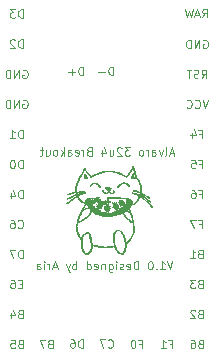
<source format=gbo>
G04 #@! TF.GenerationSoftware,KiCad,Pcbnew,(5.1.6)-1*
G04 #@! TF.CreationDate,2020-09-29T08:49:22+08:00*
G04 #@! TF.ProjectId,Alvaro,416c7661-726f-42e6-9b69-6361645f7063,C*
G04 #@! TF.SameCoordinates,Original*
G04 #@! TF.FileFunction,Legend,Bot*
G04 #@! TF.FilePolarity,Positive*
%FSLAX46Y46*%
G04 Gerber Fmt 4.6, Leading zero omitted, Abs format (unit mm)*
G04 Created by KiCad (PCBNEW (5.1.6)-1) date 2020-09-29 08:49:22*
%MOMM*%
%LPD*%
G01*
G04 APERTURE LIST*
%ADD10C,0.080000*%
G04 APERTURE END LIST*
D10*
X35666666Y-37816666D02*
X35333333Y-37816666D01*
X35733333Y-38016666D02*
X35500000Y-37316666D01*
X35266666Y-38016666D01*
X34933333Y-38016666D02*
X35000000Y-37983333D01*
X35033333Y-37916666D01*
X35033333Y-37316666D01*
X34733333Y-37550000D02*
X34566666Y-38016666D01*
X34400000Y-37550000D01*
X33833333Y-38016666D02*
X33833333Y-37650000D01*
X33866666Y-37583333D01*
X33933333Y-37550000D01*
X34066666Y-37550000D01*
X34133333Y-37583333D01*
X33833333Y-37983333D02*
X33900000Y-38016666D01*
X34066666Y-38016666D01*
X34133333Y-37983333D01*
X34166666Y-37916666D01*
X34166666Y-37850000D01*
X34133333Y-37783333D01*
X34066666Y-37750000D01*
X33900000Y-37750000D01*
X33833333Y-37716666D01*
X33500000Y-38016666D02*
X33500000Y-37550000D01*
X33500000Y-37683333D02*
X33466666Y-37616666D01*
X33433333Y-37583333D01*
X33366666Y-37550000D01*
X33300000Y-37550000D01*
X32966666Y-38016666D02*
X33033333Y-37983333D01*
X33066666Y-37950000D01*
X33100000Y-37883333D01*
X33100000Y-37683333D01*
X33066666Y-37616666D01*
X33033333Y-37583333D01*
X32966666Y-37550000D01*
X32866666Y-37550000D01*
X32800000Y-37583333D01*
X32766666Y-37616666D01*
X32733333Y-37683333D01*
X32733333Y-37883333D01*
X32766666Y-37950000D01*
X32800000Y-37983333D01*
X32866666Y-38016666D01*
X32966666Y-38016666D01*
X31966666Y-37316666D02*
X31533333Y-37316666D01*
X31766666Y-37583333D01*
X31666666Y-37583333D01*
X31600000Y-37616666D01*
X31566666Y-37650000D01*
X31533333Y-37716666D01*
X31533333Y-37883333D01*
X31566666Y-37950000D01*
X31600000Y-37983333D01*
X31666666Y-38016666D01*
X31866666Y-38016666D01*
X31933333Y-37983333D01*
X31966666Y-37950000D01*
X31266666Y-37383333D02*
X31233333Y-37350000D01*
X31166666Y-37316666D01*
X31000000Y-37316666D01*
X30933333Y-37350000D01*
X30900000Y-37383333D01*
X30866666Y-37450000D01*
X30866666Y-37516666D01*
X30900000Y-37616666D01*
X31300000Y-38016666D01*
X30866666Y-38016666D01*
X30266666Y-37550000D02*
X30266666Y-38016666D01*
X30566666Y-37550000D02*
X30566666Y-37916666D01*
X30533333Y-37983333D01*
X30466666Y-38016666D01*
X30366666Y-38016666D01*
X30300000Y-37983333D01*
X30266666Y-37950000D01*
X29633333Y-37550000D02*
X29633333Y-38016666D01*
X29800000Y-37283333D02*
X29966666Y-37783333D01*
X29533333Y-37783333D01*
X28500000Y-37650000D02*
X28400000Y-37683333D01*
X28366666Y-37716666D01*
X28333333Y-37783333D01*
X28333333Y-37883333D01*
X28366666Y-37950000D01*
X28400000Y-37983333D01*
X28466666Y-38016666D01*
X28733333Y-38016666D01*
X28733333Y-37316666D01*
X28500000Y-37316666D01*
X28433333Y-37350000D01*
X28400000Y-37383333D01*
X28366666Y-37450000D01*
X28366666Y-37516666D01*
X28400000Y-37583333D01*
X28433333Y-37616666D01*
X28500000Y-37650000D01*
X28733333Y-37650000D01*
X28033333Y-38016666D02*
X28033333Y-37550000D01*
X28033333Y-37683333D02*
X28000000Y-37616666D01*
X27966666Y-37583333D01*
X27900000Y-37550000D01*
X27833333Y-37550000D01*
X27333333Y-37983333D02*
X27400000Y-38016666D01*
X27533333Y-38016666D01*
X27600000Y-37983333D01*
X27633333Y-37916666D01*
X27633333Y-37650000D01*
X27600000Y-37583333D01*
X27533333Y-37550000D01*
X27400000Y-37550000D01*
X27333333Y-37583333D01*
X27300000Y-37650000D01*
X27300000Y-37716666D01*
X27633333Y-37783333D01*
X26700000Y-38016666D02*
X26700000Y-37650000D01*
X26733333Y-37583333D01*
X26800000Y-37550000D01*
X26933333Y-37550000D01*
X27000000Y-37583333D01*
X26700000Y-37983333D02*
X26766666Y-38016666D01*
X26933333Y-38016666D01*
X27000000Y-37983333D01*
X27033333Y-37916666D01*
X27033333Y-37850000D01*
X27000000Y-37783333D01*
X26933333Y-37750000D01*
X26766666Y-37750000D01*
X26700000Y-37716666D01*
X26366666Y-38016666D02*
X26366666Y-37316666D01*
X26300000Y-37750000D02*
X26100000Y-38016666D01*
X26100000Y-37550000D02*
X26366666Y-37816666D01*
X25700000Y-38016666D02*
X25766666Y-37983333D01*
X25800000Y-37950000D01*
X25833333Y-37883333D01*
X25833333Y-37683333D01*
X25800000Y-37616666D01*
X25766666Y-37583333D01*
X25700000Y-37550000D01*
X25600000Y-37550000D01*
X25533333Y-37583333D01*
X25500000Y-37616666D01*
X25466666Y-37683333D01*
X25466666Y-37883333D01*
X25500000Y-37950000D01*
X25533333Y-37983333D01*
X25600000Y-38016666D01*
X25700000Y-38016666D01*
X24866666Y-37550000D02*
X24866666Y-38016666D01*
X25166666Y-37550000D02*
X25166666Y-37916666D01*
X25133333Y-37983333D01*
X25066666Y-38016666D01*
X24966666Y-38016666D01*
X24900000Y-37983333D01*
X24866666Y-37950000D01*
X24633333Y-37550000D02*
X24366666Y-37550000D01*
X24533333Y-37316666D02*
X24533333Y-37916666D01*
X24500000Y-37983333D01*
X24433333Y-38016666D01*
X24366666Y-38016666D01*
X35575000Y-46966666D02*
X35341666Y-47666666D01*
X35108333Y-46966666D01*
X34508333Y-47666666D02*
X34908333Y-47666666D01*
X34708333Y-47666666D02*
X34708333Y-46966666D01*
X34775000Y-47066666D01*
X34841666Y-47133333D01*
X34908333Y-47166666D01*
X34208333Y-47600000D02*
X34175000Y-47633333D01*
X34208333Y-47666666D01*
X34241666Y-47633333D01*
X34208333Y-47600000D01*
X34208333Y-47666666D01*
X33741666Y-46966666D02*
X33675000Y-46966666D01*
X33608333Y-47000000D01*
X33575000Y-47033333D01*
X33541666Y-47100000D01*
X33508333Y-47233333D01*
X33508333Y-47400000D01*
X33541666Y-47533333D01*
X33575000Y-47600000D01*
X33608333Y-47633333D01*
X33675000Y-47666666D01*
X33741666Y-47666666D01*
X33808333Y-47633333D01*
X33841666Y-47600000D01*
X33875000Y-47533333D01*
X33908333Y-47400000D01*
X33908333Y-47233333D01*
X33875000Y-47100000D01*
X33841666Y-47033333D01*
X33808333Y-47000000D01*
X33741666Y-46966666D01*
X32675000Y-47666666D02*
X32675000Y-46966666D01*
X32508333Y-46966666D01*
X32408333Y-47000000D01*
X32341666Y-47066666D01*
X32308333Y-47133333D01*
X32275000Y-47266666D01*
X32275000Y-47366666D01*
X32308333Y-47500000D01*
X32341666Y-47566666D01*
X32408333Y-47633333D01*
X32508333Y-47666666D01*
X32675000Y-47666666D01*
X31708333Y-47633333D02*
X31775000Y-47666666D01*
X31908333Y-47666666D01*
X31975000Y-47633333D01*
X32008333Y-47566666D01*
X32008333Y-47300000D01*
X31975000Y-47233333D01*
X31908333Y-47200000D01*
X31775000Y-47200000D01*
X31708333Y-47233333D01*
X31675000Y-47300000D01*
X31675000Y-47366666D01*
X32008333Y-47433333D01*
X31408333Y-47633333D02*
X31341666Y-47666666D01*
X31208333Y-47666666D01*
X31141666Y-47633333D01*
X31108333Y-47566666D01*
X31108333Y-47533333D01*
X31141666Y-47466666D01*
X31208333Y-47433333D01*
X31308333Y-47433333D01*
X31375000Y-47400000D01*
X31408333Y-47333333D01*
X31408333Y-47300000D01*
X31375000Y-47233333D01*
X31308333Y-47200000D01*
X31208333Y-47200000D01*
X31141666Y-47233333D01*
X30808333Y-47666666D02*
X30808333Y-47200000D01*
X30808333Y-46966666D02*
X30841666Y-47000000D01*
X30808333Y-47033333D01*
X30775000Y-47000000D01*
X30808333Y-46966666D01*
X30808333Y-47033333D01*
X30175000Y-47200000D02*
X30175000Y-47766666D01*
X30208333Y-47833333D01*
X30241666Y-47866666D01*
X30308333Y-47900000D01*
X30408333Y-47900000D01*
X30475000Y-47866666D01*
X30175000Y-47633333D02*
X30241666Y-47666666D01*
X30375000Y-47666666D01*
X30441666Y-47633333D01*
X30475000Y-47600000D01*
X30508333Y-47533333D01*
X30508333Y-47333333D01*
X30475000Y-47266666D01*
X30441666Y-47233333D01*
X30375000Y-47200000D01*
X30241666Y-47200000D01*
X30175000Y-47233333D01*
X29841666Y-47200000D02*
X29841666Y-47666666D01*
X29841666Y-47266666D02*
X29808333Y-47233333D01*
X29741666Y-47200000D01*
X29641666Y-47200000D01*
X29575000Y-47233333D01*
X29541666Y-47300000D01*
X29541666Y-47666666D01*
X28941666Y-47633333D02*
X29008333Y-47666666D01*
X29141666Y-47666666D01*
X29208333Y-47633333D01*
X29241666Y-47566666D01*
X29241666Y-47300000D01*
X29208333Y-47233333D01*
X29141666Y-47200000D01*
X29008333Y-47200000D01*
X28941666Y-47233333D01*
X28908333Y-47300000D01*
X28908333Y-47366666D01*
X29241666Y-47433333D01*
X28308333Y-47666666D02*
X28308333Y-46966666D01*
X28308333Y-47633333D02*
X28375000Y-47666666D01*
X28508333Y-47666666D01*
X28575000Y-47633333D01*
X28608333Y-47600000D01*
X28641666Y-47533333D01*
X28641666Y-47333333D01*
X28608333Y-47266666D01*
X28575000Y-47233333D01*
X28508333Y-47200000D01*
X28375000Y-47200000D01*
X28308333Y-47233333D01*
X27441666Y-47666666D02*
X27441666Y-46966666D01*
X27441666Y-47233333D02*
X27375000Y-47200000D01*
X27241666Y-47200000D01*
X27175000Y-47233333D01*
X27141666Y-47266666D01*
X27108333Y-47333333D01*
X27108333Y-47533333D01*
X27141666Y-47600000D01*
X27175000Y-47633333D01*
X27241666Y-47666666D01*
X27375000Y-47666666D01*
X27441666Y-47633333D01*
X26875000Y-47200000D02*
X26708333Y-47666666D01*
X26541666Y-47200000D02*
X26708333Y-47666666D01*
X26775000Y-47833333D01*
X26808333Y-47866666D01*
X26875000Y-47900000D01*
X25775000Y-47466666D02*
X25441666Y-47466666D01*
X25841666Y-47666666D02*
X25608333Y-46966666D01*
X25375000Y-47666666D01*
X25141666Y-47666666D02*
X25141666Y-47200000D01*
X25141666Y-47333333D02*
X25108333Y-47266666D01*
X25075000Y-47233333D01*
X25008333Y-47200000D01*
X24941666Y-47200000D01*
X24708333Y-47666666D02*
X24708333Y-47200000D01*
X24708333Y-46966666D02*
X24741666Y-47000000D01*
X24708333Y-47033333D01*
X24675000Y-47000000D01*
X24708333Y-46966666D01*
X24708333Y-47033333D01*
X24075000Y-47666666D02*
X24075000Y-47300000D01*
X24108333Y-47233333D01*
X24175000Y-47200000D01*
X24308333Y-47200000D01*
X24375000Y-47233333D01*
X24075000Y-47633333D02*
X24141666Y-47666666D01*
X24308333Y-47666666D01*
X24375000Y-47633333D01*
X24408333Y-47566666D01*
X24408333Y-47500000D01*
X24375000Y-47433333D01*
X24308333Y-47400000D01*
X24141666Y-47400000D01*
X24075000Y-47366666D01*
X22908333Y-30800000D02*
X22975000Y-30766666D01*
X23075000Y-30766666D01*
X23175000Y-30800000D01*
X23241666Y-30866666D01*
X23275000Y-30933333D01*
X23308333Y-31066666D01*
X23308333Y-31166666D01*
X23275000Y-31300000D01*
X23241666Y-31366666D01*
X23175000Y-31433333D01*
X23075000Y-31466666D01*
X23008333Y-31466666D01*
X22908333Y-31433333D01*
X22875000Y-31400000D01*
X22875000Y-31166666D01*
X23008333Y-31166666D01*
X22575000Y-31466666D02*
X22575000Y-30766666D01*
X22175000Y-31466666D01*
X22175000Y-30766666D01*
X21841666Y-31466666D02*
X21841666Y-30766666D01*
X21675000Y-30766666D01*
X21575000Y-30800000D01*
X21508333Y-30866666D01*
X21475000Y-30933333D01*
X21441666Y-31066666D01*
X21441666Y-31166666D01*
X21475000Y-31300000D01*
X21508333Y-31366666D01*
X21575000Y-31433333D01*
X21675000Y-31466666D01*
X21841666Y-31466666D01*
X37833333Y-43800000D02*
X38066666Y-43800000D01*
X38066666Y-44166666D02*
X38066666Y-43466666D01*
X37733333Y-43466666D01*
X37533333Y-43466666D02*
X37066666Y-43466666D01*
X37366666Y-44166666D01*
X30541666Y-31191666D02*
X30541666Y-30491666D01*
X30375000Y-30491666D01*
X30275000Y-30525000D01*
X30208333Y-30591666D01*
X30175000Y-30658333D01*
X30141666Y-30791666D01*
X30141666Y-30891666D01*
X30175000Y-31025000D01*
X30208333Y-31091666D01*
X30275000Y-31158333D01*
X30375000Y-31191666D01*
X30541666Y-31191666D01*
X29841666Y-30925000D02*
X29308333Y-30925000D01*
X27991666Y-31216666D02*
X27991666Y-30516666D01*
X27825000Y-30516666D01*
X27725000Y-30550000D01*
X27658333Y-30616666D01*
X27625000Y-30683333D01*
X27591666Y-30816666D01*
X27591666Y-30916666D01*
X27625000Y-31050000D01*
X27658333Y-31116666D01*
X27725000Y-31183333D01*
X27825000Y-31216666D01*
X27991666Y-31216666D01*
X27291666Y-30950000D02*
X26758333Y-30950000D01*
X27025000Y-31216666D02*
X27025000Y-30683333D01*
X22891666Y-26341666D02*
X22891666Y-25641666D01*
X22725000Y-25641666D01*
X22625000Y-25675000D01*
X22558333Y-25741666D01*
X22525000Y-25808333D01*
X22491666Y-25941666D01*
X22491666Y-26041666D01*
X22525000Y-26175000D01*
X22558333Y-26241666D01*
X22625000Y-26308333D01*
X22725000Y-26341666D01*
X22891666Y-26341666D01*
X22258333Y-25641666D02*
X21825000Y-25641666D01*
X22058333Y-25908333D01*
X21958333Y-25908333D01*
X21891666Y-25941666D01*
X21858333Y-25975000D01*
X21825000Y-26041666D01*
X21825000Y-26208333D01*
X21858333Y-26275000D01*
X21891666Y-26308333D01*
X21958333Y-26341666D01*
X22158333Y-26341666D01*
X22225000Y-26308333D01*
X22258333Y-26275000D01*
X22891666Y-28891666D02*
X22891666Y-28191666D01*
X22725000Y-28191666D01*
X22625000Y-28225000D01*
X22558333Y-28291666D01*
X22525000Y-28358333D01*
X22491666Y-28491666D01*
X22491666Y-28591666D01*
X22525000Y-28725000D01*
X22558333Y-28791666D01*
X22625000Y-28858333D01*
X22725000Y-28891666D01*
X22891666Y-28891666D01*
X22225000Y-28258333D02*
X22191666Y-28225000D01*
X22125000Y-28191666D01*
X21958333Y-28191666D01*
X21891666Y-28225000D01*
X21858333Y-28258333D01*
X21825000Y-28325000D01*
X21825000Y-28391666D01*
X21858333Y-28491666D01*
X22258333Y-28891666D01*
X21825000Y-28891666D01*
X22908333Y-33325000D02*
X22975000Y-33291666D01*
X23075000Y-33291666D01*
X23175000Y-33325000D01*
X23241666Y-33391666D01*
X23275000Y-33458333D01*
X23308333Y-33591666D01*
X23308333Y-33691666D01*
X23275000Y-33825000D01*
X23241666Y-33891666D01*
X23175000Y-33958333D01*
X23075000Y-33991666D01*
X23008333Y-33991666D01*
X22908333Y-33958333D01*
X22875000Y-33925000D01*
X22875000Y-33691666D01*
X23008333Y-33691666D01*
X22575000Y-33991666D02*
X22575000Y-33291666D01*
X22175000Y-33991666D01*
X22175000Y-33291666D01*
X21841666Y-33991666D02*
X21841666Y-33291666D01*
X21675000Y-33291666D01*
X21575000Y-33325000D01*
X21508333Y-33391666D01*
X21475000Y-33458333D01*
X21441666Y-33591666D01*
X21441666Y-33691666D01*
X21475000Y-33825000D01*
X21508333Y-33891666D01*
X21575000Y-33958333D01*
X21675000Y-33991666D01*
X21841666Y-33991666D01*
X22891666Y-36541666D02*
X22891666Y-35841666D01*
X22725000Y-35841666D01*
X22625000Y-35875000D01*
X22558333Y-35941666D01*
X22525000Y-36008333D01*
X22491666Y-36141666D01*
X22491666Y-36241666D01*
X22525000Y-36375000D01*
X22558333Y-36441666D01*
X22625000Y-36508333D01*
X22725000Y-36541666D01*
X22891666Y-36541666D01*
X21825000Y-36541666D02*
X22225000Y-36541666D01*
X22025000Y-36541666D02*
X22025000Y-35841666D01*
X22091666Y-35941666D01*
X22158333Y-36008333D01*
X22225000Y-36041666D01*
X22891666Y-39091666D02*
X22891666Y-38391666D01*
X22725000Y-38391666D01*
X22625000Y-38425000D01*
X22558333Y-38491666D01*
X22525000Y-38558333D01*
X22491666Y-38691666D01*
X22491666Y-38791666D01*
X22525000Y-38925000D01*
X22558333Y-38991666D01*
X22625000Y-39058333D01*
X22725000Y-39091666D01*
X22891666Y-39091666D01*
X22058333Y-38391666D02*
X21991666Y-38391666D01*
X21925000Y-38425000D01*
X21891666Y-38458333D01*
X21858333Y-38525000D01*
X21825000Y-38658333D01*
X21825000Y-38825000D01*
X21858333Y-38958333D01*
X21891666Y-39025000D01*
X21925000Y-39058333D01*
X21991666Y-39091666D01*
X22058333Y-39091666D01*
X22125000Y-39058333D01*
X22158333Y-39025000D01*
X22191666Y-38958333D01*
X22225000Y-38825000D01*
X22225000Y-38658333D01*
X22191666Y-38525000D01*
X22158333Y-38458333D01*
X22125000Y-38425000D01*
X22058333Y-38391666D01*
X22891666Y-41641666D02*
X22891666Y-40941666D01*
X22725000Y-40941666D01*
X22625000Y-40975000D01*
X22558333Y-41041666D01*
X22525000Y-41108333D01*
X22491666Y-41241666D01*
X22491666Y-41341666D01*
X22525000Y-41475000D01*
X22558333Y-41541666D01*
X22625000Y-41608333D01*
X22725000Y-41641666D01*
X22891666Y-41641666D01*
X21891666Y-41175000D02*
X21891666Y-41641666D01*
X22058333Y-40908333D02*
X22225000Y-41408333D01*
X21791666Y-41408333D01*
X22491666Y-44100000D02*
X22525000Y-44133333D01*
X22625000Y-44166666D01*
X22691666Y-44166666D01*
X22791666Y-44133333D01*
X22858333Y-44066666D01*
X22891666Y-44000000D01*
X22925000Y-43866666D01*
X22925000Y-43766666D01*
X22891666Y-43633333D01*
X22858333Y-43566666D01*
X22791666Y-43500000D01*
X22691666Y-43466666D01*
X22625000Y-43466666D01*
X22525000Y-43500000D01*
X22491666Y-43533333D01*
X21891666Y-43466666D02*
X22025000Y-43466666D01*
X22091666Y-43500000D01*
X22125000Y-43533333D01*
X22191666Y-43633333D01*
X22225000Y-43766666D01*
X22225000Y-44033333D01*
X22191666Y-44100000D01*
X22158333Y-44133333D01*
X22091666Y-44166666D01*
X21958333Y-44166666D01*
X21891666Y-44133333D01*
X21858333Y-44100000D01*
X21825000Y-44033333D01*
X21825000Y-43866666D01*
X21858333Y-43800000D01*
X21891666Y-43766666D01*
X21958333Y-43733333D01*
X22091666Y-43733333D01*
X22158333Y-43766666D01*
X22191666Y-43800000D01*
X22225000Y-43866666D01*
X22891666Y-46716666D02*
X22891666Y-46016666D01*
X22725000Y-46016666D01*
X22625000Y-46050000D01*
X22558333Y-46116666D01*
X22525000Y-46183333D01*
X22491666Y-46316666D01*
X22491666Y-46416666D01*
X22525000Y-46550000D01*
X22558333Y-46616666D01*
X22625000Y-46683333D01*
X22725000Y-46716666D01*
X22891666Y-46716666D01*
X22258333Y-46016666D02*
X21791666Y-46016666D01*
X22091666Y-46716666D01*
X22858333Y-48875000D02*
X22625000Y-48875000D01*
X22525000Y-49241666D02*
X22858333Y-49241666D01*
X22858333Y-48541666D01*
X22525000Y-48541666D01*
X21925000Y-48541666D02*
X22058333Y-48541666D01*
X22125000Y-48575000D01*
X22158333Y-48608333D01*
X22225000Y-48708333D01*
X22258333Y-48841666D01*
X22258333Y-49108333D01*
X22225000Y-49175000D01*
X22191666Y-49208333D01*
X22125000Y-49241666D01*
X21991666Y-49241666D01*
X21925000Y-49208333D01*
X21891666Y-49175000D01*
X21858333Y-49108333D01*
X21858333Y-48941666D01*
X21891666Y-48875000D01*
X21925000Y-48841666D01*
X21991666Y-48808333D01*
X22125000Y-48808333D01*
X22191666Y-48841666D01*
X22225000Y-48875000D01*
X22258333Y-48941666D01*
X22658333Y-51425000D02*
X22558333Y-51458333D01*
X22525000Y-51491666D01*
X22491666Y-51558333D01*
X22491666Y-51658333D01*
X22525000Y-51725000D01*
X22558333Y-51758333D01*
X22625000Y-51791666D01*
X22891666Y-51791666D01*
X22891666Y-51091666D01*
X22658333Y-51091666D01*
X22591666Y-51125000D01*
X22558333Y-51158333D01*
X22525000Y-51225000D01*
X22525000Y-51291666D01*
X22558333Y-51358333D01*
X22591666Y-51391666D01*
X22658333Y-51425000D01*
X22891666Y-51425000D01*
X21891666Y-51325000D02*
X21891666Y-51791666D01*
X22058333Y-51058333D02*
X22225000Y-51558333D01*
X21791666Y-51558333D01*
X22683333Y-53950000D02*
X22583333Y-53983333D01*
X22550000Y-54016666D01*
X22516666Y-54083333D01*
X22516666Y-54183333D01*
X22550000Y-54250000D01*
X22583333Y-54283333D01*
X22650000Y-54316666D01*
X22916666Y-54316666D01*
X22916666Y-53616666D01*
X22683333Y-53616666D01*
X22616666Y-53650000D01*
X22583333Y-53683333D01*
X22550000Y-53750000D01*
X22550000Y-53816666D01*
X22583333Y-53883333D01*
X22616666Y-53916666D01*
X22683333Y-53950000D01*
X22916666Y-53950000D01*
X21883333Y-53616666D02*
X22216666Y-53616666D01*
X22250000Y-53950000D01*
X22216666Y-53916666D01*
X22150000Y-53883333D01*
X21983333Y-53883333D01*
X21916666Y-53916666D01*
X21883333Y-53950000D01*
X21850000Y-54016666D01*
X21850000Y-54183333D01*
X21883333Y-54250000D01*
X21916666Y-54283333D01*
X21983333Y-54316666D01*
X22150000Y-54316666D01*
X22216666Y-54283333D01*
X22250000Y-54250000D01*
X25208333Y-53950000D02*
X25108333Y-53983333D01*
X25075000Y-54016666D01*
X25041666Y-54083333D01*
X25041666Y-54183333D01*
X25075000Y-54250000D01*
X25108333Y-54283333D01*
X25175000Y-54316666D01*
X25441666Y-54316666D01*
X25441666Y-53616666D01*
X25208333Y-53616666D01*
X25141666Y-53650000D01*
X25108333Y-53683333D01*
X25075000Y-53750000D01*
X25075000Y-53816666D01*
X25108333Y-53883333D01*
X25141666Y-53916666D01*
X25208333Y-53950000D01*
X25441666Y-53950000D01*
X24808333Y-53616666D02*
X24341666Y-53616666D01*
X24641666Y-54316666D01*
X27976666Y-54291666D02*
X27976666Y-53591666D01*
X27810000Y-53591666D01*
X27710000Y-53625000D01*
X27643333Y-53691666D01*
X27610000Y-53758333D01*
X27576666Y-53891666D01*
X27576666Y-53991666D01*
X27610000Y-54125000D01*
X27643333Y-54191666D01*
X27710000Y-54258333D01*
X27810000Y-54291666D01*
X27976666Y-54291666D01*
X26976666Y-53591666D02*
X27110000Y-53591666D01*
X27176666Y-53625000D01*
X27210000Y-53658333D01*
X27276666Y-53758333D01*
X27310000Y-53891666D01*
X27310000Y-54158333D01*
X27276666Y-54225000D01*
X27243333Y-54258333D01*
X27176666Y-54291666D01*
X27043333Y-54291666D01*
X26976666Y-54258333D01*
X26943333Y-54225000D01*
X26910000Y-54158333D01*
X26910000Y-53991666D01*
X26943333Y-53925000D01*
X26976666Y-53891666D01*
X27043333Y-53858333D01*
X27176666Y-53858333D01*
X27243333Y-53891666D01*
X27276666Y-53925000D01*
X27310000Y-53991666D01*
X30116666Y-54225000D02*
X30150000Y-54258333D01*
X30250000Y-54291666D01*
X30316666Y-54291666D01*
X30416666Y-54258333D01*
X30483333Y-54191666D01*
X30516666Y-54125000D01*
X30550000Y-53991666D01*
X30550000Y-53891666D01*
X30516666Y-53758333D01*
X30483333Y-53691666D01*
X30416666Y-53625000D01*
X30316666Y-53591666D01*
X30250000Y-53591666D01*
X30150000Y-53625000D01*
X30116666Y-53658333D01*
X29883333Y-53591666D02*
X29416666Y-53591666D01*
X29716666Y-54291666D01*
X32773333Y-53950000D02*
X33006666Y-53950000D01*
X33006666Y-54316666D02*
X33006666Y-53616666D01*
X32673333Y-53616666D01*
X32273333Y-53616666D02*
X32206666Y-53616666D01*
X32140000Y-53650000D01*
X32106666Y-53683333D01*
X32073333Y-53750000D01*
X32040000Y-53883333D01*
X32040000Y-54050000D01*
X32073333Y-54183333D01*
X32106666Y-54250000D01*
X32140000Y-54283333D01*
X32206666Y-54316666D01*
X32273333Y-54316666D01*
X32340000Y-54283333D01*
X32373333Y-54250000D01*
X32406666Y-54183333D01*
X32440000Y-54050000D01*
X32440000Y-53883333D01*
X32406666Y-53750000D01*
X32373333Y-53683333D01*
X32340000Y-53650000D01*
X32273333Y-53616666D01*
X35333333Y-53950000D02*
X35566666Y-53950000D01*
X35566666Y-54316666D02*
X35566666Y-53616666D01*
X35233333Y-53616666D01*
X34600000Y-54316666D02*
X35000000Y-54316666D01*
X34800000Y-54316666D02*
X34800000Y-53616666D01*
X34866666Y-53716666D01*
X34933333Y-53783333D01*
X35000000Y-53816666D01*
X37933333Y-53950000D02*
X37833333Y-53983333D01*
X37800000Y-54016666D01*
X37766666Y-54083333D01*
X37766666Y-54183333D01*
X37800000Y-54250000D01*
X37833333Y-54283333D01*
X37900000Y-54316666D01*
X38166666Y-54316666D01*
X38166666Y-53616666D01*
X37933333Y-53616666D01*
X37866666Y-53650000D01*
X37833333Y-53683333D01*
X37800000Y-53750000D01*
X37800000Y-53816666D01*
X37833333Y-53883333D01*
X37866666Y-53916666D01*
X37933333Y-53950000D01*
X38166666Y-53950000D01*
X37166666Y-53616666D02*
X37300000Y-53616666D01*
X37366666Y-53650000D01*
X37400000Y-53683333D01*
X37466666Y-53783333D01*
X37500000Y-53916666D01*
X37500000Y-54183333D01*
X37466666Y-54250000D01*
X37433333Y-54283333D01*
X37366666Y-54316666D01*
X37233333Y-54316666D01*
X37166666Y-54283333D01*
X37133333Y-54250000D01*
X37100000Y-54183333D01*
X37100000Y-54016666D01*
X37133333Y-53950000D01*
X37166666Y-53916666D01*
X37233333Y-53883333D01*
X37366666Y-53883333D01*
X37433333Y-53916666D01*
X37466666Y-53950000D01*
X37500000Y-54016666D01*
X37908333Y-51425000D02*
X37808333Y-51458333D01*
X37775000Y-51491666D01*
X37741666Y-51558333D01*
X37741666Y-51658333D01*
X37775000Y-51725000D01*
X37808333Y-51758333D01*
X37875000Y-51791666D01*
X38141666Y-51791666D01*
X38141666Y-51091666D01*
X37908333Y-51091666D01*
X37841666Y-51125000D01*
X37808333Y-51158333D01*
X37775000Y-51225000D01*
X37775000Y-51291666D01*
X37808333Y-51358333D01*
X37841666Y-51391666D01*
X37908333Y-51425000D01*
X38141666Y-51425000D01*
X37475000Y-51158333D02*
X37441666Y-51125000D01*
X37375000Y-51091666D01*
X37208333Y-51091666D01*
X37141666Y-51125000D01*
X37108333Y-51158333D01*
X37075000Y-51225000D01*
X37075000Y-51291666D01*
X37108333Y-51391666D01*
X37508333Y-51791666D01*
X37075000Y-51791666D01*
X37908333Y-48875000D02*
X37808333Y-48908333D01*
X37775000Y-48941666D01*
X37741666Y-49008333D01*
X37741666Y-49108333D01*
X37775000Y-49175000D01*
X37808333Y-49208333D01*
X37875000Y-49241666D01*
X38141666Y-49241666D01*
X38141666Y-48541666D01*
X37908333Y-48541666D01*
X37841666Y-48575000D01*
X37808333Y-48608333D01*
X37775000Y-48675000D01*
X37775000Y-48741666D01*
X37808333Y-48808333D01*
X37841666Y-48841666D01*
X37908333Y-48875000D01*
X38141666Y-48875000D01*
X37508333Y-48541666D02*
X37075000Y-48541666D01*
X37308333Y-48808333D01*
X37208333Y-48808333D01*
X37141666Y-48841666D01*
X37108333Y-48875000D01*
X37075000Y-48941666D01*
X37075000Y-49108333D01*
X37108333Y-49175000D01*
X37141666Y-49208333D01*
X37208333Y-49241666D01*
X37408333Y-49241666D01*
X37475000Y-49208333D01*
X37508333Y-49175000D01*
X37908333Y-46325000D02*
X37808333Y-46358333D01*
X37775000Y-46391666D01*
X37741666Y-46458333D01*
X37741666Y-46558333D01*
X37775000Y-46625000D01*
X37808333Y-46658333D01*
X37875000Y-46691666D01*
X38141666Y-46691666D01*
X38141666Y-45991666D01*
X37908333Y-45991666D01*
X37841666Y-46025000D01*
X37808333Y-46058333D01*
X37775000Y-46125000D01*
X37775000Y-46191666D01*
X37808333Y-46258333D01*
X37841666Y-46291666D01*
X37908333Y-46325000D01*
X38141666Y-46325000D01*
X37075000Y-46691666D02*
X37475000Y-46691666D01*
X37275000Y-46691666D02*
X37275000Y-45991666D01*
X37341666Y-46091666D01*
X37408333Y-46158333D01*
X37475000Y-46191666D01*
X37858333Y-41250000D02*
X38091666Y-41250000D01*
X38091666Y-41616666D02*
X38091666Y-40916666D01*
X37758333Y-40916666D01*
X37191666Y-40916666D02*
X37325000Y-40916666D01*
X37391666Y-40950000D01*
X37425000Y-40983333D01*
X37491666Y-41083333D01*
X37525000Y-41216666D01*
X37525000Y-41483333D01*
X37491666Y-41550000D01*
X37458333Y-41583333D01*
X37391666Y-41616666D01*
X37258333Y-41616666D01*
X37191666Y-41583333D01*
X37158333Y-41550000D01*
X37125000Y-41483333D01*
X37125000Y-41316666D01*
X37158333Y-41250000D01*
X37191666Y-41216666D01*
X37258333Y-41183333D01*
X37391666Y-41183333D01*
X37458333Y-41216666D01*
X37491666Y-41250000D01*
X37525000Y-41316666D01*
X37858333Y-38700000D02*
X38091666Y-38700000D01*
X38091666Y-39066666D02*
X38091666Y-38366666D01*
X37758333Y-38366666D01*
X37158333Y-38366666D02*
X37491666Y-38366666D01*
X37525000Y-38700000D01*
X37491666Y-38666666D01*
X37425000Y-38633333D01*
X37258333Y-38633333D01*
X37191666Y-38666666D01*
X37158333Y-38700000D01*
X37125000Y-38766666D01*
X37125000Y-38933333D01*
X37158333Y-39000000D01*
X37191666Y-39033333D01*
X37258333Y-39066666D01*
X37425000Y-39066666D01*
X37491666Y-39033333D01*
X37525000Y-39000000D01*
X37858333Y-36175000D02*
X38091666Y-36175000D01*
X38091666Y-36541666D02*
X38091666Y-35841666D01*
X37758333Y-35841666D01*
X37191666Y-36075000D02*
X37191666Y-36541666D01*
X37358333Y-35808333D02*
X37525000Y-36308333D01*
X37091666Y-36308333D01*
X38583333Y-33291666D02*
X38350000Y-33991666D01*
X38116666Y-33291666D01*
X37483333Y-33925000D02*
X37516666Y-33958333D01*
X37616666Y-33991666D01*
X37683333Y-33991666D01*
X37783333Y-33958333D01*
X37850000Y-33891666D01*
X37883333Y-33825000D01*
X37916666Y-33691666D01*
X37916666Y-33591666D01*
X37883333Y-33458333D01*
X37850000Y-33391666D01*
X37783333Y-33325000D01*
X37683333Y-33291666D01*
X37616666Y-33291666D01*
X37516666Y-33325000D01*
X37483333Y-33358333D01*
X36783333Y-33925000D02*
X36816666Y-33958333D01*
X36916666Y-33991666D01*
X36983333Y-33991666D01*
X37083333Y-33958333D01*
X37150000Y-33891666D01*
X37183333Y-33825000D01*
X37216666Y-33691666D01*
X37216666Y-33591666D01*
X37183333Y-33458333D01*
X37150000Y-33391666D01*
X37083333Y-33325000D01*
X36983333Y-33291666D01*
X36916666Y-33291666D01*
X36816666Y-33325000D01*
X36783333Y-33358333D01*
X38033333Y-31441666D02*
X38266666Y-31108333D01*
X38433333Y-31441666D02*
X38433333Y-30741666D01*
X38166666Y-30741666D01*
X38100000Y-30775000D01*
X38066666Y-30808333D01*
X38033333Y-30875000D01*
X38033333Y-30975000D01*
X38066666Y-31041666D01*
X38100000Y-31075000D01*
X38166666Y-31108333D01*
X38433333Y-31108333D01*
X37766666Y-31408333D02*
X37666666Y-31441666D01*
X37500000Y-31441666D01*
X37433333Y-31408333D01*
X37400000Y-31375000D01*
X37366666Y-31308333D01*
X37366666Y-31241666D01*
X37400000Y-31175000D01*
X37433333Y-31141666D01*
X37500000Y-31108333D01*
X37633333Y-31075000D01*
X37700000Y-31041666D01*
X37733333Y-31008333D01*
X37766666Y-30941666D01*
X37766666Y-30875000D01*
X37733333Y-30808333D01*
X37700000Y-30775000D01*
X37633333Y-30741666D01*
X37466666Y-30741666D01*
X37366666Y-30775000D01*
X37166666Y-30741666D02*
X36766666Y-30741666D01*
X36966666Y-31441666D02*
X36966666Y-30741666D01*
X38183333Y-28250000D02*
X38250000Y-28216666D01*
X38350000Y-28216666D01*
X38450000Y-28250000D01*
X38516666Y-28316666D01*
X38550000Y-28383333D01*
X38583333Y-28516666D01*
X38583333Y-28616666D01*
X38550000Y-28750000D01*
X38516666Y-28816666D01*
X38450000Y-28883333D01*
X38350000Y-28916666D01*
X38283333Y-28916666D01*
X38183333Y-28883333D01*
X38150000Y-28850000D01*
X38150000Y-28616666D01*
X38283333Y-28616666D01*
X37850000Y-28916666D02*
X37850000Y-28216666D01*
X37450000Y-28916666D01*
X37450000Y-28216666D01*
X37116666Y-28916666D02*
X37116666Y-28216666D01*
X36950000Y-28216666D01*
X36850000Y-28250000D01*
X36783333Y-28316666D01*
X36750000Y-28383333D01*
X36716666Y-28516666D01*
X36716666Y-28616666D01*
X36750000Y-28750000D01*
X36783333Y-28816666D01*
X36850000Y-28883333D01*
X36950000Y-28916666D01*
X37116666Y-28916666D01*
X38103333Y-26316666D02*
X38336666Y-25983333D01*
X38503333Y-26316666D02*
X38503333Y-25616666D01*
X38236666Y-25616666D01*
X38170000Y-25650000D01*
X38136666Y-25683333D01*
X38103333Y-25750000D01*
X38103333Y-25850000D01*
X38136666Y-25916666D01*
X38170000Y-25950000D01*
X38236666Y-25983333D01*
X38503333Y-25983333D01*
X37836666Y-26116666D02*
X37503333Y-26116666D01*
X37903333Y-26316666D02*
X37670000Y-25616666D01*
X37436666Y-26316666D01*
X37270000Y-25616666D02*
X37103333Y-26316666D01*
X36970000Y-25816666D01*
X36836666Y-26316666D01*
X36670000Y-25616666D01*
G36*
X28115837Y-39576137D02*
G01*
X28103265Y-39606999D01*
X28094150Y-39665219D01*
X28087501Y-39756348D01*
X28083800Y-39842250D01*
X28080750Y-39926916D01*
X28186584Y-39930220D01*
X28256742Y-39930126D01*
X28313952Y-39926120D01*
X28331349Y-39923013D01*
X28356772Y-39913160D01*
X28354038Y-39896299D01*
X28329110Y-39866792D01*
X28306887Y-39840237D01*
X28285834Y-39808986D01*
X28260767Y-39763934D01*
X28226501Y-39695978D01*
X28194593Y-39630583D01*
X28165050Y-39587089D01*
X28134874Y-39567209D01*
X28132856Y-39567083D01*
X28115837Y-39576137D01*
G37*
X28115837Y-39576137D02*
X28103265Y-39606999D01*
X28094150Y-39665219D01*
X28087501Y-39756348D01*
X28083800Y-39842250D01*
X28080750Y-39926916D01*
X28186584Y-39930220D01*
X28256742Y-39930126D01*
X28313952Y-39926120D01*
X28331349Y-39923013D01*
X28356772Y-39913160D01*
X28354038Y-39896299D01*
X28329110Y-39866792D01*
X28306887Y-39840237D01*
X28285834Y-39808986D01*
X28260767Y-39763934D01*
X28226501Y-39695978D01*
X28194593Y-39630583D01*
X28165050Y-39587089D01*
X28134874Y-39567209D01*
X28132856Y-39567083D01*
X28115837Y-39576137D01*
G36*
X32198857Y-39538464D02*
G01*
X32178286Y-39561430D01*
X32149280Y-39612852D01*
X32117081Y-39681124D01*
X32086929Y-39754639D01*
X32064066Y-39821791D01*
X32055855Y-39855118D01*
X32053545Y-39889780D01*
X32069611Y-39910823D01*
X32113716Y-39927196D01*
X32141579Y-39934493D01*
X32223532Y-39952777D01*
X32273748Y-39956916D01*
X32300431Y-39946797D01*
X32309151Y-39932208D01*
X32308440Y-39896659D01*
X32295339Y-39840854D01*
X32289748Y-39823713D01*
X32270430Y-39748416D01*
X32261011Y-39672852D01*
X32260843Y-39664963D01*
X32252830Y-39591114D01*
X32231471Y-39546869D01*
X32199691Y-39538196D01*
X32198857Y-39538464D01*
G37*
X32198857Y-39538464D02*
X32178286Y-39561430D01*
X32149280Y-39612852D01*
X32117081Y-39681124D01*
X32086929Y-39754639D01*
X32064066Y-39821791D01*
X32055855Y-39855118D01*
X32053545Y-39889780D01*
X32069611Y-39910823D01*
X32113716Y-39927196D01*
X32141579Y-39934493D01*
X32223532Y-39952777D01*
X32273748Y-39956916D01*
X32300431Y-39946797D01*
X32309151Y-39932208D01*
X32308440Y-39896659D01*
X32295339Y-39840854D01*
X32289748Y-39823713D01*
X32270430Y-39748416D01*
X32261011Y-39672852D01*
X32260843Y-39664963D01*
X32252830Y-39591114D01*
X32231471Y-39546869D01*
X32199691Y-39538196D01*
X32198857Y-39538464D01*
G36*
X31378402Y-40283921D02*
G01*
X31372386Y-40284707D01*
X31298324Y-40305761D01*
X31212827Y-40347004D01*
X31124258Y-40402146D01*
X31040979Y-40464899D01*
X30971353Y-40528971D01*
X30923742Y-40588073D01*
X30906500Y-40635142D01*
X30916939Y-40656648D01*
X30946461Y-40643401D01*
X30992376Y-40596954D01*
X31009977Y-40575475D01*
X31091973Y-40489915D01*
X31190304Y-40414541D01*
X31292575Y-40357322D01*
X31386389Y-40326221D01*
X31401262Y-40324029D01*
X31508682Y-40333113D01*
X31618552Y-40383913D01*
X31729938Y-40475947D01*
X31761377Y-40509159D01*
X31817801Y-40562702D01*
X31862347Y-40587308D01*
X31876023Y-40587761D01*
X31886543Y-40576353D01*
X31873000Y-40549586D01*
X31832409Y-40503215D01*
X31778735Y-40449423D01*
X31675642Y-40360278D01*
X31580947Y-40305571D01*
X31485062Y-40281414D01*
X31378402Y-40283921D01*
G37*
X31378402Y-40283921D02*
X31372386Y-40284707D01*
X31298324Y-40305761D01*
X31212827Y-40347004D01*
X31124258Y-40402146D01*
X31040979Y-40464899D01*
X30971353Y-40528971D01*
X30923742Y-40588073D01*
X30906500Y-40635142D01*
X30916939Y-40656648D01*
X30946461Y-40643401D01*
X30992376Y-40596954D01*
X31009977Y-40575475D01*
X31091973Y-40489915D01*
X31190304Y-40414541D01*
X31292575Y-40357322D01*
X31386389Y-40326221D01*
X31401262Y-40324029D01*
X31508682Y-40333113D01*
X31618552Y-40383913D01*
X31729938Y-40475947D01*
X31761377Y-40509159D01*
X31817801Y-40562702D01*
X31862347Y-40587308D01*
X31876023Y-40587761D01*
X31886543Y-40576353D01*
X31873000Y-40549586D01*
X31832409Y-40503215D01*
X31778735Y-40449423D01*
X31675642Y-40360278D01*
X31580947Y-40305571D01*
X31485062Y-40281414D01*
X31378402Y-40283921D01*
G36*
X28861970Y-40327677D02*
G01*
X28771996Y-40359135D01*
X28716686Y-40393723D01*
X28657313Y-40440370D01*
X28604161Y-40489686D01*
X28567518Y-40532284D01*
X28557000Y-40555351D01*
X28569302Y-40572599D01*
X28604902Y-40556922D01*
X28661837Y-40509368D01*
X28684846Y-40486988D01*
X28742269Y-40435341D01*
X28797195Y-40395233D01*
X28823807Y-40381154D01*
X28933091Y-40361443D01*
X29047062Y-40381821D01*
X29162585Y-40440774D01*
X29276522Y-40536787D01*
X29367918Y-40643910D01*
X29401766Y-40665442D01*
X29422476Y-40659001D01*
X29431897Y-40642118D01*
X29418598Y-40612152D01*
X29379093Y-40562997D01*
X29348392Y-40529283D01*
X29231177Y-40425375D01*
X29107669Y-40356145D01*
X28982917Y-40323082D01*
X28861970Y-40327677D01*
G37*
X28861970Y-40327677D02*
X28771996Y-40359135D01*
X28716686Y-40393723D01*
X28657313Y-40440370D01*
X28604161Y-40489686D01*
X28567518Y-40532284D01*
X28557000Y-40555351D01*
X28569302Y-40572599D01*
X28604902Y-40556922D01*
X28661837Y-40509368D01*
X28684846Y-40486988D01*
X28742269Y-40435341D01*
X28797195Y-40395233D01*
X28823807Y-40381154D01*
X28933091Y-40361443D01*
X29047062Y-40381821D01*
X29162585Y-40440774D01*
X29276522Y-40536787D01*
X29367918Y-40643910D01*
X29401766Y-40665442D01*
X29422476Y-40659001D01*
X29431897Y-40642118D01*
X29418598Y-40612152D01*
X29379093Y-40562997D01*
X29348392Y-40529283D01*
X29231177Y-40425375D01*
X29107669Y-40356145D01*
X28982917Y-40323082D01*
X28861970Y-40327677D01*
G36*
X29925150Y-40706090D02*
G01*
X29885125Y-40715915D01*
X29879845Y-40720783D01*
X29885817Y-40745846D01*
X29912246Y-40791546D01*
X29951237Y-40847080D01*
X29994898Y-40901648D01*
X30035335Y-40944448D01*
X30054542Y-40959843D01*
X30078581Y-40995559D01*
X30073246Y-41043691D01*
X30045055Y-41094207D01*
X30000528Y-41137076D01*
X29946183Y-41162267D01*
X29921120Y-41165166D01*
X29824332Y-41145315D01*
X29739915Y-41091019D01*
X29682601Y-41014774D01*
X29654942Y-40965814D01*
X29637159Y-40953491D01*
X29628353Y-40965369D01*
X29616028Y-41012440D01*
X29623725Y-41031524D01*
X29636500Y-41027583D01*
X29656005Y-41029261D01*
X29657667Y-41036917D01*
X29661766Y-41081208D01*
X29681926Y-41114286D01*
X29691231Y-41124838D01*
X29747918Y-41163743D01*
X29828096Y-41191314D01*
X29913394Y-41202513D01*
X29961314Y-41198926D01*
X30038350Y-41166350D01*
X30089566Y-41121371D01*
X30125262Y-41081700D01*
X30148037Y-41071327D01*
X30171589Y-41086630D01*
X30182085Y-41096918D01*
X30272852Y-41167633D01*
X30366503Y-41205083D01*
X30456017Y-41208172D01*
X30534371Y-41175805D01*
X30558213Y-41155545D01*
X30598863Y-41103166D01*
X30606899Y-41051329D01*
X30583888Y-40985545D01*
X30577874Y-40973615D01*
X30546263Y-40924217D01*
X30524813Y-40915258D01*
X30515071Y-40945731D01*
X30518319Y-41012412D01*
X30522295Y-41081884D01*
X30512011Y-41123483D01*
X30496090Y-41142058D01*
X30433997Y-41168503D01*
X30361346Y-41161256D01*
X30288035Y-41123693D01*
X30223958Y-41059187D01*
X30214964Y-41046195D01*
X30191923Y-41006792D01*
X30193600Y-40986086D01*
X30215285Y-40971010D01*
X30245644Y-40943926D01*
X30282217Y-40898291D01*
X30287761Y-40890000D01*
X30229167Y-40890000D01*
X30213060Y-40910551D01*
X30208000Y-40911166D01*
X30187449Y-40895059D01*
X30186834Y-40890000D01*
X30202941Y-40869448D01*
X30208000Y-40868833D01*
X30228552Y-40884940D01*
X30229167Y-40890000D01*
X30287761Y-40890000D01*
X30317023Y-40846244D01*
X30342081Y-40799923D01*
X30349410Y-40771468D01*
X30348088Y-40769031D01*
X30310545Y-40749667D01*
X30245235Y-40732350D01*
X30163099Y-40718206D01*
X30075079Y-40708363D01*
X29992115Y-40703949D01*
X29925150Y-40706090D01*
G37*
X29925150Y-40706090D02*
X29885125Y-40715915D01*
X29879845Y-40720783D01*
X29885817Y-40745846D01*
X29912246Y-40791546D01*
X29951237Y-40847080D01*
X29994898Y-40901648D01*
X30035335Y-40944448D01*
X30054542Y-40959843D01*
X30078581Y-40995559D01*
X30073246Y-41043691D01*
X30045055Y-41094207D01*
X30000528Y-41137076D01*
X29946183Y-41162267D01*
X29921120Y-41165166D01*
X29824332Y-41145315D01*
X29739915Y-41091019D01*
X29682601Y-41014774D01*
X29654942Y-40965814D01*
X29637159Y-40953491D01*
X29628353Y-40965369D01*
X29616028Y-41012440D01*
X29623725Y-41031524D01*
X29636500Y-41027583D01*
X29656005Y-41029261D01*
X29657667Y-41036917D01*
X29661766Y-41081208D01*
X29681926Y-41114286D01*
X29691231Y-41124838D01*
X29747918Y-41163743D01*
X29828096Y-41191314D01*
X29913394Y-41202513D01*
X29961314Y-41198926D01*
X30038350Y-41166350D01*
X30089566Y-41121371D01*
X30125262Y-41081700D01*
X30148037Y-41071327D01*
X30171589Y-41086630D01*
X30182085Y-41096918D01*
X30272852Y-41167633D01*
X30366503Y-41205083D01*
X30456017Y-41208172D01*
X30534371Y-41175805D01*
X30558213Y-41155545D01*
X30598863Y-41103166D01*
X30606899Y-41051329D01*
X30583888Y-40985545D01*
X30577874Y-40973615D01*
X30546263Y-40924217D01*
X30524813Y-40915258D01*
X30515071Y-40945731D01*
X30518319Y-41012412D01*
X30522295Y-41081884D01*
X30512011Y-41123483D01*
X30496090Y-41142058D01*
X30433997Y-41168503D01*
X30361346Y-41161256D01*
X30288035Y-41123693D01*
X30223958Y-41059187D01*
X30214964Y-41046195D01*
X30191923Y-41006792D01*
X30193600Y-40986086D01*
X30215285Y-40971010D01*
X30245644Y-40943926D01*
X30282217Y-40898291D01*
X30287761Y-40890000D01*
X30229167Y-40890000D01*
X30213060Y-40910551D01*
X30208000Y-40911166D01*
X30187449Y-40895059D01*
X30186834Y-40890000D01*
X30202941Y-40869448D01*
X30208000Y-40868833D01*
X30228552Y-40884940D01*
X30229167Y-40890000D01*
X30287761Y-40890000D01*
X30317023Y-40846244D01*
X30342081Y-40799923D01*
X30349410Y-40771468D01*
X30348088Y-40769031D01*
X30310545Y-40749667D01*
X30245235Y-40732350D01*
X30163099Y-40718206D01*
X30075079Y-40708363D01*
X29992115Y-40703949D01*
X29925150Y-40706090D01*
G36*
X28768667Y-41662583D02*
G01*
X28779250Y-41673166D01*
X28789834Y-41662583D01*
X28779250Y-41652000D01*
X28768667Y-41662583D01*
G37*
X28768667Y-41662583D02*
X28779250Y-41673166D01*
X28789834Y-41662583D01*
X28779250Y-41652000D01*
X28768667Y-41662583D01*
G36*
X28938000Y-41662583D02*
G01*
X28948584Y-41673166D01*
X28959167Y-41662583D01*
X28948584Y-41652000D01*
X28938000Y-41662583D01*
G37*
X28938000Y-41662583D02*
X28948584Y-41673166D01*
X28959167Y-41662583D01*
X28948584Y-41652000D01*
X28938000Y-41662583D01*
G36*
X29029723Y-41659055D02*
G01*
X29032628Y-41671639D01*
X29043834Y-41673166D01*
X29061256Y-41665422D01*
X29057945Y-41659055D01*
X29032825Y-41656522D01*
X29029723Y-41659055D01*
G37*
X29029723Y-41659055D02*
X29032628Y-41671639D01*
X29043834Y-41673166D01*
X29061256Y-41665422D01*
X29057945Y-41659055D01*
X29032825Y-41656522D01*
X29029723Y-41659055D01*
G36*
X29128500Y-41683750D02*
G01*
X29139084Y-41694333D01*
X29149667Y-41683750D01*
X29139084Y-41673166D01*
X29128500Y-41683750D01*
G37*
X29128500Y-41683750D02*
X29139084Y-41694333D01*
X29149667Y-41683750D01*
X29139084Y-41673166D01*
X29128500Y-41683750D01*
G36*
X31654389Y-41701388D02*
G01*
X31657295Y-41713972D01*
X31668500Y-41715500D01*
X31685923Y-41707755D01*
X31682612Y-41701388D01*
X31657492Y-41698855D01*
X31654389Y-41701388D01*
G37*
X31654389Y-41701388D02*
X31657295Y-41713972D01*
X31668500Y-41715500D01*
X31685923Y-41707755D01*
X31682612Y-41701388D01*
X31657492Y-41698855D01*
X31654389Y-41701388D01*
G36*
X28535834Y-41726083D02*
G01*
X28546417Y-41736666D01*
X28557000Y-41726083D01*
X28546417Y-41715500D01*
X28535834Y-41726083D01*
G37*
X28535834Y-41726083D02*
X28546417Y-41736666D01*
X28557000Y-41726083D01*
X28546417Y-41715500D01*
X28535834Y-41726083D01*
G36*
X28578167Y-41726083D02*
G01*
X28588750Y-41736666D01*
X28599334Y-41726083D01*
X28588750Y-41715500D01*
X28578167Y-41726083D01*
G37*
X28578167Y-41726083D02*
X28588750Y-41736666D01*
X28599334Y-41726083D01*
X28588750Y-41715500D01*
X28578167Y-41726083D01*
G36*
X31668500Y-41747250D02*
G01*
X31679084Y-41757833D01*
X31689667Y-41747250D01*
X31679084Y-41736666D01*
X31668500Y-41747250D01*
G37*
X31668500Y-41747250D02*
X31679084Y-41757833D01*
X31689667Y-41747250D01*
X31679084Y-41736666D01*
X31668500Y-41747250D01*
G36*
X31753167Y-41747250D02*
G01*
X31763750Y-41757833D01*
X31774334Y-41747250D01*
X31763750Y-41736666D01*
X31753167Y-41747250D01*
G37*
X31753167Y-41747250D02*
X31763750Y-41757833D01*
X31774334Y-41747250D01*
X31763750Y-41736666D01*
X31753167Y-41747250D01*
G36*
X28557000Y-41768416D02*
G01*
X28567584Y-41779000D01*
X28578167Y-41768416D01*
X28567584Y-41757833D01*
X28557000Y-41768416D01*
G37*
X28557000Y-41768416D02*
X28567584Y-41779000D01*
X28578167Y-41768416D01*
X28567584Y-41757833D01*
X28557000Y-41768416D01*
G36*
X29152938Y-41766395D02*
G01*
X29130393Y-41786071D01*
X29128500Y-41790832D01*
X29138546Y-41799532D01*
X29159460Y-41780038D01*
X29162272Y-41775729D01*
X29164767Y-41761245D01*
X29152938Y-41766395D01*
G37*
X29152938Y-41766395D02*
X29130393Y-41786071D01*
X29128500Y-41790832D01*
X29138546Y-41799532D01*
X29159460Y-41780038D01*
X29162272Y-41775729D01*
X29164767Y-41761245D01*
X29152938Y-41766395D01*
G36*
X31798771Y-41766395D02*
G01*
X31776226Y-41786071D01*
X31774334Y-41790832D01*
X31784379Y-41799532D01*
X31805293Y-41780038D01*
X31808105Y-41775729D01*
X31810600Y-41761245D01*
X31798771Y-41766395D01*
G37*
X31798771Y-41766395D02*
X31776226Y-41786071D01*
X31774334Y-41790832D01*
X31784379Y-41799532D01*
X31805293Y-41780038D01*
X31808105Y-41775729D01*
X31810600Y-41761245D01*
X31798771Y-41766395D01*
G36*
X29128500Y-41853083D02*
G01*
X29139084Y-41863666D01*
X29149667Y-41853083D01*
X29139084Y-41842500D01*
X29128500Y-41853083D01*
G37*
X29128500Y-41853083D02*
X29139084Y-41863666D01*
X29149667Y-41853083D01*
X29139084Y-41842500D01*
X29128500Y-41853083D01*
G36*
X30271500Y-41853083D02*
G01*
X30282084Y-41863666D01*
X30292667Y-41853083D01*
X30282084Y-41842500D01*
X30271500Y-41853083D01*
G37*
X30271500Y-41853083D02*
X30282084Y-41863666D01*
X30292667Y-41853083D01*
X30282084Y-41842500D01*
X30271500Y-41853083D01*
G36*
X28578167Y-41874250D02*
G01*
X28588750Y-41884833D01*
X28599334Y-41874250D01*
X28588750Y-41863666D01*
X28578167Y-41874250D01*
G37*
X28578167Y-41874250D02*
X28588750Y-41884833D01*
X28599334Y-41874250D01*
X28588750Y-41863666D01*
X28578167Y-41874250D01*
G36*
X31712816Y-41772135D02*
G01*
X31713883Y-41807464D01*
X31713016Y-41821333D01*
X31707844Y-41842411D01*
X31693020Y-41826463D01*
X31689667Y-41821333D01*
X31672895Y-41804391D01*
X31669149Y-41810750D01*
X31679549Y-41846581D01*
X31686320Y-41858975D01*
X31703884Y-41868532D01*
X31724463Y-41839815D01*
X31727531Y-41833273D01*
X31739960Y-41785616D01*
X31730678Y-41767599D01*
X31713227Y-41766507D01*
X31712816Y-41772135D01*
G37*
X31712816Y-41772135D02*
X31713883Y-41807464D01*
X31713016Y-41821333D01*
X31707844Y-41842411D01*
X31693020Y-41826463D01*
X31689667Y-41821333D01*
X31672895Y-41804391D01*
X31669149Y-41810750D01*
X31679549Y-41846581D01*
X31686320Y-41858975D01*
X31703884Y-41868532D01*
X31724463Y-41839815D01*
X31727531Y-41833273D01*
X31739960Y-41785616D01*
X31730678Y-41767599D01*
X31713227Y-41766507D01*
X31712816Y-41772135D01*
G36*
X29361334Y-41916583D02*
G01*
X29371917Y-41927166D01*
X29382500Y-41916583D01*
X29371917Y-41906000D01*
X29361334Y-41916583D01*
G37*
X29361334Y-41916583D02*
X29371917Y-41927166D01*
X29382500Y-41916583D01*
X29371917Y-41906000D01*
X29361334Y-41916583D01*
G36*
X31400389Y-41891888D02*
G01*
X31397856Y-41917008D01*
X31400389Y-41920111D01*
X31412973Y-41917205D01*
X31414500Y-41906000D01*
X31406756Y-41888577D01*
X31400389Y-41891888D01*
G37*
X31400389Y-41891888D02*
X31397856Y-41917008D01*
X31400389Y-41920111D01*
X31412973Y-41917205D01*
X31414500Y-41906000D01*
X31406756Y-41888577D01*
X31400389Y-41891888D01*
G36*
X31668500Y-41916583D02*
G01*
X31679084Y-41927166D01*
X31689667Y-41916583D01*
X31679084Y-41906000D01*
X31668500Y-41916583D01*
G37*
X31668500Y-41916583D02*
X31679084Y-41927166D01*
X31689667Y-41916583D01*
X31679084Y-41906000D01*
X31668500Y-41916583D01*
G36*
X30235875Y-41902031D02*
G01*
X30233351Y-41935112D01*
X30237546Y-41942600D01*
X30247166Y-41936287D01*
X30248663Y-41914819D01*
X30243493Y-41892233D01*
X30235875Y-41902031D01*
G37*
X30235875Y-41902031D02*
X30233351Y-41935112D01*
X30237546Y-41942600D01*
X30247166Y-41936287D01*
X30248663Y-41914819D01*
X30243493Y-41892233D01*
X30235875Y-41902031D01*
G36*
X29340167Y-41958916D02*
G01*
X29350750Y-41969500D01*
X29361334Y-41958916D01*
X29350750Y-41948333D01*
X29340167Y-41958916D01*
G37*
X29340167Y-41958916D02*
X29350750Y-41969500D01*
X29361334Y-41958916D01*
X29350750Y-41948333D01*
X29340167Y-41958916D01*
G36*
X29918723Y-41934222D02*
G01*
X29916189Y-41959342D01*
X29918723Y-41962444D01*
X29931306Y-41959538D01*
X29932834Y-41948333D01*
X29925089Y-41930910D01*
X29918723Y-41934222D01*
G37*
X29918723Y-41934222D02*
X29916189Y-41959342D01*
X29918723Y-41962444D01*
X29931306Y-41959538D01*
X29932834Y-41948333D01*
X29925089Y-41930910D01*
X29918723Y-41934222D01*
G36*
X31456834Y-41958916D02*
G01*
X31467417Y-41969500D01*
X31478000Y-41958916D01*
X31467417Y-41948333D01*
X31456834Y-41958916D01*
G37*
X31456834Y-41958916D02*
X31467417Y-41969500D01*
X31478000Y-41958916D01*
X31467417Y-41948333D01*
X31456834Y-41958916D01*
G36*
X30970000Y-41980083D02*
G01*
X30980584Y-41990666D01*
X30991167Y-41980083D01*
X30980584Y-41969500D01*
X30970000Y-41980083D01*
G37*
X30970000Y-41980083D02*
X30980584Y-41990666D01*
X30991167Y-41980083D01*
X30980584Y-41969500D01*
X30970000Y-41980083D01*
G36*
X29283308Y-41983172D02*
G01*
X29287250Y-41990666D01*
X29307194Y-42010880D01*
X29310916Y-42011833D01*
X29312360Y-41998160D01*
X29308417Y-41990666D01*
X29288474Y-41970452D01*
X29284752Y-41969500D01*
X29283308Y-41983172D01*
G37*
X29283308Y-41983172D02*
X29287250Y-41990666D01*
X29307194Y-42010880D01*
X29310916Y-42011833D01*
X29312360Y-41998160D01*
X29308417Y-41990666D01*
X29288474Y-41970452D01*
X29284752Y-41969500D01*
X29283308Y-41983172D01*
G36*
X29957271Y-41978062D02*
G01*
X29934548Y-41999374D01*
X29939209Y-42011627D01*
X29942168Y-42011833D01*
X29960071Y-41996799D01*
X29966605Y-41987396D01*
X29969100Y-41972911D01*
X29957271Y-41978062D01*
G37*
X29957271Y-41978062D02*
X29934548Y-41999374D01*
X29939209Y-42011627D01*
X29942168Y-42011833D01*
X29960071Y-41996799D01*
X29966605Y-41987396D01*
X29969100Y-41972911D01*
X29957271Y-41978062D01*
G36*
X30462000Y-42001250D02*
G01*
X30472584Y-42011833D01*
X30483167Y-42001250D01*
X30472584Y-41990666D01*
X30462000Y-42001250D01*
G37*
X30462000Y-42001250D02*
X30472584Y-42011833D01*
X30483167Y-42001250D01*
X30472584Y-41990666D01*
X30462000Y-42001250D01*
G36*
X30779500Y-42001250D02*
G01*
X30790084Y-42011833D01*
X30800667Y-42001250D01*
X30790084Y-41990666D01*
X30779500Y-42001250D01*
G37*
X30779500Y-42001250D02*
X30790084Y-42011833D01*
X30800667Y-42001250D01*
X30790084Y-41990666D01*
X30779500Y-42001250D01*
G36*
X31435667Y-42001250D02*
G01*
X31446250Y-42011833D01*
X31456834Y-42001250D01*
X31446250Y-41990666D01*
X31435667Y-42001250D01*
G37*
X31435667Y-42001250D02*
X31446250Y-42011833D01*
X31456834Y-42001250D01*
X31446250Y-41990666D01*
X31435667Y-42001250D01*
G36*
X28916834Y-42022416D02*
G01*
X28927417Y-42033000D01*
X28938000Y-42022416D01*
X28927417Y-42011833D01*
X28916834Y-42022416D01*
G37*
X28916834Y-42022416D02*
X28927417Y-42033000D01*
X28938000Y-42022416D01*
X28927417Y-42011833D01*
X28916834Y-42022416D01*
G36*
X29636500Y-42022416D02*
G01*
X29647084Y-42033000D01*
X29657667Y-42022416D01*
X29647084Y-42011833D01*
X29636500Y-42022416D01*
G37*
X29636500Y-42022416D02*
X29647084Y-42033000D01*
X29657667Y-42022416D01*
X29647084Y-42011833D01*
X29636500Y-42022416D01*
G36*
X29368389Y-42040055D02*
G01*
X29371295Y-42052639D01*
X29382500Y-42054166D01*
X29399923Y-42046422D01*
X29396612Y-42040055D01*
X29371492Y-42037522D01*
X29368389Y-42040055D01*
G37*
X29368389Y-42040055D02*
X29371295Y-42052639D01*
X29382500Y-42054166D01*
X29399923Y-42046422D01*
X29396612Y-42040055D01*
X29371492Y-42037522D01*
X29368389Y-42040055D01*
G36*
X31033500Y-42043583D02*
G01*
X31044084Y-42054166D01*
X31054667Y-42043583D01*
X31044084Y-42033000D01*
X31033500Y-42043583D01*
G37*
X31033500Y-42043583D02*
X31044084Y-42054166D01*
X31054667Y-42043583D01*
X31044084Y-42033000D01*
X31033500Y-42043583D01*
G36*
X29276667Y-42064750D02*
G01*
X29287250Y-42075333D01*
X29297834Y-42064750D01*
X29287250Y-42054166D01*
X29276667Y-42064750D01*
G37*
X29276667Y-42064750D02*
X29287250Y-42075333D01*
X29297834Y-42064750D01*
X29287250Y-42054166D01*
X29276667Y-42064750D01*
G36*
X29594167Y-42064750D02*
G01*
X29604750Y-42075333D01*
X29615334Y-42064750D01*
X29604750Y-42054166D01*
X29594167Y-42064750D01*
G37*
X29594167Y-42064750D02*
X29604750Y-42075333D01*
X29615334Y-42064750D01*
X29604750Y-42054166D01*
X29594167Y-42064750D01*
G36*
X29678834Y-42064750D02*
G01*
X29689417Y-42075333D01*
X29700000Y-42064750D01*
X29689417Y-42054166D01*
X29678834Y-42064750D01*
G37*
X29678834Y-42064750D02*
X29689417Y-42075333D01*
X29700000Y-42064750D01*
X29689417Y-42054166D01*
X29678834Y-42064750D01*
G36*
X30088056Y-42061222D02*
G01*
X30090962Y-42073805D01*
X30102167Y-42075333D01*
X30119590Y-42067588D01*
X30116278Y-42061222D01*
X30091158Y-42058688D01*
X30088056Y-42061222D01*
G37*
X30088056Y-42061222D02*
X30090962Y-42073805D01*
X30102167Y-42075333D01*
X30119590Y-42067588D01*
X30116278Y-42061222D01*
X30091158Y-42058688D01*
X30088056Y-42061222D01*
G36*
X30779500Y-42064750D02*
G01*
X30790084Y-42075333D01*
X30800667Y-42064750D01*
X30790084Y-42054166D01*
X30779500Y-42064750D01*
G37*
X30779500Y-42064750D02*
X30790084Y-42075333D01*
X30800667Y-42064750D01*
X30790084Y-42054166D01*
X30779500Y-42064750D01*
G36*
X28771938Y-42062728D02*
G01*
X28749214Y-42084041D01*
X28753876Y-42096293D01*
X28756835Y-42096500D01*
X28774738Y-42081465D01*
X28781272Y-42072062D01*
X28783767Y-42057578D01*
X28771938Y-42062728D01*
G37*
X28771938Y-42062728D02*
X28749214Y-42084041D01*
X28753876Y-42096293D01*
X28756835Y-42096500D01*
X28774738Y-42081465D01*
X28781272Y-42072062D01*
X28783767Y-42057578D01*
X28771938Y-42062728D01*
G36*
X29643141Y-42089005D02*
G01*
X29647084Y-42096500D01*
X29667027Y-42116714D01*
X29670749Y-42117666D01*
X29672193Y-42103994D01*
X29668250Y-42096500D01*
X29648307Y-42076285D01*
X29644585Y-42075333D01*
X29643141Y-42089005D01*
G37*
X29643141Y-42089005D02*
X29647084Y-42096500D01*
X29667027Y-42116714D01*
X29670749Y-42117666D01*
X29672193Y-42103994D01*
X29668250Y-42096500D01*
X29648307Y-42076285D01*
X29644585Y-42075333D01*
X29643141Y-42089005D01*
G36*
X29721167Y-42107083D02*
G01*
X29731750Y-42117666D01*
X29742334Y-42107083D01*
X29731750Y-42096500D01*
X29721167Y-42107083D01*
G37*
X29721167Y-42107083D02*
X29731750Y-42117666D01*
X29742334Y-42107083D01*
X29731750Y-42096500D01*
X29721167Y-42107083D01*
G36*
X29849029Y-42090698D02*
G01*
X29848167Y-42096500D01*
X29855389Y-42117116D01*
X29857501Y-42117666D01*
X29875573Y-42102834D01*
X29879917Y-42096500D01*
X29878239Y-42076995D01*
X29870583Y-42075333D01*
X29849029Y-42090698D01*
G37*
X29849029Y-42090698D02*
X29848167Y-42096500D01*
X29855389Y-42117116D01*
X29857501Y-42117666D01*
X29875573Y-42102834D01*
X29879917Y-42096500D01*
X29878239Y-42076995D01*
X29870583Y-42075333D01*
X29849029Y-42090698D01*
G36*
X30511041Y-42071364D02*
G01*
X30508518Y-42104445D01*
X30512712Y-42111934D01*
X30522333Y-42105621D01*
X30523829Y-42084152D01*
X30518660Y-42061567D01*
X30511041Y-42071364D01*
G37*
X30511041Y-42071364D02*
X30508518Y-42104445D01*
X30512712Y-42111934D01*
X30522333Y-42105621D01*
X30523829Y-42084152D01*
X30518660Y-42061567D01*
X30511041Y-42071364D01*
G36*
X31054667Y-42107083D02*
G01*
X31065250Y-42117666D01*
X31075834Y-42107083D01*
X31065250Y-42096500D01*
X31054667Y-42107083D01*
G37*
X31054667Y-42107083D02*
X31065250Y-42117666D01*
X31075834Y-42107083D01*
X31065250Y-42096500D01*
X31054667Y-42107083D01*
G36*
X28712223Y-42103555D02*
G01*
X28709689Y-42128675D01*
X28712223Y-42131777D01*
X28724806Y-42128872D01*
X28726334Y-42117666D01*
X28718589Y-42100244D01*
X28712223Y-42103555D01*
G37*
X28712223Y-42103555D02*
X28709689Y-42128675D01*
X28712223Y-42131777D01*
X28724806Y-42128872D01*
X28726334Y-42117666D01*
X28718589Y-42100244D01*
X28712223Y-42103555D01*
G36*
X29107334Y-42128250D02*
G01*
X29117917Y-42138833D01*
X29128500Y-42128250D01*
X29117917Y-42117666D01*
X29107334Y-42128250D01*
G37*
X29107334Y-42128250D02*
X29117917Y-42138833D01*
X29128500Y-42128250D01*
X29117917Y-42117666D01*
X29107334Y-42128250D01*
G36*
X29954000Y-42128250D02*
G01*
X29964584Y-42138833D01*
X29975167Y-42128250D01*
X29964584Y-42117666D01*
X29954000Y-42128250D01*
G37*
X29954000Y-42128250D02*
X29964584Y-42138833D01*
X29975167Y-42128250D01*
X29964584Y-42117666D01*
X29954000Y-42128250D01*
G36*
X30059834Y-42128250D02*
G01*
X30070417Y-42138833D01*
X30081000Y-42128250D01*
X30070417Y-42117666D01*
X30059834Y-42128250D01*
G37*
X30059834Y-42128250D02*
X30070417Y-42138833D01*
X30081000Y-42128250D01*
X30070417Y-42117666D01*
X30059834Y-42128250D01*
G36*
X30885334Y-42128250D02*
G01*
X30895917Y-42138833D01*
X30906500Y-42128250D01*
X30895917Y-42117666D01*
X30885334Y-42128250D01*
G37*
X30885334Y-42128250D02*
X30895917Y-42138833D01*
X30906500Y-42128250D01*
X30895917Y-42117666D01*
X30885334Y-42128250D01*
G36*
X29241389Y-42124722D02*
G01*
X29238856Y-42149842D01*
X29241389Y-42152944D01*
X29253973Y-42150038D01*
X29255500Y-42138833D01*
X29247756Y-42121410D01*
X29241389Y-42124722D01*
G37*
X29241389Y-42124722D02*
X29238856Y-42149842D01*
X29241389Y-42152944D01*
X29253973Y-42150038D01*
X29255500Y-42138833D01*
X29247756Y-42121410D01*
X29241389Y-42124722D01*
G36*
X29996334Y-42149416D02*
G01*
X30006917Y-42160000D01*
X30017500Y-42149416D01*
X30006917Y-42138833D01*
X29996334Y-42149416D01*
G37*
X29996334Y-42149416D02*
X30006917Y-42160000D01*
X30017500Y-42149416D01*
X30006917Y-42138833D01*
X29996334Y-42149416D01*
G36*
X28747500Y-42170583D02*
G01*
X28758084Y-42181166D01*
X28768667Y-42170583D01*
X28758084Y-42160000D01*
X28747500Y-42170583D01*
G37*
X28747500Y-42170583D02*
X28758084Y-42181166D01*
X28768667Y-42170583D01*
X28758084Y-42160000D01*
X28747500Y-42170583D01*
G36*
X29192000Y-42191750D02*
G01*
X29202584Y-42202333D01*
X29213167Y-42191750D01*
X29202584Y-42181166D01*
X29192000Y-42191750D01*
G37*
X29192000Y-42191750D02*
X29202584Y-42202333D01*
X29213167Y-42191750D01*
X29202584Y-42181166D01*
X29192000Y-42191750D01*
G36*
X29488334Y-42191750D02*
G01*
X29498917Y-42202333D01*
X29509500Y-42191750D01*
X29498917Y-42181166D01*
X29488334Y-42191750D01*
G37*
X29488334Y-42191750D02*
X29498917Y-42202333D01*
X29509500Y-42191750D01*
X29498917Y-42181166D01*
X29488334Y-42191750D01*
G36*
X31078726Y-41770913D02*
G01*
X31058535Y-41782886D01*
X31037772Y-41801573D01*
X31029737Y-41826378D01*
X31033653Y-41869041D01*
X31048209Y-41938925D01*
X31087869Y-42060356D01*
X31144523Y-42143792D01*
X31219378Y-42190515D01*
X31295690Y-42202333D01*
X31364712Y-42196476D01*
X31406719Y-42175599D01*
X31422052Y-42157904D01*
X31440067Y-42096910D01*
X31419508Y-42022831D01*
X31361191Y-41938104D01*
X31341115Y-41915869D01*
X31303129Y-41871294D01*
X31283777Y-41839847D01*
X31283594Y-41832295D01*
X31276919Y-41822775D01*
X31262530Y-41821333D01*
X31222492Y-41812295D01*
X31168407Y-41790321D01*
X31164044Y-41788178D01*
X31113486Y-41767870D01*
X31078726Y-41770913D01*
G37*
X31078726Y-41770913D02*
X31058535Y-41782886D01*
X31037772Y-41801573D01*
X31029737Y-41826378D01*
X31033653Y-41869041D01*
X31048209Y-41938925D01*
X31087869Y-42060356D01*
X31144523Y-42143792D01*
X31219378Y-42190515D01*
X31295690Y-42202333D01*
X31364712Y-42196476D01*
X31406719Y-42175599D01*
X31422052Y-42157904D01*
X31440067Y-42096910D01*
X31419508Y-42022831D01*
X31361191Y-41938104D01*
X31341115Y-41915869D01*
X31303129Y-41871294D01*
X31283777Y-41839847D01*
X31283594Y-41832295D01*
X31276919Y-41822775D01*
X31262530Y-41821333D01*
X31222492Y-41812295D01*
X31168407Y-41790321D01*
X31164044Y-41788178D01*
X31113486Y-41767870D01*
X31078726Y-41770913D01*
G36*
X29573000Y-42212916D02*
G01*
X29583584Y-42223500D01*
X29594167Y-42212916D01*
X29583584Y-42202333D01*
X29573000Y-42212916D01*
G37*
X29573000Y-42212916D02*
X29583584Y-42223500D01*
X29594167Y-42212916D01*
X29583584Y-42202333D01*
X29573000Y-42212916D01*
G36*
X30885334Y-42212916D02*
G01*
X30895917Y-42223500D01*
X30906500Y-42212916D01*
X30895917Y-42202333D01*
X30885334Y-42212916D01*
G37*
X30885334Y-42212916D02*
X30895917Y-42223500D01*
X30906500Y-42212916D01*
X30895917Y-42202333D01*
X30885334Y-42212916D01*
G36*
X31167556Y-42230555D02*
G01*
X31170462Y-42243139D01*
X31181667Y-42244666D01*
X31199090Y-42236922D01*
X31195778Y-42230555D01*
X31170658Y-42228022D01*
X31167556Y-42230555D01*
G37*
X31167556Y-42230555D02*
X31170462Y-42243139D01*
X31181667Y-42244666D01*
X31199090Y-42236922D01*
X31195778Y-42230555D01*
X31170658Y-42228022D01*
X31167556Y-42230555D01*
G36*
X29537723Y-42230555D02*
G01*
X29535189Y-42255675D01*
X29537723Y-42258777D01*
X29550306Y-42255872D01*
X29551834Y-42244666D01*
X29544089Y-42227244D01*
X29537723Y-42230555D01*
G37*
X29537723Y-42230555D02*
X29535189Y-42255675D01*
X29537723Y-42258777D01*
X29550306Y-42255872D01*
X29551834Y-42244666D01*
X29544089Y-42227244D01*
X29537723Y-42230555D01*
G36*
X30927667Y-42255250D02*
G01*
X30938250Y-42265833D01*
X30948834Y-42255250D01*
X30938250Y-42244666D01*
X30927667Y-42255250D01*
G37*
X30927667Y-42255250D02*
X30938250Y-42265833D01*
X30948834Y-42255250D01*
X30938250Y-42244666D01*
X30927667Y-42255250D01*
G36*
X29594167Y-42276416D02*
G01*
X29604750Y-42287000D01*
X29615334Y-42276416D01*
X29604750Y-42265833D01*
X29594167Y-42276416D01*
G37*
X29594167Y-42276416D02*
X29604750Y-42287000D01*
X29615334Y-42276416D01*
X29604750Y-42265833D01*
X29594167Y-42276416D01*
G36*
X31358056Y-42272888D02*
G01*
X31360962Y-42285472D01*
X31372167Y-42287000D01*
X31389590Y-42279255D01*
X31386278Y-42272888D01*
X31361158Y-42270355D01*
X31358056Y-42272888D01*
G37*
X31358056Y-42272888D02*
X31360962Y-42285472D01*
X31372167Y-42287000D01*
X31389590Y-42279255D01*
X31386278Y-42272888D01*
X31361158Y-42270355D01*
X31358056Y-42272888D01*
G36*
X29128500Y-42297583D02*
G01*
X29139084Y-42308166D01*
X29149667Y-42297583D01*
X29139084Y-42287000D01*
X29128500Y-42297583D01*
G37*
X29128500Y-42297583D02*
X29139084Y-42308166D01*
X29149667Y-42297583D01*
X29139084Y-42287000D01*
X29128500Y-42297583D01*
G36*
X29805834Y-42297583D02*
G01*
X29816417Y-42308166D01*
X29827000Y-42297583D01*
X29816417Y-42287000D01*
X29805834Y-42297583D01*
G37*
X29805834Y-42297583D02*
X29816417Y-42308166D01*
X29827000Y-42297583D01*
X29816417Y-42287000D01*
X29805834Y-42297583D01*
G36*
X30271500Y-42297583D02*
G01*
X30282084Y-42308166D01*
X30292667Y-42297583D01*
X30282084Y-42287000D01*
X30271500Y-42297583D01*
G37*
X30271500Y-42297583D02*
X30282084Y-42308166D01*
X30292667Y-42297583D01*
X30282084Y-42287000D01*
X30271500Y-42297583D01*
G36*
X31139334Y-42297583D02*
G01*
X31149917Y-42308166D01*
X31160500Y-42297583D01*
X31149917Y-42287000D01*
X31139334Y-42297583D01*
G37*
X31139334Y-42297583D02*
X31149917Y-42308166D01*
X31160500Y-42297583D01*
X31149917Y-42287000D01*
X31139334Y-42297583D01*
G36*
X29495389Y-42294055D02*
G01*
X29492856Y-42319175D01*
X29495389Y-42322277D01*
X29507973Y-42319372D01*
X29509500Y-42308166D01*
X29501756Y-42290744D01*
X29495389Y-42294055D01*
G37*
X29495389Y-42294055D02*
X29492856Y-42319175D01*
X29495389Y-42322277D01*
X29507973Y-42319372D01*
X29509500Y-42308166D01*
X29501756Y-42290744D01*
X29495389Y-42294055D01*
G36*
X30215056Y-42294055D02*
G01*
X30212523Y-42319175D01*
X30215056Y-42322277D01*
X30227640Y-42319372D01*
X30229167Y-42308166D01*
X30221423Y-42290744D01*
X30215056Y-42294055D01*
G37*
X30215056Y-42294055D02*
X30212523Y-42319175D01*
X30215056Y-42322277D01*
X30227640Y-42319372D01*
X30229167Y-42308166D01*
X30221423Y-42290744D01*
X30215056Y-42294055D01*
G36*
X29784667Y-42361083D02*
G01*
X29795250Y-42371666D01*
X29805834Y-42361083D01*
X29795250Y-42350500D01*
X29784667Y-42361083D01*
G37*
X29784667Y-42361083D02*
X29795250Y-42371666D01*
X29805834Y-42361083D01*
X29795250Y-42350500D01*
X29784667Y-42361083D01*
G36*
X30483167Y-42361083D02*
G01*
X30493750Y-42371666D01*
X30504334Y-42361083D01*
X30493750Y-42350500D01*
X30483167Y-42361083D01*
G37*
X30483167Y-42361083D02*
X30493750Y-42371666D01*
X30504334Y-42361083D01*
X30493750Y-42350500D01*
X30483167Y-42361083D01*
G36*
X28887359Y-42328060D02*
G01*
X28883572Y-42350802D01*
X28886154Y-42387356D01*
X28896885Y-42385310D01*
X28907390Y-42369822D01*
X28908439Y-42336102D01*
X28902592Y-42327791D01*
X28887359Y-42328060D01*
G37*
X28887359Y-42328060D02*
X28883572Y-42350802D01*
X28886154Y-42387356D01*
X28896885Y-42385310D01*
X28907390Y-42369822D01*
X28908439Y-42336102D01*
X28902592Y-42327791D01*
X28887359Y-42328060D01*
G36*
X31245167Y-42382250D02*
G01*
X31255750Y-42392833D01*
X31266334Y-42382250D01*
X31255750Y-42371666D01*
X31245167Y-42382250D01*
G37*
X31245167Y-42382250D02*
X31255750Y-42392833D01*
X31266334Y-42382250D01*
X31255750Y-42371666D01*
X31245167Y-42382250D01*
G36*
X30553723Y-42378722D02*
G01*
X30551189Y-42403842D01*
X30553723Y-42406944D01*
X30566306Y-42404038D01*
X30567834Y-42392833D01*
X30560089Y-42375410D01*
X30553723Y-42378722D01*
G37*
X30553723Y-42378722D02*
X30551189Y-42403842D01*
X30553723Y-42406944D01*
X30566306Y-42404038D01*
X30567834Y-42392833D01*
X30560089Y-42375410D01*
X30553723Y-42378722D01*
G36*
X29827000Y-42403416D02*
G01*
X29806808Y-42422437D01*
X29805834Y-42425832D01*
X29822210Y-42434923D01*
X29827000Y-42435166D01*
X29847354Y-42418894D01*
X29848167Y-42412750D01*
X29835200Y-42400109D01*
X29827000Y-42403416D01*
G37*
X29827000Y-42403416D02*
X29806808Y-42422437D01*
X29805834Y-42425832D01*
X29822210Y-42434923D01*
X29827000Y-42435166D01*
X29847354Y-42418894D01*
X29848167Y-42412750D01*
X29835200Y-42400109D01*
X29827000Y-42403416D01*
G36*
X29537723Y-42421055D02*
G01*
X29535189Y-42446175D01*
X29537723Y-42449277D01*
X29550306Y-42446372D01*
X29551834Y-42435166D01*
X29544089Y-42417744D01*
X29537723Y-42421055D01*
G37*
X29537723Y-42421055D02*
X29535189Y-42446175D01*
X29537723Y-42449277D01*
X29550306Y-42446372D01*
X29551834Y-42435166D01*
X29544089Y-42417744D01*
X29537723Y-42421055D01*
G36*
X30229167Y-42445750D02*
G01*
X30239750Y-42456333D01*
X30250334Y-42445750D01*
X30239750Y-42435166D01*
X30229167Y-42445750D01*
G37*
X30229167Y-42445750D02*
X30239750Y-42456333D01*
X30250334Y-42445750D01*
X30239750Y-42435166D01*
X30229167Y-42445750D01*
G36*
X29001500Y-42466916D02*
G01*
X29012084Y-42477500D01*
X29022667Y-42466916D01*
X29012084Y-42456333D01*
X29001500Y-42466916D01*
G37*
X29001500Y-42466916D02*
X29012084Y-42477500D01*
X29022667Y-42466916D01*
X29012084Y-42456333D01*
X29001500Y-42466916D01*
G36*
X29086167Y-42488083D02*
G01*
X29096750Y-42498666D01*
X29107334Y-42488083D01*
X29096750Y-42477500D01*
X29086167Y-42488083D01*
G37*
X29086167Y-42488083D02*
X29096750Y-42498666D01*
X29107334Y-42488083D01*
X29096750Y-42477500D01*
X29086167Y-42488083D01*
G36*
X29356525Y-42092917D02*
G01*
X29340361Y-42106850D01*
X29309114Y-42126914D01*
X29292165Y-42124746D01*
X29279720Y-42124359D01*
X29283227Y-42132323D01*
X29277658Y-42158717D01*
X29247864Y-42199047D01*
X29233845Y-42213385D01*
X29188662Y-42272160D01*
X29159540Y-42338151D01*
X29157467Y-42347311D01*
X29153018Y-42403785D01*
X29170940Y-42441244D01*
X29191298Y-42460020D01*
X29253180Y-42489821D01*
X29326884Y-42498015D01*
X29394936Y-42484606D01*
X29432137Y-42459958D01*
X29454593Y-42416718D01*
X29465494Y-42345162D01*
X29467167Y-42285133D01*
X29469353Y-42207401D01*
X29477929Y-42160432D01*
X29495924Y-42132792D01*
X29510361Y-42122041D01*
X29553595Y-42106427D01*
X29579153Y-42109471D01*
X29594159Y-42115083D01*
X29579189Y-42096268D01*
X29552599Y-42079679D01*
X29520719Y-42095865D01*
X29517539Y-42098455D01*
X29487266Y-42116450D01*
X29472663Y-42102140D01*
X29472544Y-42101791D01*
X29446338Y-42080033D01*
X29401422Y-42077314D01*
X29356525Y-42092917D01*
G37*
X29356525Y-42092917D02*
X29340361Y-42106850D01*
X29309114Y-42126914D01*
X29292165Y-42124746D01*
X29279720Y-42124359D01*
X29283227Y-42132323D01*
X29277658Y-42158717D01*
X29247864Y-42199047D01*
X29233845Y-42213385D01*
X29188662Y-42272160D01*
X29159540Y-42338151D01*
X29157467Y-42347311D01*
X29153018Y-42403785D01*
X29170940Y-42441244D01*
X29191298Y-42460020D01*
X29253180Y-42489821D01*
X29326884Y-42498015D01*
X29394936Y-42484606D01*
X29432137Y-42459958D01*
X29454593Y-42416718D01*
X29465494Y-42345162D01*
X29467167Y-42285133D01*
X29469353Y-42207401D01*
X29477929Y-42160432D01*
X29495924Y-42132792D01*
X29510361Y-42122041D01*
X29553595Y-42106427D01*
X29579153Y-42109471D01*
X29594159Y-42115083D01*
X29579189Y-42096268D01*
X29552599Y-42079679D01*
X29520719Y-42095865D01*
X29517539Y-42098455D01*
X29487266Y-42116450D01*
X29472663Y-42102140D01*
X29472544Y-42101791D01*
X29446338Y-42080033D01*
X29401422Y-42077314D01*
X29356525Y-42092917D01*
G36*
X30970000Y-42488083D02*
G01*
X30980584Y-42498666D01*
X30991167Y-42488083D01*
X30980584Y-42477500D01*
X30970000Y-42488083D01*
G37*
X30970000Y-42488083D02*
X30980584Y-42498666D01*
X30991167Y-42488083D01*
X30980584Y-42477500D01*
X30970000Y-42488083D01*
G36*
X31054667Y-42488083D02*
G01*
X31065250Y-42498666D01*
X31075834Y-42488083D01*
X31065250Y-42477500D01*
X31054667Y-42488083D01*
G37*
X31054667Y-42488083D02*
X31065250Y-42498666D01*
X31075834Y-42488083D01*
X31065250Y-42477500D01*
X31054667Y-42488083D01*
G36*
X29022667Y-42509250D02*
G01*
X29033250Y-42519833D01*
X29043834Y-42509250D01*
X29033250Y-42498666D01*
X29022667Y-42509250D01*
G37*
X29022667Y-42509250D02*
X29033250Y-42519833D01*
X29043834Y-42509250D01*
X29033250Y-42498666D01*
X29022667Y-42509250D01*
G36*
X29834056Y-42484555D02*
G01*
X29831523Y-42509675D01*
X29834056Y-42512777D01*
X29846640Y-42509872D01*
X29848167Y-42498666D01*
X29840423Y-42481244D01*
X29834056Y-42484555D01*
G37*
X29834056Y-42484555D02*
X29831523Y-42509675D01*
X29834056Y-42512777D01*
X29846640Y-42509872D01*
X29848167Y-42498666D01*
X29840423Y-42481244D01*
X29834056Y-42484555D01*
G36*
X29784667Y-42530416D02*
G01*
X29795250Y-42541000D01*
X29805834Y-42530416D01*
X29795250Y-42519833D01*
X29784667Y-42530416D01*
G37*
X29784667Y-42530416D02*
X29795250Y-42541000D01*
X29805834Y-42530416D01*
X29795250Y-42519833D01*
X29784667Y-42530416D01*
G36*
X30580829Y-42003253D02*
G01*
X30562037Y-42032594D01*
X30555786Y-42099414D01*
X30562094Y-42200752D01*
X30578734Y-42320283D01*
X30607927Y-42396237D01*
X30662252Y-42460864D01*
X30731141Y-42506605D01*
X30804026Y-42525901D01*
X30855508Y-42518259D01*
X30891466Y-42496793D01*
X30925765Y-42465493D01*
X30949161Y-42435012D01*
X30952409Y-42416004D01*
X30945981Y-42414000D01*
X30931584Y-42395395D01*
X30934172Y-42345208D01*
X30939069Y-42307160D01*
X30936086Y-42301125D01*
X30934473Y-42304618D01*
X30918982Y-42309738D01*
X30896056Y-42287217D01*
X30872934Y-42249122D01*
X30856858Y-42207521D01*
X30855068Y-42174480D01*
X30855555Y-42173080D01*
X30853538Y-42138781D01*
X30844686Y-42129291D01*
X30830837Y-42131909D01*
X30834431Y-42153608D01*
X30835092Y-42170489D01*
X30814570Y-42152515D01*
X30802936Y-42138833D01*
X30738548Y-42063109D01*
X30691655Y-42016565D01*
X30654454Y-41994438D01*
X30619140Y-41991965D01*
X30580829Y-42003253D01*
G37*
X30580829Y-42003253D02*
X30562037Y-42032594D01*
X30555786Y-42099414D01*
X30562094Y-42200752D01*
X30578734Y-42320283D01*
X30607927Y-42396237D01*
X30662252Y-42460864D01*
X30731141Y-42506605D01*
X30804026Y-42525901D01*
X30855508Y-42518259D01*
X30891466Y-42496793D01*
X30925765Y-42465493D01*
X30949161Y-42435012D01*
X30952409Y-42416004D01*
X30945981Y-42414000D01*
X30931584Y-42395395D01*
X30934172Y-42345208D01*
X30939069Y-42307160D01*
X30936086Y-42301125D01*
X30934473Y-42304618D01*
X30918982Y-42309738D01*
X30896056Y-42287217D01*
X30872934Y-42249122D01*
X30856858Y-42207521D01*
X30855068Y-42174480D01*
X30855555Y-42173080D01*
X30853538Y-42138781D01*
X30844686Y-42129291D01*
X30830837Y-42131909D01*
X30834431Y-42153608D01*
X30835092Y-42170489D01*
X30814570Y-42152515D01*
X30802936Y-42138833D01*
X30738548Y-42063109D01*
X30691655Y-42016565D01*
X30654454Y-41994438D01*
X30619140Y-41991965D01*
X30580829Y-42003253D01*
G36*
X31125223Y-42505722D02*
G01*
X31122689Y-42530842D01*
X31125223Y-42533944D01*
X31137806Y-42531038D01*
X31139334Y-42519833D01*
X31131589Y-42502410D01*
X31125223Y-42505722D01*
G37*
X31125223Y-42505722D02*
X31122689Y-42530842D01*
X31125223Y-42533944D01*
X31137806Y-42531038D01*
X31139334Y-42519833D01*
X31131589Y-42502410D01*
X31125223Y-42505722D01*
G36*
X29218900Y-42570545D02*
G01*
X29225213Y-42580165D01*
X29246681Y-42581662D01*
X29269267Y-42576492D01*
X29259469Y-42568874D01*
X29226388Y-42566350D01*
X29218900Y-42570545D01*
G37*
X29218900Y-42570545D02*
X29225213Y-42580165D01*
X29246681Y-42581662D01*
X29269267Y-42576492D01*
X29259469Y-42568874D01*
X29226388Y-42566350D01*
X29218900Y-42570545D01*
G36*
X30779500Y-42572750D02*
G01*
X30790084Y-42583333D01*
X30800667Y-42572750D01*
X30790084Y-42562166D01*
X30779500Y-42572750D01*
G37*
X30779500Y-42572750D02*
X30790084Y-42583333D01*
X30800667Y-42572750D01*
X30790084Y-42562166D01*
X30779500Y-42572750D01*
G36*
X29072444Y-42533698D02*
G01*
X29073032Y-42549031D01*
X29084893Y-42586350D01*
X29091022Y-42595243D01*
X29099891Y-42590634D01*
X29099303Y-42575302D01*
X29087441Y-42537983D01*
X29081313Y-42529089D01*
X29072444Y-42533698D01*
G37*
X29072444Y-42533698D02*
X29073032Y-42549031D01*
X29084893Y-42586350D01*
X29091022Y-42595243D01*
X29099891Y-42590634D01*
X29099303Y-42575302D01*
X29087441Y-42537983D01*
X29081313Y-42529089D01*
X29072444Y-42533698D01*
G36*
X29276667Y-42636250D02*
G01*
X29287250Y-42646833D01*
X29297834Y-42636250D01*
X29287250Y-42625666D01*
X29276667Y-42636250D01*
G37*
X29276667Y-42636250D02*
X29287250Y-42646833D01*
X29297834Y-42636250D01*
X29287250Y-42625666D01*
X29276667Y-42636250D01*
G36*
X30779500Y-42636250D02*
G01*
X30790084Y-42646833D01*
X30800667Y-42636250D01*
X30790084Y-42625666D01*
X30779500Y-42636250D01*
G37*
X30779500Y-42636250D02*
X30790084Y-42646833D01*
X30800667Y-42636250D01*
X30790084Y-42625666D01*
X30779500Y-42636250D01*
G36*
X30885334Y-42636250D02*
G01*
X30895917Y-42646833D01*
X30906500Y-42636250D01*
X30895917Y-42625666D01*
X30885334Y-42636250D01*
G37*
X30885334Y-42636250D02*
X30895917Y-42646833D01*
X30906500Y-42636250D01*
X30895917Y-42625666D01*
X30885334Y-42636250D01*
G36*
X29220223Y-42653888D02*
G01*
X29223128Y-42666472D01*
X29234334Y-42668000D01*
X29251756Y-42660255D01*
X29248445Y-42653888D01*
X29223325Y-42651355D01*
X29220223Y-42653888D01*
G37*
X29220223Y-42653888D02*
X29223128Y-42666472D01*
X29234334Y-42668000D01*
X29251756Y-42660255D01*
X29248445Y-42653888D01*
X29223325Y-42651355D01*
X29220223Y-42653888D01*
G36*
X29368389Y-42653888D02*
G01*
X29371295Y-42666472D01*
X29382500Y-42668000D01*
X29399923Y-42660255D01*
X29396612Y-42653888D01*
X29371492Y-42651355D01*
X29368389Y-42653888D01*
G37*
X29368389Y-42653888D02*
X29371295Y-42666472D01*
X29382500Y-42668000D01*
X29399923Y-42660255D01*
X29396612Y-42653888D01*
X29371492Y-42651355D01*
X29368389Y-42653888D01*
G36*
X30027783Y-42181416D02*
G01*
X29992241Y-42195881D01*
X29976337Y-42192472D01*
X29962815Y-42194655D01*
X29965518Y-42207719D01*
X29959950Y-42240974D01*
X29932292Y-42287276D01*
X29922968Y-42298777D01*
X29885433Y-42356728D01*
X29870527Y-42425568D01*
X29869360Y-42461625D01*
X29873875Y-42524278D01*
X29885958Y-42558556D01*
X29892765Y-42562166D01*
X29906689Y-42577649D01*
X29903591Y-42595016D01*
X29901434Y-42617282D01*
X29909511Y-42616415D01*
X29936172Y-42620847D01*
X29954751Y-42637154D01*
X29997955Y-42660933D01*
X30059445Y-42665867D01*
X30121053Y-42653583D01*
X30164608Y-42625703D01*
X30169807Y-42617931D01*
X30180773Y-42571520D01*
X30182610Y-42500079D01*
X30179579Y-42458117D01*
X30169374Y-42368400D01*
X30159482Y-42309418D01*
X30146447Y-42269744D01*
X30126811Y-42237949D01*
X30105037Y-42211666D01*
X30067835Y-42176427D01*
X30040358Y-42173294D01*
X30027783Y-42181416D01*
G37*
X30027783Y-42181416D02*
X29992241Y-42195881D01*
X29976337Y-42192472D01*
X29962815Y-42194655D01*
X29965518Y-42207719D01*
X29959950Y-42240974D01*
X29932292Y-42287276D01*
X29922968Y-42298777D01*
X29885433Y-42356728D01*
X29870527Y-42425568D01*
X29869360Y-42461625D01*
X29873875Y-42524278D01*
X29885958Y-42558556D01*
X29892765Y-42562166D01*
X29906689Y-42577649D01*
X29903591Y-42595016D01*
X29901434Y-42617282D01*
X29909511Y-42616415D01*
X29936172Y-42620847D01*
X29954751Y-42637154D01*
X29997955Y-42660933D01*
X30059445Y-42665867D01*
X30121053Y-42653583D01*
X30164608Y-42625703D01*
X30169807Y-42617931D01*
X30180773Y-42571520D01*
X30182610Y-42500079D01*
X30179579Y-42458117D01*
X30169374Y-42368400D01*
X30159482Y-42309418D01*
X30146447Y-42269744D01*
X30126811Y-42237949D01*
X30105037Y-42211666D01*
X30067835Y-42176427D01*
X30040358Y-42173294D01*
X30027783Y-42181416D01*
G36*
X29276667Y-42678583D02*
G01*
X29287250Y-42689166D01*
X29297834Y-42678583D01*
X29287250Y-42668000D01*
X29276667Y-42678583D01*
G37*
X29276667Y-42678583D02*
X29287250Y-42689166D01*
X29297834Y-42678583D01*
X29287250Y-42668000D01*
X29276667Y-42678583D01*
G36*
X29361334Y-42699750D02*
G01*
X29371917Y-42710333D01*
X29382500Y-42699750D01*
X29371917Y-42689166D01*
X29361334Y-42699750D01*
G37*
X29361334Y-42699750D02*
X29371917Y-42710333D01*
X29382500Y-42699750D01*
X29371917Y-42689166D01*
X29361334Y-42699750D01*
G36*
X29975167Y-42699750D02*
G01*
X29985750Y-42710333D01*
X29996334Y-42699750D01*
X29985750Y-42689166D01*
X29975167Y-42699750D01*
G37*
X29975167Y-42699750D02*
X29985750Y-42710333D01*
X29996334Y-42699750D01*
X29985750Y-42689166D01*
X29975167Y-42699750D01*
G36*
X30088056Y-42696222D02*
G01*
X30090962Y-42708805D01*
X30102167Y-42710333D01*
X30119590Y-42702588D01*
X30116278Y-42696222D01*
X30091158Y-42693688D01*
X30088056Y-42696222D01*
G37*
X30088056Y-42696222D02*
X30090962Y-42708805D01*
X30102167Y-42710333D01*
X30119590Y-42702588D01*
X30116278Y-42696222D01*
X30091158Y-42693688D01*
X30088056Y-42696222D01*
G36*
X30791183Y-42681090D02*
G01*
X30761390Y-42698170D01*
X30766381Y-42709215D01*
X30778251Y-42710333D01*
X30806954Y-42694960D01*
X30811101Y-42689409D01*
X30807694Y-42677381D01*
X30791183Y-42681090D01*
G37*
X30791183Y-42681090D02*
X30761390Y-42698170D01*
X30766381Y-42709215D01*
X30778251Y-42710333D01*
X30806954Y-42694960D01*
X30811101Y-42689409D01*
X30807694Y-42677381D01*
X30791183Y-42681090D01*
G36*
X30631334Y-42720916D02*
G01*
X30641917Y-42731500D01*
X30652500Y-42720916D01*
X30641917Y-42710333D01*
X30631334Y-42720916D01*
G37*
X30631334Y-42720916D02*
X30641917Y-42731500D01*
X30652500Y-42720916D01*
X30641917Y-42710333D01*
X30631334Y-42720916D01*
G36*
X30123334Y-42805583D02*
G01*
X30133917Y-42816166D01*
X30144500Y-42805583D01*
X30133917Y-42795000D01*
X30123334Y-42805583D01*
G37*
X30123334Y-42805583D02*
X30133917Y-42816166D01*
X30144500Y-42805583D01*
X30133917Y-42795000D01*
X30123334Y-42805583D01*
G36*
X30483167Y-42805583D02*
G01*
X30493750Y-42816166D01*
X30504334Y-42805583D01*
X30493750Y-42795000D01*
X30483167Y-42805583D01*
G37*
X30483167Y-42805583D02*
X30493750Y-42816166D01*
X30504334Y-42805583D01*
X30493750Y-42795000D01*
X30483167Y-42805583D01*
G36*
X30151556Y-42844388D02*
G01*
X30154462Y-42856972D01*
X30165667Y-42858500D01*
X30183090Y-42850755D01*
X30179778Y-42844388D01*
X30154658Y-42841855D01*
X30151556Y-42844388D01*
G37*
X30151556Y-42844388D02*
X30154462Y-42856972D01*
X30165667Y-42858500D01*
X30183090Y-42850755D01*
X30179778Y-42844388D01*
X30154658Y-42841855D01*
X30151556Y-42844388D01*
G36*
X32184335Y-38892473D02*
G01*
X32176500Y-38912479D01*
X32167412Y-38943983D01*
X32142761Y-39004028D01*
X32106467Y-39083572D01*
X32068677Y-39161187D01*
X31987629Y-39312975D01*
X31904428Y-39444932D01*
X31807596Y-39574146D01*
X31725437Y-39672255D01*
X31652744Y-39756260D01*
X31418187Y-39634390D01*
X31206340Y-39537061D01*
X30978757Y-39455312D01*
X30742472Y-39390209D01*
X30504517Y-39342817D01*
X30271927Y-39314204D01*
X30051734Y-39305435D01*
X29850974Y-39317576D01*
X29676679Y-39351694D01*
X29636500Y-39364318D01*
X29592999Y-39378468D01*
X29521402Y-39400923D01*
X29434156Y-39427798D01*
X29393084Y-39440305D01*
X29235599Y-39492295D01*
X29086642Y-39549362D01*
X28954768Y-39607768D01*
X28848527Y-39663772D01*
X28785783Y-39705879D01*
X28733064Y-39743120D01*
X28689959Y-39765380D01*
X28677592Y-39768166D01*
X28652581Y-39752227D01*
X28609869Y-39709374D01*
X28556485Y-39647054D01*
X28522893Y-39604254D01*
X28447732Y-39507980D01*
X28361469Y-39401341D01*
X28280481Y-39304514D01*
X28265959Y-39287643D01*
X28208723Y-39219248D01*
X28163955Y-39161316D01*
X28137839Y-39122086D01*
X28133667Y-39111416D01*
X28116268Y-39095522D01*
X28088270Y-39094652D01*
X28054944Y-39112251D01*
X28024192Y-39159028D01*
X27999606Y-39217833D01*
X27965251Y-39297549D01*
X27918097Y-39391203D01*
X27872303Y-39471833D01*
X27769802Y-39641702D01*
X27690559Y-39777585D01*
X27634709Y-39879237D01*
X27602387Y-39946413D01*
X27593725Y-39978867D01*
X27594366Y-39980559D01*
X27591127Y-40008321D01*
X27569349Y-40056327D01*
X27555692Y-40079587D01*
X27511984Y-40160439D01*
X27463935Y-40267220D01*
X27417742Y-40384861D01*
X27379603Y-40498291D01*
X27370406Y-40530166D01*
X27358937Y-40591838D01*
X27348927Y-40681925D01*
X27341707Y-40786509D01*
X27339093Y-40857743D01*
X27333925Y-41090069D01*
X27135838Y-41126540D01*
X27055894Y-41143147D01*
X26967376Y-41164567D01*
X26876586Y-41188831D01*
X26789829Y-41213968D01*
X26713410Y-41238007D01*
X26653634Y-41258978D01*
X26616804Y-41274909D01*
X26609226Y-41283830D01*
X26630834Y-41284399D01*
X26683879Y-41276041D01*
X26764150Y-41259058D01*
X26858159Y-41236415D01*
X26906000Y-41223923D01*
X27003592Y-41198613D01*
X27095815Y-41176245D01*
X27168360Y-41160228D01*
X27191750Y-41155836D01*
X27255125Y-41144222D01*
X27304604Y-41133353D01*
X27311547Y-41131468D01*
X27340559Y-41137131D01*
X27364678Y-41177457D01*
X27371865Y-41197515D01*
X27386319Y-41248234D01*
X27390572Y-41278284D01*
X27389652Y-41280776D01*
X27367798Y-41291950D01*
X27317926Y-41314360D01*
X27255250Y-41341277D01*
X27159947Y-41382921D01*
X27057779Y-41430003D01*
X26954493Y-41479563D01*
X26855833Y-41528638D01*
X26767543Y-41574268D01*
X26695367Y-41613491D01*
X26645052Y-41643347D01*
X26622340Y-41660875D01*
X26629615Y-41663772D01*
X26675914Y-41649912D01*
X26750195Y-41620887D01*
X26842724Y-41580761D01*
X26943769Y-41533595D01*
X26957699Y-41526828D01*
X27117965Y-41449593D01*
X27241587Y-41392282D01*
X27329134Y-41354645D01*
X27381176Y-41336428D01*
X27393154Y-41334500D01*
X27415707Y-41351695D01*
X27424845Y-41389351D01*
X27416203Y-41426574D01*
X27413246Y-41430658D01*
X27385996Y-41454469D01*
X27333077Y-41494189D01*
X27264267Y-41542578D01*
X27238256Y-41560212D01*
X27139180Y-41627631D01*
X27031395Y-41702509D01*
X26921545Y-41780062D01*
X26816273Y-41855508D01*
X26722223Y-41924064D01*
X26646039Y-41980948D01*
X26594366Y-42021376D01*
X26578505Y-42035146D01*
X26548600Y-42067917D01*
X26549025Y-42078584D01*
X26575727Y-42069739D01*
X26624654Y-42043976D01*
X26691752Y-42003887D01*
X26772970Y-41952065D01*
X26864256Y-41891104D01*
X26961555Y-41823596D01*
X27060816Y-41752134D01*
X27157986Y-41679311D01*
X27249012Y-41607720D01*
X27258156Y-41600293D01*
X27305082Y-41565949D01*
X27339899Y-41547289D01*
X27345522Y-41546166D01*
X27375237Y-41531582D01*
X27392834Y-41514416D01*
X27427075Y-41490795D01*
X27466706Y-41483183D01*
X27494541Y-41493134D01*
X27498667Y-41504850D01*
X27513765Y-41552539D01*
X27554106Y-41617989D01*
X27612256Y-41692044D01*
X27680785Y-41765547D01*
X27752261Y-41829343D01*
X27777383Y-41848241D01*
X27886589Y-41921322D01*
X27986910Y-41980323D01*
X28073232Y-42022994D01*
X28140441Y-42047083D01*
X28183421Y-42050339D01*
X28197167Y-42033000D01*
X28214311Y-42014221D01*
X28228917Y-42011833D01*
X28255423Y-42017469D01*
X28253584Y-42037551D01*
X28221547Y-42076841D01*
X28191875Y-42106896D01*
X28147224Y-42161102D01*
X28087095Y-42250173D01*
X28013630Y-42370484D01*
X27928973Y-42518407D01*
X27835267Y-42690316D01*
X27742632Y-42867074D01*
X27696972Y-42964363D01*
X27649584Y-43080420D01*
X27602380Y-43208755D01*
X27557270Y-43342877D01*
X27516165Y-43476296D01*
X27480974Y-43602522D01*
X27453608Y-43715063D01*
X27435978Y-43807428D01*
X27429994Y-43873128D01*
X27437077Y-43905191D01*
X27452169Y-43905646D01*
X27456334Y-43878733D01*
X27455592Y-43835643D01*
X27454526Y-43818658D01*
X27468074Y-43797087D01*
X27479337Y-43788698D01*
X27503579Y-43758535D01*
X27526946Y-43707114D01*
X27528770Y-43701664D01*
X27546274Y-43659015D01*
X27571980Y-43636140D01*
X27619396Y-43624457D01*
X27657417Y-43619924D01*
X27744102Y-43598043D01*
X27843262Y-43554139D01*
X27938452Y-43497102D01*
X28013228Y-43435824D01*
X28027834Y-43419644D01*
X28059139Y-43391528D01*
X28116518Y-43348358D01*
X28190076Y-43297401D01*
X28229802Y-43271292D01*
X28313701Y-43212782D01*
X28391417Y-43150951D01*
X28450282Y-43096146D01*
X28465501Y-43078776D01*
X28515652Y-43010203D01*
X28567824Y-42930366D01*
X28616296Y-42849142D01*
X28655353Y-42776403D01*
X28679274Y-42722025D01*
X28684000Y-42701480D01*
X28685915Y-42684876D01*
X28620500Y-42684876D01*
X28604644Y-42753721D01*
X28561148Y-42840232D01*
X28496128Y-42936525D01*
X28415695Y-43034713D01*
X28325964Y-43126911D01*
X28233047Y-43205232D01*
X28198097Y-43229767D01*
X28113432Y-43288450D01*
X28027804Y-43352485D01*
X27959546Y-43408155D01*
X27958725Y-43408876D01*
X27860201Y-43483496D01*
X27758267Y-43539872D01*
X27664539Y-43572226D01*
X27619416Y-43577701D01*
X27581472Y-43575086D01*
X27567812Y-43558345D01*
X27571532Y-43515368D01*
X27574425Y-43498791D01*
X27596536Y-43408070D01*
X27632711Y-43296538D01*
X27679240Y-43172633D01*
X27732412Y-43044786D01*
X27788516Y-42921435D01*
X27843843Y-42811013D01*
X27894682Y-42721955D01*
X27937322Y-42662696D01*
X27946258Y-42653533D01*
X27996063Y-42618287D01*
X28072561Y-42576076D01*
X28162259Y-42533252D01*
X28251666Y-42496166D01*
X28327291Y-42471171D01*
X28340311Y-42468019D01*
X28417699Y-42470160D01*
X28495565Y-42503031D01*
X28562673Y-42557935D01*
X28607790Y-42626177D01*
X28620500Y-42684876D01*
X28685915Y-42684876D01*
X28686639Y-42678608D01*
X28698702Y-42672078D01*
X28726410Y-42684438D01*
X28775981Y-42718238D01*
X28839030Y-42765037D01*
X28966614Y-42849421D01*
X29120356Y-42933258D01*
X29284648Y-43009073D01*
X29443884Y-43069394D01*
X29525222Y-43093669D01*
X29642434Y-43115864D01*
X29789545Y-43130760D01*
X29954711Y-43138097D01*
X30126086Y-43137612D01*
X30291826Y-43129045D01*
X30430250Y-43113636D01*
X30577027Y-43086170D01*
X30740820Y-43046431D01*
X30906542Y-42998735D01*
X31059104Y-42947396D01*
X31174518Y-42900814D01*
X31245100Y-42869739D01*
X31300392Y-42847113D01*
X31329390Y-42837419D01*
X31330406Y-42837333D01*
X31344158Y-42855857D01*
X31358136Y-42901705D01*
X31360827Y-42914828D01*
X31371324Y-42947806D01*
X31393547Y-42986923D01*
X31431289Y-43036785D01*
X31488344Y-43101998D01*
X31568505Y-43187167D01*
X31675391Y-43296720D01*
X31781999Y-43403926D01*
X31864652Y-43484337D01*
X31928296Y-43542097D01*
X31977874Y-43581347D01*
X32018329Y-43606230D01*
X32054605Y-43620889D01*
X32066069Y-43624079D01*
X32130101Y-43646084D01*
X32169462Y-43679456D01*
X32193545Y-43735644D01*
X32206424Y-43795125D01*
X32220347Y-43846032D01*
X32236986Y-43873137D01*
X32240960Y-43874500D01*
X32255990Y-43855194D01*
X32259994Y-43801171D01*
X32254073Y-43718274D01*
X32239327Y-43612346D01*
X32222655Y-43520997D01*
X32195763Y-43520997D01*
X32190681Y-43544675D01*
X32178476Y-43586053D01*
X32176500Y-43601064D01*
X32163357Y-43619448D01*
X32125327Y-43605747D01*
X32086058Y-43578166D01*
X32043248Y-43548717D01*
X32013913Y-43535854D01*
X32013284Y-43535833D01*
X31993072Y-43521554D01*
X31949437Y-43482639D01*
X31888296Y-43424969D01*
X31815565Y-43354428D01*
X31737158Y-43276896D01*
X31658992Y-43198257D01*
X31586982Y-43124392D01*
X31527045Y-43061184D01*
X31485096Y-43014515D01*
X31470449Y-42996083D01*
X31444870Y-42944777D01*
X31425943Y-42884212D01*
X31420419Y-42839196D01*
X31432123Y-42803706D01*
X31467758Y-42762993D01*
X31490874Y-42741337D01*
X31545823Y-42698723D01*
X31596154Y-42672270D01*
X31615897Y-42668000D01*
X31655455Y-42680213D01*
X31714418Y-42712092D01*
X31774334Y-42752666D01*
X31837744Y-42796121D01*
X31892184Y-42826666D01*
X31924021Y-42837333D01*
X31945372Y-42849031D01*
X31970017Y-42887388D01*
X32000481Y-42957292D01*
X32036034Y-43054291D01*
X32069303Y-43153398D01*
X32098338Y-43246987D01*
X32119277Y-43322226D01*
X32126841Y-43355916D01*
X32136967Y-43406973D01*
X32144842Y-43420317D01*
X32154611Y-43400082D01*
X32158662Y-43387666D01*
X32166815Y-43371423D01*
X32167739Y-43395466D01*
X32163771Y-43437551D01*
X32159081Y-43499005D01*
X32164204Y-43525351D01*
X32178462Y-43524037D01*
X32195763Y-43520997D01*
X32222655Y-43520997D01*
X32216856Y-43489228D01*
X32187762Y-43354764D01*
X32153146Y-43214795D01*
X32114108Y-43075165D01*
X32071748Y-42941715D01*
X32057516Y-42900833D01*
X32015350Y-42782961D01*
X31938750Y-42782961D01*
X31926590Y-42791394D01*
X31891083Y-42772085D01*
X31840880Y-42734562D01*
X31782389Y-42691452D01*
X31729111Y-42656516D01*
X31715674Y-42648909D01*
X31667597Y-42623693D01*
X31729313Y-42571763D01*
X31774587Y-42537964D01*
X31807967Y-42520493D01*
X31812100Y-42519833D01*
X31832249Y-42537788D01*
X31861129Y-42584081D01*
X31892766Y-42647352D01*
X31921186Y-42716239D01*
X31931749Y-42747375D01*
X31938750Y-42782961D01*
X32015350Y-42782961D01*
X32010126Y-42768359D01*
X31974420Y-42670308D01*
X31947944Y-42601198D01*
X31928240Y-42555549D01*
X31912853Y-42527881D01*
X31899328Y-42512713D01*
X31885207Y-42504567D01*
X31878800Y-42502030D01*
X31865601Y-42491112D01*
X31868544Y-42469672D01*
X31890805Y-42431803D01*
X31935562Y-42371599D01*
X31977376Y-42318750D01*
X32037751Y-42247433D01*
X32092200Y-42190488D01*
X32133406Y-42155185D01*
X32150002Y-42147258D01*
X32203365Y-42143873D01*
X32231080Y-42141967D01*
X32308107Y-42117860D01*
X32394138Y-42059219D01*
X32484082Y-41971430D01*
X32572849Y-41859876D01*
X32655349Y-41729943D01*
X32698934Y-41647028D01*
X32735018Y-41578281D01*
X32766642Y-41527570D01*
X32787792Y-41504362D01*
X32789878Y-41503833D01*
X32801408Y-41506281D01*
X32820321Y-41515819D01*
X32851376Y-41535738D01*
X32899334Y-41569329D01*
X32968953Y-41619883D01*
X33064994Y-41690691D01*
X33132613Y-41740804D01*
X33301738Y-41870893D01*
X33443788Y-41991294D01*
X33569370Y-42111605D01*
X33689092Y-42241427D01*
X33701105Y-42255250D01*
X33750053Y-42308288D01*
X33789377Y-42344454D01*
X33810071Y-42355791D01*
X33826862Y-42366192D01*
X33827500Y-42371666D01*
X33843681Y-42392133D01*
X33849211Y-42392833D01*
X33857544Y-42378091D01*
X33841641Y-42338315D01*
X33805314Y-42280175D01*
X33752376Y-42210344D01*
X33728988Y-42182467D01*
X33671691Y-42123053D01*
X33587684Y-42045123D01*
X33484561Y-41954966D01*
X33369916Y-41858871D01*
X33251343Y-41763127D01*
X33136436Y-41674024D01*
X33032790Y-41597851D01*
X32976019Y-41558886D01*
X32889120Y-41497466D01*
X32833170Y-41448958D01*
X32810050Y-41415501D01*
X32821646Y-41399235D01*
X32834382Y-41398000D01*
X32867923Y-41407924D01*
X32927247Y-41434039D01*
X33001774Y-41470858D01*
X33080926Y-41512897D01*
X33154122Y-41554667D01*
X33210784Y-41590684D01*
X33222846Y-41599447D01*
X33272075Y-41632745D01*
X33309731Y-41650883D01*
X33316207Y-41652000D01*
X33339336Y-41666023D01*
X33340667Y-41672763D01*
X33358610Y-41692899D01*
X33392878Y-41706630D01*
X33430332Y-41722041D01*
X33440503Y-41736421D01*
X33452120Y-41760607D01*
X33487616Y-41802198D01*
X33537604Y-41852415D01*
X33592696Y-41902481D01*
X33643505Y-41943618D01*
X33680644Y-41967049D01*
X33689772Y-41969500D01*
X33708465Y-41958460D01*
X33696430Y-41927865D01*
X33658258Y-41881502D01*
X33598537Y-41823157D01*
X33521857Y-41756618D01*
X33432807Y-41685669D01*
X33335976Y-41614099D01*
X33235954Y-41545694D01*
X33137331Y-41484241D01*
X33044696Y-41433525D01*
X33033443Y-41427972D01*
X32950948Y-41386506D01*
X32914664Y-41366873D01*
X32740845Y-41366873D01*
X32740158Y-41374616D01*
X32712208Y-41376083D01*
X32669128Y-41367443D01*
X32651880Y-41354258D01*
X32643750Y-41327837D01*
X32667256Y-41327919D01*
X32705699Y-41346065D01*
X32740845Y-41366873D01*
X32914664Y-41366873D01*
X32884890Y-41350763D01*
X32843191Y-41325188D01*
X32832667Y-41315279D01*
X32844065Y-41288388D01*
X32863401Y-41259170D01*
X32884516Y-41234615D01*
X32906155Y-41229673D01*
X32942617Y-41244675D01*
X32974526Y-41261740D01*
X33110372Y-41335813D01*
X33215243Y-41393827D01*
X33295584Y-41439518D01*
X33357839Y-41476625D01*
X33408452Y-41508886D01*
X33451841Y-41538605D01*
X33512972Y-41577354D01*
X33565179Y-41602792D01*
X33589424Y-41608785D01*
X33605910Y-41598847D01*
X33587747Y-41572117D01*
X33538154Y-41530729D01*
X33460351Y-41476816D01*
X33357556Y-41412512D01*
X33232989Y-41339950D01*
X33089867Y-41261265D01*
X32970891Y-41198796D01*
X32908032Y-41166423D01*
X32905437Y-40906503D01*
X32903973Y-40871434D01*
X32834664Y-40871434D01*
X32834521Y-40979929D01*
X32828505Y-41050610D01*
X32811254Y-41087991D01*
X32777405Y-41096587D01*
X32721597Y-41080914D01*
X32638466Y-41045486D01*
X32631584Y-41042427D01*
X32530582Y-41003326D01*
X32430091Y-40974446D01*
X32338839Y-40957238D01*
X32265552Y-40953153D01*
X32218959Y-40963640D01*
X32209702Y-40972317D01*
X32216835Y-40987510D01*
X32263138Y-40994915D01*
X32301911Y-40995833D01*
X32379746Y-41003392D01*
X32471107Y-41027989D01*
X32586370Y-41072502D01*
X32601492Y-41078970D01*
X32684012Y-41115015D01*
X32750766Y-41145054D01*
X32792963Y-41165083D01*
X32803011Y-41170788D01*
X32802630Y-41194461D01*
X32790225Y-41240881D01*
X32787907Y-41247697D01*
X32764543Y-41294624D01*
X32737259Y-41304957D01*
X32729936Y-41302808D01*
X32676810Y-41284617D01*
X32598835Y-41260587D01*
X32505735Y-41233409D01*
X32407231Y-41205775D01*
X32313048Y-41180373D01*
X32232907Y-41159897D01*
X32176533Y-41147035D01*
X32156071Y-41144000D01*
X32117945Y-41149776D01*
X32115304Y-41163606D01*
X32143445Y-41180243D01*
X32197662Y-41194437D01*
X32201909Y-41195139D01*
X32262570Y-41207865D01*
X32305848Y-41222342D01*
X32313034Y-41226523D01*
X32347919Y-41245127D01*
X32399356Y-41265194D01*
X32440813Y-41283599D01*
X32499893Y-41315069D01*
X32566187Y-41353346D01*
X32629285Y-41392172D01*
X32678778Y-41425288D01*
X32704255Y-41446436D01*
X32705667Y-41449350D01*
X32698020Y-41471076D01*
X32677713Y-41521903D01*
X32648703Y-41591994D01*
X32639977Y-41612741D01*
X32552360Y-41785604D01*
X32449312Y-41928189D01*
X32334764Y-42035242D01*
X32312096Y-42051085D01*
X32244761Y-42093747D01*
X32203173Y-42113029D01*
X32179053Y-42110734D01*
X32164122Y-42088669D01*
X32162169Y-42083780D01*
X32165072Y-42045929D01*
X32177832Y-42032176D01*
X32187033Y-42014877D01*
X32174929Y-41982157D01*
X32138545Y-41927819D01*
X32109180Y-41889140D01*
X32057911Y-41821267D01*
X32014741Y-41760805D01*
X32000560Y-41738829D01*
X31846871Y-41738829D01*
X31841673Y-41758068D01*
X31818767Y-41791739D01*
X31774915Y-41846818D01*
X31731681Y-41899814D01*
X31712730Y-41935948D01*
X31710834Y-41947439D01*
X31695264Y-41968712D01*
X31689667Y-41969500D01*
X31669340Y-41985792D01*
X31668500Y-41992078D01*
X31656674Y-42023873D01*
X31627869Y-42067643D01*
X31592095Y-42111119D01*
X31559360Y-42142028D01*
X31540608Y-42148865D01*
X31515939Y-42153557D01*
X31507943Y-42162925D01*
X31505092Y-42177770D01*
X31517063Y-42172604D01*
X31538915Y-42169807D01*
X31541500Y-42176841D01*
X31526674Y-42202086D01*
X31489254Y-42241257D01*
X31439832Y-42285407D01*
X31389000Y-42325591D01*
X31347349Y-42352863D01*
X31326101Y-42358776D01*
X31312557Y-42360702D01*
X31313434Y-42366367D01*
X31302433Y-42389937D01*
X31267972Y-42432078D01*
X31226029Y-42475249D01*
X31168304Y-42526680D01*
X31126365Y-42551179D01*
X31089122Y-42554522D01*
X31077862Y-42552416D01*
X31044839Y-42547865D01*
X31049799Y-42557692D01*
X31050638Y-42558261D01*
X31062882Y-42577154D01*
X31039781Y-42600845D01*
X31029472Y-42607600D01*
X30969047Y-42640804D01*
X30889808Y-42678081D01*
X30805526Y-42713648D01*
X30729971Y-42741721D01*
X30676916Y-42756519D01*
X30673667Y-42757009D01*
X30616285Y-42774676D01*
X30568416Y-42800663D01*
X30511482Y-42828493D01*
X30462582Y-42838821D01*
X30402490Y-42847328D01*
X30366750Y-42858355D01*
X30313590Y-42868375D01*
X30227424Y-42869965D01*
X30116606Y-42863741D01*
X29989486Y-42850318D01*
X29854414Y-42830312D01*
X29766309Y-42814070D01*
X29643516Y-42789432D01*
X29556663Y-42771566D01*
X29500166Y-42758997D01*
X29468443Y-42750249D01*
X29455911Y-42743847D01*
X29456987Y-42738315D01*
X29463200Y-42733952D01*
X29457984Y-42725968D01*
X29420221Y-42721039D01*
X29396354Y-42720354D01*
X29300482Y-42704272D01*
X29190202Y-42660973D01*
X29077609Y-42596254D01*
X28980334Y-42520947D01*
X28933253Y-42476325D01*
X28905308Y-42445310D01*
X28902049Y-42435195D01*
X28899737Y-42422901D01*
X28876943Y-42397265D01*
X28464642Y-42397265D01*
X28447109Y-42422644D01*
X28392113Y-42434521D01*
X28369776Y-42435166D01*
X28306968Y-42443321D01*
X28226162Y-42464412D01*
X28164650Y-42486213D01*
X28080695Y-42519269D01*
X28029676Y-42535218D01*
X28005562Y-42533497D01*
X28002321Y-42513540D01*
X28013923Y-42474786D01*
X28014832Y-42472208D01*
X28041671Y-42414344D01*
X28082747Y-42344041D01*
X28106796Y-42308166D01*
X28151839Y-42244646D01*
X28191966Y-42187939D01*
X28207946Y-42165291D01*
X28249091Y-42125069D01*
X28287989Y-42126243D01*
X28326238Y-42169192D01*
X28341176Y-42197041D01*
X28371050Y-42244895D01*
X28399617Y-42269399D01*
X28407440Y-42270259D01*
X28425891Y-42278507D01*
X28422913Y-42296105D01*
X28426335Y-42335390D01*
X28442833Y-42360308D01*
X28464642Y-42397265D01*
X28876943Y-42397265D01*
X28872683Y-42392474D01*
X28863088Y-42383335D01*
X28829827Y-42343635D01*
X28819805Y-42312485D01*
X28821237Y-42308727D01*
X28821540Y-42291531D01*
X28813373Y-42291767D01*
X28793114Y-42277582D01*
X28758996Y-42234751D01*
X28717550Y-42171726D01*
X28706971Y-42154079D01*
X28670289Y-42089222D01*
X28647047Y-42042995D01*
X28640960Y-42023005D01*
X28643089Y-42023295D01*
X28674952Y-42031625D01*
X28732886Y-42038529D01*
X28768750Y-42040841D01*
X28823733Y-42041128D01*
X28851818Y-42036671D01*
X28851210Y-42031687D01*
X28850660Y-42016276D01*
X28892055Y-41996789D01*
X28938000Y-41982897D01*
X28960416Y-41969874D01*
X29003188Y-41940997D01*
X29017551Y-41930859D01*
X29065984Y-41886499D01*
X29073334Y-41851672D01*
X29039538Y-41826310D01*
X28964534Y-41810342D01*
X28906548Y-41805584D01*
X28782577Y-41807012D01*
X28688504Y-41825143D01*
X28628106Y-41858906D01*
X28608267Y-41890032D01*
X28597011Y-41917974D01*
X28584657Y-41913765D01*
X28562619Y-41875034D01*
X28540071Y-41811411D01*
X28529691Y-41747250D01*
X28345334Y-41747250D01*
X28334750Y-41757833D01*
X28324167Y-41747250D01*
X28334750Y-41736666D01*
X28345334Y-41747250D01*
X28529691Y-41747250D01*
X28528398Y-41739258D01*
X28528238Y-41735735D01*
X28523011Y-41687186D01*
X28521577Y-41683750D01*
X28387667Y-41683750D01*
X28377084Y-41694333D01*
X28366500Y-41683750D01*
X28377084Y-41673166D01*
X28387667Y-41683750D01*
X28521577Y-41683750D01*
X28513720Y-41664930D01*
X28510838Y-41665104D01*
X28488475Y-41659193D01*
X28483362Y-41652719D01*
X28498439Y-41644274D01*
X28554611Y-41637965D01*
X28650687Y-41633862D01*
X28785480Y-41632033D01*
X28842013Y-41631944D01*
X29213728Y-41632306D01*
X29203661Y-41687824D01*
X29185570Y-41793214D01*
X29176470Y-41863686D01*
X29176128Y-41905637D01*
X29184313Y-41925467D01*
X29194889Y-41929604D01*
X29285337Y-41922590D01*
X29343774Y-41891693D01*
X29372905Y-41872424D01*
X29393046Y-41887371D01*
X29402727Y-41904243D01*
X29415518Y-41937736D01*
X29411715Y-41948333D01*
X29412564Y-41961291D01*
X29432183Y-41987092D01*
X29455372Y-42019760D01*
X29457638Y-42035473D01*
X29466663Y-42043330D01*
X29487788Y-42045095D01*
X29515858Y-42038074D01*
X29517281Y-42028464D01*
X29522664Y-42012749D01*
X29529418Y-42011833D01*
X29550771Y-42028204D01*
X29551834Y-42035344D01*
X29562706Y-42038339D01*
X29588953Y-42013010D01*
X29589848Y-42011910D01*
X29627863Y-41964964D01*
X29695248Y-42021666D01*
X29741811Y-42053980D01*
X29777188Y-42066562D01*
X29784234Y-42065017D01*
X29804093Y-42065296D01*
X29805834Y-42072320D01*
X29789270Y-42098149D01*
X29779375Y-42103648D01*
X29764656Y-42113309D01*
X29778631Y-42115995D01*
X29807975Y-42100794D01*
X29826579Y-42076121D01*
X29859952Y-42045686D01*
X29885532Y-42046368D01*
X29907886Y-42050946D01*
X29894565Y-42038280D01*
X29876679Y-42000412D01*
X29881147Y-41961553D01*
X29898034Y-41921591D01*
X29926977Y-41915018D01*
X29940582Y-41918440D01*
X29994148Y-41943629D01*
X30019565Y-41961780D01*
X30066385Y-41982202D01*
X30104231Y-41983582D01*
X30142895Y-41967218D01*
X30150621Y-41927329D01*
X30150423Y-41925014D01*
X30141450Y-41857740D01*
X30126450Y-41771936D01*
X30109073Y-41686632D01*
X30092969Y-41620856D01*
X30090499Y-41612598D01*
X30083399Y-41578397D01*
X30099606Y-41569676D01*
X30136123Y-41575872D01*
X30209735Y-41587387D01*
X30317850Y-41598388D01*
X30452639Y-41608436D01*
X30606272Y-41617092D01*
X30770920Y-41623921D01*
X30938753Y-41628482D01*
X31101941Y-41630338D01*
X31109986Y-41630353D01*
X31301585Y-41632872D01*
X31460488Y-41639765D01*
X31584578Y-41650809D01*
X31671737Y-41665785D01*
X31719850Y-41684470D01*
X31728517Y-41694878D01*
X31748566Y-41706604D01*
X31754538Y-41704069D01*
X31786020Y-41703805D01*
X31817095Y-41715728D01*
X31837599Y-41727041D01*
X31846871Y-41738829D01*
X32000560Y-41738829D01*
X31988526Y-41720183D01*
X31987603Y-41718493D01*
X31952684Y-41683075D01*
X31921088Y-41673166D01*
X31879581Y-41666503D01*
X31813599Y-41649149D01*
X31747208Y-41628106D01*
X31706349Y-41615251D01*
X31663100Y-41604774D01*
X31612168Y-41596264D01*
X31548259Y-41589308D01*
X31466079Y-41583495D01*
X31360336Y-41578413D01*
X31225735Y-41573650D01*
X31056983Y-41568793D01*
X30948834Y-41565961D01*
X30779680Y-41560979D01*
X30619636Y-41555045D01*
X30474842Y-41548481D01*
X30351441Y-41541606D01*
X30255573Y-41534742D01*
X30193380Y-41528211D01*
X30179074Y-41525712D01*
X30109610Y-41514682D01*
X30051204Y-41513184D01*
X30032751Y-41516294D01*
X30002808Y-41528758D01*
X30011908Y-41542223D01*
X30027175Y-41551160D01*
X30051148Y-41571656D01*
X30037891Y-41588979D01*
X30024106Y-41606467D01*
X30022076Y-41641272D01*
X30031797Y-41703370D01*
X30037805Y-41732604D01*
X30050909Y-41803347D01*
X30057591Y-41858189D01*
X30056996Y-41881673D01*
X30035112Y-41886115D01*
X29985767Y-41870077D01*
X29948991Y-41852856D01*
X29890427Y-41824224D01*
X29857868Y-41814283D01*
X29839859Y-41822006D01*
X29827283Y-41841973D01*
X29809103Y-41895945D01*
X29805834Y-41924525D01*
X29796437Y-41968710D01*
X29769381Y-41974998D01*
X29726370Y-41943137D01*
X29720554Y-41937097D01*
X29666935Y-41894194D01*
X29617655Y-41890837D01*
X29563051Y-41926623D01*
X29559042Y-41930337D01*
X29530077Y-41954426D01*
X29510388Y-41957643D01*
X29496336Y-41934532D01*
X29484285Y-41879637D01*
X29472403Y-41800407D01*
X29454336Y-41723390D01*
X29428847Y-41680431D01*
X29399668Y-41673875D01*
X29370533Y-41706063D01*
X29359922Y-41729796D01*
X29330747Y-41788061D01*
X29301834Y-41828607D01*
X29274852Y-41854520D01*
X29261802Y-41845245D01*
X29254151Y-41818062D01*
X29254594Y-41760992D01*
X29267265Y-41726083D01*
X29289138Y-41675046D01*
X29305801Y-41612497D01*
X29312469Y-41565211D01*
X29302615Y-41549689D01*
X29268148Y-41556211D01*
X29260755Y-41558372D01*
X29221384Y-41563982D01*
X29147637Y-41569084D01*
X29047474Y-41573332D01*
X28928851Y-41576383D01*
X28811000Y-41577832D01*
X28419417Y-41580166D01*
X28286095Y-41711814D01*
X28222830Y-41775636D01*
X28186247Y-41817682D01*
X28172030Y-41845007D01*
X28175865Y-41864669D01*
X28185553Y-41876242D01*
X28213026Y-41910827D01*
X28210519Y-41942002D01*
X28187254Y-41976999D01*
X28170842Y-41994642D01*
X28150879Y-41999874D01*
X28118848Y-41990365D01*
X28066230Y-41963787D01*
X27997136Y-41924997D01*
X27846314Y-41828205D01*
X27726422Y-41724431D01*
X27626194Y-41603333D01*
X27593321Y-41554390D01*
X27552059Y-41484815D01*
X27534705Y-41440098D01*
X27538435Y-41412267D01*
X27541476Y-41408010D01*
X27575998Y-41383225D01*
X27640317Y-41350486D01*
X27723731Y-41314170D01*
X27815540Y-41278655D01*
X27905043Y-41248320D01*
X27951878Y-41235599D01*
X27745845Y-41235599D01*
X27725581Y-41258120D01*
X27666704Y-41295636D01*
X27657417Y-41300882D01*
X27574183Y-41345450D01*
X27520554Y-41368112D01*
X27490663Y-41370071D01*
X27478644Y-41352526D01*
X27477500Y-41337715D01*
X27491332Y-41308206D01*
X27537005Y-41281366D01*
X27585764Y-41263632D01*
X27674855Y-41237792D01*
X27728575Y-41228635D01*
X27745845Y-41235599D01*
X27951878Y-41235599D01*
X27981539Y-41227543D01*
X27983718Y-41227071D01*
X28042072Y-41211306D01*
X28076687Y-41195529D01*
X28081240Y-41187125D01*
X28091808Y-41172029D01*
X28131564Y-41158208D01*
X28135121Y-41157467D01*
X28199388Y-41144614D01*
X28170095Y-41113171D01*
X28080750Y-41113171D01*
X27900834Y-41150097D01*
X27804039Y-41171220D01*
X27710229Y-41193802D01*
X27636866Y-41213598D01*
X27625667Y-41217012D01*
X27542971Y-41240314D01*
X27490877Y-41246110D01*
X27461022Y-41233431D01*
X27445038Y-41201308D01*
X27443612Y-41195930D01*
X27438517Y-41150385D01*
X27444920Y-41127139D01*
X27472910Y-41118787D01*
X27533160Y-41111115D01*
X27615600Y-41104603D01*
X27710156Y-41099733D01*
X27806758Y-41096986D01*
X27895334Y-41096842D01*
X27965810Y-41099781D01*
X27982935Y-41101456D01*
X28080750Y-41113171D01*
X28170095Y-41113171D01*
X28157791Y-41099964D01*
X28137827Y-41081791D01*
X28112668Y-41069420D01*
X28074556Y-41061823D01*
X28015735Y-41057974D01*
X27928448Y-41056846D01*
X27834725Y-41057200D01*
X27723544Y-41058839D01*
X27622155Y-41061962D01*
X27540973Y-41066138D01*
X27490415Y-41070937D01*
X27486786Y-41071556D01*
X27420315Y-41084026D01*
X27406758Y-40971138D01*
X27398607Y-40886135D01*
X27397595Y-40868833D01*
X27371667Y-40868833D01*
X27363923Y-40886255D01*
X27357556Y-40882944D01*
X27355023Y-40857824D01*
X27357556Y-40854722D01*
X27370140Y-40857627D01*
X27371667Y-40868833D01*
X27397595Y-40868833D01*
X27393671Y-40801757D01*
X27393018Y-40771234D01*
X27401986Y-40692108D01*
X27426661Y-40586271D01*
X27463305Y-40464615D01*
X27508181Y-40338033D01*
X27557550Y-40217417D01*
X27607676Y-40113661D01*
X27634667Y-40067008D01*
X27663630Y-40016247D01*
X27677528Y-39981862D01*
X27677104Y-39974825D01*
X27677251Y-39947149D01*
X27698315Y-39891312D01*
X27737033Y-39813900D01*
X27790138Y-39721496D01*
X27847784Y-39630583D01*
X27906466Y-39537295D01*
X27963893Y-39438195D01*
X28010027Y-39350816D01*
X28020317Y-39329178D01*
X28052699Y-39263162D01*
X28080110Y-39215734D01*
X28096748Y-39196905D01*
X28096999Y-39196887D01*
X28121857Y-39213092D01*
X28171336Y-39260987D01*
X28243873Y-39338998D01*
X28291521Y-39392458D01*
X28317087Y-39426023D01*
X28324167Y-39441495D01*
X28336943Y-39471368D01*
X28367869Y-39512442D01*
X28405841Y-39552722D01*
X28439757Y-39580213D01*
X28456793Y-39584773D01*
X28468757Y-39584710D01*
X28464069Y-39595081D01*
X28468488Y-39623275D01*
X28496363Y-39668310D01*
X28519007Y-39695481D01*
X28564106Y-39747292D01*
X28598054Y-39790521D01*
X28606674Y-39803576D01*
X28640916Y-39825141D01*
X28700217Y-39812950D01*
X28784721Y-39766961D01*
X28830074Y-39735899D01*
X28943802Y-39664455D01*
X29068839Y-39602434D01*
X29185946Y-39559197D01*
X29202584Y-39554667D01*
X29249514Y-39540641D01*
X29324151Y-39516106D01*
X29414442Y-39485087D01*
X29471649Y-39464846D01*
X29579952Y-39429179D01*
X29694446Y-39396480D01*
X29796367Y-39371946D01*
X29831482Y-39365228D01*
X29989162Y-39350378D01*
X30175484Y-39352433D01*
X30380749Y-39370355D01*
X30595257Y-39403109D01*
X30809306Y-39449656D01*
X30929740Y-39482659D01*
X30999658Y-39506670D01*
X31088432Y-39541893D01*
X31188779Y-39584880D01*
X31293419Y-39632183D01*
X31395069Y-39680356D01*
X31486448Y-39725950D01*
X31560273Y-39765518D01*
X31609262Y-39795613D01*
X31626167Y-39812379D01*
X31642734Y-39820384D01*
X31663209Y-39817087D01*
X31697241Y-39794404D01*
X31746846Y-39745287D01*
X31806424Y-39677168D01*
X31870375Y-39597482D01*
X31933100Y-39513663D01*
X31988999Y-39433144D01*
X32032471Y-39363359D01*
X32057917Y-39311742D01*
X32061478Y-39288376D01*
X32068632Y-39259781D01*
X32078457Y-39253584D01*
X32100769Y-39228705D01*
X32125521Y-39178236D01*
X32133775Y-39155521D01*
X32163623Y-39083591D01*
X32191393Y-39053843D01*
X32216561Y-39066156D01*
X32238605Y-39120407D01*
X32251873Y-39183131D01*
X32263599Y-39233486D01*
X32276671Y-39245755D01*
X32286375Y-39236480D01*
X32299051Y-39225741D01*
X32297073Y-39252549D01*
X32295251Y-39261376D01*
X32296110Y-39305285D01*
X32308404Y-39379181D01*
X32330197Y-39472886D01*
X32347650Y-39536542D01*
X32375932Y-39639593D01*
X32400506Y-39739130D01*
X32418048Y-39821173D01*
X32424060Y-39858125D01*
X32434295Y-39919560D01*
X32449524Y-39949415D01*
X32476279Y-39958417D01*
X32485288Y-39958666D01*
X32538624Y-39978721D01*
X32593731Y-40034836D01*
X32648284Y-40120936D01*
X32699956Y-40230946D01*
X32746424Y-40358792D01*
X32785362Y-40498398D01*
X32814445Y-40643690D01*
X32831347Y-40788594D01*
X32834664Y-40871434D01*
X32903973Y-40871434D01*
X32897524Y-40717056D01*
X32896595Y-40710083D01*
X32875000Y-40710083D01*
X32864417Y-40720666D01*
X32853834Y-40710083D01*
X32864417Y-40699500D01*
X32875000Y-40710083D01*
X32896595Y-40710083D01*
X32875787Y-40553927D01*
X32837016Y-40402450D01*
X32778002Y-40247963D01*
X32745888Y-40177557D01*
X32674208Y-40046586D01*
X32601711Y-39953241D01*
X32580869Y-39933711D01*
X32518382Y-39867498D01*
X32486718Y-39797450D01*
X32482608Y-39778321D01*
X32470372Y-39723934D01*
X32448812Y-39641109D01*
X32421152Y-39541843D01*
X32395480Y-39454252D01*
X32364254Y-39347635D01*
X32335441Y-39244637D01*
X32312643Y-39158396D01*
X32301126Y-39110148D01*
X32285833Y-39052790D01*
X32270960Y-39019172D01*
X32263806Y-39015119D01*
X32262572Y-39013222D01*
X32190612Y-39013222D01*
X32187706Y-39025805D01*
X32176500Y-39027333D01*
X32159078Y-39019588D01*
X32162389Y-39013222D01*
X32187509Y-39010688D01*
X32190612Y-39013222D01*
X32262572Y-39013222D01*
X32256083Y-39003254D01*
X32256256Y-38962146D01*
X32257323Y-38951765D01*
X32259378Y-38902471D01*
X32245695Y-38882349D01*
X32221150Y-38879166D01*
X32184335Y-38892473D01*
G37*
X32184335Y-38892473D02*
X32176500Y-38912479D01*
X32167412Y-38943983D01*
X32142761Y-39004028D01*
X32106467Y-39083572D01*
X32068677Y-39161187D01*
X31987629Y-39312975D01*
X31904428Y-39444932D01*
X31807596Y-39574146D01*
X31725437Y-39672255D01*
X31652744Y-39756260D01*
X31418187Y-39634390D01*
X31206340Y-39537061D01*
X30978757Y-39455312D01*
X30742472Y-39390209D01*
X30504517Y-39342817D01*
X30271927Y-39314204D01*
X30051734Y-39305435D01*
X29850974Y-39317576D01*
X29676679Y-39351694D01*
X29636500Y-39364318D01*
X29592999Y-39378468D01*
X29521402Y-39400923D01*
X29434156Y-39427798D01*
X29393084Y-39440305D01*
X29235599Y-39492295D01*
X29086642Y-39549362D01*
X28954768Y-39607768D01*
X28848527Y-39663772D01*
X28785783Y-39705879D01*
X28733064Y-39743120D01*
X28689959Y-39765380D01*
X28677592Y-39768166D01*
X28652581Y-39752227D01*
X28609869Y-39709374D01*
X28556485Y-39647054D01*
X28522893Y-39604254D01*
X28447732Y-39507980D01*
X28361469Y-39401341D01*
X28280481Y-39304514D01*
X28265959Y-39287643D01*
X28208723Y-39219248D01*
X28163955Y-39161316D01*
X28137839Y-39122086D01*
X28133667Y-39111416D01*
X28116268Y-39095522D01*
X28088270Y-39094652D01*
X28054944Y-39112251D01*
X28024192Y-39159028D01*
X27999606Y-39217833D01*
X27965251Y-39297549D01*
X27918097Y-39391203D01*
X27872303Y-39471833D01*
X27769802Y-39641702D01*
X27690559Y-39777585D01*
X27634709Y-39879237D01*
X27602387Y-39946413D01*
X27593725Y-39978867D01*
X27594366Y-39980559D01*
X27591127Y-40008321D01*
X27569349Y-40056327D01*
X27555692Y-40079587D01*
X27511984Y-40160439D01*
X27463935Y-40267220D01*
X27417742Y-40384861D01*
X27379603Y-40498291D01*
X27370406Y-40530166D01*
X27358937Y-40591838D01*
X27348927Y-40681925D01*
X27341707Y-40786509D01*
X27339093Y-40857743D01*
X27333925Y-41090069D01*
X27135838Y-41126540D01*
X27055894Y-41143147D01*
X26967376Y-41164567D01*
X26876586Y-41188831D01*
X26789829Y-41213968D01*
X26713410Y-41238007D01*
X26653634Y-41258978D01*
X26616804Y-41274909D01*
X26609226Y-41283830D01*
X26630834Y-41284399D01*
X26683879Y-41276041D01*
X26764150Y-41259058D01*
X26858159Y-41236415D01*
X26906000Y-41223923D01*
X27003592Y-41198613D01*
X27095815Y-41176245D01*
X27168360Y-41160228D01*
X27191750Y-41155836D01*
X27255125Y-41144222D01*
X27304604Y-41133353D01*
X27311547Y-41131468D01*
X27340559Y-41137131D01*
X27364678Y-41177457D01*
X27371865Y-41197515D01*
X27386319Y-41248234D01*
X27390572Y-41278284D01*
X27389652Y-41280776D01*
X27367798Y-41291950D01*
X27317926Y-41314360D01*
X27255250Y-41341277D01*
X27159947Y-41382921D01*
X27057779Y-41430003D01*
X26954493Y-41479563D01*
X26855833Y-41528638D01*
X26767543Y-41574268D01*
X26695367Y-41613491D01*
X26645052Y-41643347D01*
X26622340Y-41660875D01*
X26629615Y-41663772D01*
X26675914Y-41649912D01*
X26750195Y-41620887D01*
X26842724Y-41580761D01*
X26943769Y-41533595D01*
X26957699Y-41526828D01*
X27117965Y-41449593D01*
X27241587Y-41392282D01*
X27329134Y-41354645D01*
X27381176Y-41336428D01*
X27393154Y-41334500D01*
X27415707Y-41351695D01*
X27424845Y-41389351D01*
X27416203Y-41426574D01*
X27413246Y-41430658D01*
X27385996Y-41454469D01*
X27333077Y-41494189D01*
X27264267Y-41542578D01*
X27238256Y-41560212D01*
X27139180Y-41627631D01*
X27031395Y-41702509D01*
X26921545Y-41780062D01*
X26816273Y-41855508D01*
X26722223Y-41924064D01*
X26646039Y-41980948D01*
X26594366Y-42021376D01*
X26578505Y-42035146D01*
X26548600Y-42067917D01*
X26549025Y-42078584D01*
X26575727Y-42069739D01*
X26624654Y-42043976D01*
X26691752Y-42003887D01*
X26772970Y-41952065D01*
X26864256Y-41891104D01*
X26961555Y-41823596D01*
X27060816Y-41752134D01*
X27157986Y-41679311D01*
X27249012Y-41607720D01*
X27258156Y-41600293D01*
X27305082Y-41565949D01*
X27339899Y-41547289D01*
X27345522Y-41546166D01*
X27375237Y-41531582D01*
X27392834Y-41514416D01*
X27427075Y-41490795D01*
X27466706Y-41483183D01*
X27494541Y-41493134D01*
X27498667Y-41504850D01*
X27513765Y-41552539D01*
X27554106Y-41617989D01*
X27612256Y-41692044D01*
X27680785Y-41765547D01*
X27752261Y-41829343D01*
X27777383Y-41848241D01*
X27886589Y-41921322D01*
X27986910Y-41980323D01*
X28073232Y-42022994D01*
X28140441Y-42047083D01*
X28183421Y-42050339D01*
X28197167Y-42033000D01*
X28214311Y-42014221D01*
X28228917Y-42011833D01*
X28255423Y-42017469D01*
X28253584Y-42037551D01*
X28221547Y-42076841D01*
X28191875Y-42106896D01*
X28147224Y-42161102D01*
X28087095Y-42250173D01*
X28013630Y-42370484D01*
X27928973Y-42518407D01*
X27835267Y-42690316D01*
X27742632Y-42867074D01*
X27696972Y-42964363D01*
X27649584Y-43080420D01*
X27602380Y-43208755D01*
X27557270Y-43342877D01*
X27516165Y-43476296D01*
X27480974Y-43602522D01*
X27453608Y-43715063D01*
X27435978Y-43807428D01*
X27429994Y-43873128D01*
X27437077Y-43905191D01*
X27452169Y-43905646D01*
X27456334Y-43878733D01*
X27455592Y-43835643D01*
X27454526Y-43818658D01*
X27468074Y-43797087D01*
X27479337Y-43788698D01*
X27503579Y-43758535D01*
X27526946Y-43707114D01*
X27528770Y-43701664D01*
X27546274Y-43659015D01*
X27571980Y-43636140D01*
X27619396Y-43624457D01*
X27657417Y-43619924D01*
X27744102Y-43598043D01*
X27843262Y-43554139D01*
X27938452Y-43497102D01*
X28013228Y-43435824D01*
X28027834Y-43419644D01*
X28059139Y-43391528D01*
X28116518Y-43348358D01*
X28190076Y-43297401D01*
X28229802Y-43271292D01*
X28313701Y-43212782D01*
X28391417Y-43150951D01*
X28450282Y-43096146D01*
X28465501Y-43078776D01*
X28515652Y-43010203D01*
X28567824Y-42930366D01*
X28616296Y-42849142D01*
X28655353Y-42776403D01*
X28679274Y-42722025D01*
X28684000Y-42701480D01*
X28685915Y-42684876D01*
X28620500Y-42684876D01*
X28604644Y-42753721D01*
X28561148Y-42840232D01*
X28496128Y-42936525D01*
X28415695Y-43034713D01*
X28325964Y-43126911D01*
X28233047Y-43205232D01*
X28198097Y-43229767D01*
X28113432Y-43288450D01*
X28027804Y-43352485D01*
X27959546Y-43408155D01*
X27958725Y-43408876D01*
X27860201Y-43483496D01*
X27758267Y-43539872D01*
X27664539Y-43572226D01*
X27619416Y-43577701D01*
X27581472Y-43575086D01*
X27567812Y-43558345D01*
X27571532Y-43515368D01*
X27574425Y-43498791D01*
X27596536Y-43408070D01*
X27632711Y-43296538D01*
X27679240Y-43172633D01*
X27732412Y-43044786D01*
X27788516Y-42921435D01*
X27843843Y-42811013D01*
X27894682Y-42721955D01*
X27937322Y-42662696D01*
X27946258Y-42653533D01*
X27996063Y-42618287D01*
X28072561Y-42576076D01*
X28162259Y-42533252D01*
X28251666Y-42496166D01*
X28327291Y-42471171D01*
X28340311Y-42468019D01*
X28417699Y-42470160D01*
X28495565Y-42503031D01*
X28562673Y-42557935D01*
X28607790Y-42626177D01*
X28620500Y-42684876D01*
X28685915Y-42684876D01*
X28686639Y-42678608D01*
X28698702Y-42672078D01*
X28726410Y-42684438D01*
X28775981Y-42718238D01*
X28839030Y-42765037D01*
X28966614Y-42849421D01*
X29120356Y-42933258D01*
X29284648Y-43009073D01*
X29443884Y-43069394D01*
X29525222Y-43093669D01*
X29642434Y-43115864D01*
X29789545Y-43130760D01*
X29954711Y-43138097D01*
X30126086Y-43137612D01*
X30291826Y-43129045D01*
X30430250Y-43113636D01*
X30577027Y-43086170D01*
X30740820Y-43046431D01*
X30906542Y-42998735D01*
X31059104Y-42947396D01*
X31174518Y-42900814D01*
X31245100Y-42869739D01*
X31300392Y-42847113D01*
X31329390Y-42837419D01*
X31330406Y-42837333D01*
X31344158Y-42855857D01*
X31358136Y-42901705D01*
X31360827Y-42914828D01*
X31371324Y-42947806D01*
X31393547Y-42986923D01*
X31431289Y-43036785D01*
X31488344Y-43101998D01*
X31568505Y-43187167D01*
X31675391Y-43296720D01*
X31781999Y-43403926D01*
X31864652Y-43484337D01*
X31928296Y-43542097D01*
X31977874Y-43581347D01*
X32018329Y-43606230D01*
X32054605Y-43620889D01*
X32066069Y-43624079D01*
X32130101Y-43646084D01*
X32169462Y-43679456D01*
X32193545Y-43735644D01*
X32206424Y-43795125D01*
X32220347Y-43846032D01*
X32236986Y-43873137D01*
X32240960Y-43874500D01*
X32255990Y-43855194D01*
X32259994Y-43801171D01*
X32254073Y-43718274D01*
X32239327Y-43612346D01*
X32222655Y-43520997D01*
X32195763Y-43520997D01*
X32190681Y-43544675D01*
X32178476Y-43586053D01*
X32176500Y-43601064D01*
X32163357Y-43619448D01*
X32125327Y-43605747D01*
X32086058Y-43578166D01*
X32043248Y-43548717D01*
X32013913Y-43535854D01*
X32013284Y-43535833D01*
X31993072Y-43521554D01*
X31949437Y-43482639D01*
X31888296Y-43424969D01*
X31815565Y-43354428D01*
X31737158Y-43276896D01*
X31658992Y-43198257D01*
X31586982Y-43124392D01*
X31527045Y-43061184D01*
X31485096Y-43014515D01*
X31470449Y-42996083D01*
X31444870Y-42944777D01*
X31425943Y-42884212D01*
X31420419Y-42839196D01*
X31432123Y-42803706D01*
X31467758Y-42762993D01*
X31490874Y-42741337D01*
X31545823Y-42698723D01*
X31596154Y-42672270D01*
X31615897Y-42668000D01*
X31655455Y-42680213D01*
X31714418Y-42712092D01*
X31774334Y-42752666D01*
X31837744Y-42796121D01*
X31892184Y-42826666D01*
X31924021Y-42837333D01*
X31945372Y-42849031D01*
X31970017Y-42887388D01*
X32000481Y-42957292D01*
X32036034Y-43054291D01*
X32069303Y-43153398D01*
X32098338Y-43246987D01*
X32119277Y-43322226D01*
X32126841Y-43355916D01*
X32136967Y-43406973D01*
X32144842Y-43420317D01*
X32154611Y-43400082D01*
X32158662Y-43387666D01*
X32166815Y-43371423D01*
X32167739Y-43395466D01*
X32163771Y-43437551D01*
X32159081Y-43499005D01*
X32164204Y-43525351D01*
X32178462Y-43524037D01*
X32195763Y-43520997D01*
X32222655Y-43520997D01*
X32216856Y-43489228D01*
X32187762Y-43354764D01*
X32153146Y-43214795D01*
X32114108Y-43075165D01*
X32071748Y-42941715D01*
X32057516Y-42900833D01*
X32015350Y-42782961D01*
X31938750Y-42782961D01*
X31926590Y-42791394D01*
X31891083Y-42772085D01*
X31840880Y-42734562D01*
X31782389Y-42691452D01*
X31729111Y-42656516D01*
X31715674Y-42648909D01*
X31667597Y-42623693D01*
X31729313Y-42571763D01*
X31774587Y-42537964D01*
X31807967Y-42520493D01*
X31812100Y-42519833D01*
X31832249Y-42537788D01*
X31861129Y-42584081D01*
X31892766Y-42647352D01*
X31921186Y-42716239D01*
X31931749Y-42747375D01*
X31938750Y-42782961D01*
X32015350Y-42782961D01*
X32010126Y-42768359D01*
X31974420Y-42670308D01*
X31947944Y-42601198D01*
X31928240Y-42555549D01*
X31912853Y-42527881D01*
X31899328Y-42512713D01*
X31885207Y-42504567D01*
X31878800Y-42502030D01*
X31865601Y-42491112D01*
X31868544Y-42469672D01*
X31890805Y-42431803D01*
X31935562Y-42371599D01*
X31977376Y-42318750D01*
X32037751Y-42247433D01*
X32092200Y-42190488D01*
X32133406Y-42155185D01*
X32150002Y-42147258D01*
X32203365Y-42143873D01*
X32231080Y-42141967D01*
X32308107Y-42117860D01*
X32394138Y-42059219D01*
X32484082Y-41971430D01*
X32572849Y-41859876D01*
X32655349Y-41729943D01*
X32698934Y-41647028D01*
X32735018Y-41578281D01*
X32766642Y-41527570D01*
X32787792Y-41504362D01*
X32789878Y-41503833D01*
X32801408Y-41506281D01*
X32820321Y-41515819D01*
X32851376Y-41535738D01*
X32899334Y-41569329D01*
X32968953Y-41619883D01*
X33064994Y-41690691D01*
X33132613Y-41740804D01*
X33301738Y-41870893D01*
X33443788Y-41991294D01*
X33569370Y-42111605D01*
X33689092Y-42241427D01*
X33701105Y-42255250D01*
X33750053Y-42308288D01*
X33789377Y-42344454D01*
X33810071Y-42355791D01*
X33826862Y-42366192D01*
X33827500Y-42371666D01*
X33843681Y-42392133D01*
X33849211Y-42392833D01*
X33857544Y-42378091D01*
X33841641Y-42338315D01*
X33805314Y-42280175D01*
X33752376Y-42210344D01*
X33728988Y-42182467D01*
X33671691Y-42123053D01*
X33587684Y-42045123D01*
X33484561Y-41954966D01*
X33369916Y-41858871D01*
X33251343Y-41763127D01*
X33136436Y-41674024D01*
X33032790Y-41597851D01*
X32976019Y-41558886D01*
X32889120Y-41497466D01*
X32833170Y-41448958D01*
X32810050Y-41415501D01*
X32821646Y-41399235D01*
X32834382Y-41398000D01*
X32867923Y-41407924D01*
X32927247Y-41434039D01*
X33001774Y-41470858D01*
X33080926Y-41512897D01*
X33154122Y-41554667D01*
X33210784Y-41590684D01*
X33222846Y-41599447D01*
X33272075Y-41632745D01*
X33309731Y-41650883D01*
X33316207Y-41652000D01*
X33339336Y-41666023D01*
X33340667Y-41672763D01*
X33358610Y-41692899D01*
X33392878Y-41706630D01*
X33430332Y-41722041D01*
X33440503Y-41736421D01*
X33452120Y-41760607D01*
X33487616Y-41802198D01*
X33537604Y-41852415D01*
X33592696Y-41902481D01*
X33643505Y-41943618D01*
X33680644Y-41967049D01*
X33689772Y-41969500D01*
X33708465Y-41958460D01*
X33696430Y-41927865D01*
X33658258Y-41881502D01*
X33598537Y-41823157D01*
X33521857Y-41756618D01*
X33432807Y-41685669D01*
X33335976Y-41614099D01*
X33235954Y-41545694D01*
X33137331Y-41484241D01*
X33044696Y-41433525D01*
X33033443Y-41427972D01*
X32950948Y-41386506D01*
X32914664Y-41366873D01*
X32740845Y-41366873D01*
X32740158Y-41374616D01*
X32712208Y-41376083D01*
X32669128Y-41367443D01*
X32651880Y-41354258D01*
X32643750Y-41327837D01*
X32667256Y-41327919D01*
X32705699Y-41346065D01*
X32740845Y-41366873D01*
X32914664Y-41366873D01*
X32884890Y-41350763D01*
X32843191Y-41325188D01*
X32832667Y-41315279D01*
X32844065Y-41288388D01*
X32863401Y-41259170D01*
X32884516Y-41234615D01*
X32906155Y-41229673D01*
X32942617Y-41244675D01*
X32974526Y-41261740D01*
X33110372Y-41335813D01*
X33215243Y-41393827D01*
X33295584Y-41439518D01*
X33357839Y-41476625D01*
X33408452Y-41508886D01*
X33451841Y-41538605D01*
X33512972Y-41577354D01*
X33565179Y-41602792D01*
X33589424Y-41608785D01*
X33605910Y-41598847D01*
X33587747Y-41572117D01*
X33538154Y-41530729D01*
X33460351Y-41476816D01*
X33357556Y-41412512D01*
X33232989Y-41339950D01*
X33089867Y-41261265D01*
X32970891Y-41198796D01*
X32908032Y-41166423D01*
X32905437Y-40906503D01*
X32903973Y-40871434D01*
X32834664Y-40871434D01*
X32834521Y-40979929D01*
X32828505Y-41050610D01*
X32811254Y-41087991D01*
X32777405Y-41096587D01*
X32721597Y-41080914D01*
X32638466Y-41045486D01*
X32631584Y-41042427D01*
X32530582Y-41003326D01*
X32430091Y-40974446D01*
X32338839Y-40957238D01*
X32265552Y-40953153D01*
X32218959Y-40963640D01*
X32209702Y-40972317D01*
X32216835Y-40987510D01*
X32263138Y-40994915D01*
X32301911Y-40995833D01*
X32379746Y-41003392D01*
X32471107Y-41027989D01*
X32586370Y-41072502D01*
X32601492Y-41078970D01*
X32684012Y-41115015D01*
X32750766Y-41145054D01*
X32792963Y-41165083D01*
X32803011Y-41170788D01*
X32802630Y-41194461D01*
X32790225Y-41240881D01*
X32787907Y-41247697D01*
X32764543Y-41294624D01*
X32737259Y-41304957D01*
X32729936Y-41302808D01*
X32676810Y-41284617D01*
X32598835Y-41260587D01*
X32505735Y-41233409D01*
X32407231Y-41205775D01*
X32313048Y-41180373D01*
X32232907Y-41159897D01*
X32176533Y-41147035D01*
X32156071Y-41144000D01*
X32117945Y-41149776D01*
X32115304Y-41163606D01*
X32143445Y-41180243D01*
X32197662Y-41194437D01*
X32201909Y-41195139D01*
X32262570Y-41207865D01*
X32305848Y-41222342D01*
X32313034Y-41226523D01*
X32347919Y-41245127D01*
X32399356Y-41265194D01*
X32440813Y-41283599D01*
X32499893Y-41315069D01*
X32566187Y-41353346D01*
X32629285Y-41392172D01*
X32678778Y-41425288D01*
X32704255Y-41446436D01*
X32705667Y-41449350D01*
X32698020Y-41471076D01*
X32677713Y-41521903D01*
X32648703Y-41591994D01*
X32639977Y-41612741D01*
X32552360Y-41785604D01*
X32449312Y-41928189D01*
X32334764Y-42035242D01*
X32312096Y-42051085D01*
X32244761Y-42093747D01*
X32203173Y-42113029D01*
X32179053Y-42110734D01*
X32164122Y-42088669D01*
X32162169Y-42083780D01*
X32165072Y-42045929D01*
X32177832Y-42032176D01*
X32187033Y-42014877D01*
X32174929Y-41982157D01*
X32138545Y-41927819D01*
X32109180Y-41889140D01*
X32057911Y-41821267D01*
X32014741Y-41760805D01*
X32000560Y-41738829D01*
X31846871Y-41738829D01*
X31841673Y-41758068D01*
X31818767Y-41791739D01*
X31774915Y-41846818D01*
X31731681Y-41899814D01*
X31712730Y-41935948D01*
X31710834Y-41947439D01*
X31695264Y-41968712D01*
X31689667Y-41969500D01*
X31669340Y-41985792D01*
X31668500Y-41992078D01*
X31656674Y-42023873D01*
X31627869Y-42067643D01*
X31592095Y-42111119D01*
X31559360Y-42142028D01*
X31540608Y-42148865D01*
X31515939Y-42153557D01*
X31507943Y-42162925D01*
X31505092Y-42177770D01*
X31517063Y-42172604D01*
X31538915Y-42169807D01*
X31541500Y-42176841D01*
X31526674Y-42202086D01*
X31489254Y-42241257D01*
X31439832Y-42285407D01*
X31389000Y-42325591D01*
X31347349Y-42352863D01*
X31326101Y-42358776D01*
X31312557Y-42360702D01*
X31313434Y-42366367D01*
X31302433Y-42389937D01*
X31267972Y-42432078D01*
X31226029Y-42475249D01*
X31168304Y-42526680D01*
X31126365Y-42551179D01*
X31089122Y-42554522D01*
X31077862Y-42552416D01*
X31044839Y-42547865D01*
X31049799Y-42557692D01*
X31050638Y-42558261D01*
X31062882Y-42577154D01*
X31039781Y-42600845D01*
X31029472Y-42607600D01*
X30969047Y-42640804D01*
X30889808Y-42678081D01*
X30805526Y-42713648D01*
X30729971Y-42741721D01*
X30676916Y-42756519D01*
X30673667Y-42757009D01*
X30616285Y-42774676D01*
X30568416Y-42800663D01*
X30511482Y-42828493D01*
X30462582Y-42838821D01*
X30402490Y-42847328D01*
X30366750Y-42858355D01*
X30313590Y-42868375D01*
X30227424Y-42869965D01*
X30116606Y-42863741D01*
X29989486Y-42850318D01*
X29854414Y-42830312D01*
X29766309Y-42814070D01*
X29643516Y-42789432D01*
X29556663Y-42771566D01*
X29500166Y-42758997D01*
X29468443Y-42750249D01*
X29455911Y-42743847D01*
X29456987Y-42738315D01*
X29463200Y-42733952D01*
X29457984Y-42725968D01*
X29420221Y-42721039D01*
X29396354Y-42720354D01*
X29300482Y-42704272D01*
X29190202Y-42660973D01*
X29077609Y-42596254D01*
X28980334Y-42520947D01*
X28933253Y-42476325D01*
X28905308Y-42445310D01*
X28902049Y-42435195D01*
X28899737Y-42422901D01*
X28876943Y-42397265D01*
X28464642Y-42397265D01*
X28447109Y-42422644D01*
X28392113Y-42434521D01*
X28369776Y-42435166D01*
X28306968Y-42443321D01*
X28226162Y-42464412D01*
X28164650Y-42486213D01*
X28080695Y-42519269D01*
X28029676Y-42535218D01*
X28005562Y-42533497D01*
X28002321Y-42513540D01*
X28013923Y-42474786D01*
X28014832Y-42472208D01*
X28041671Y-42414344D01*
X28082747Y-42344041D01*
X28106796Y-42308166D01*
X28151839Y-42244646D01*
X28191966Y-42187939D01*
X28207946Y-42165291D01*
X28249091Y-42125069D01*
X28287989Y-42126243D01*
X28326238Y-42169192D01*
X28341176Y-42197041D01*
X28371050Y-42244895D01*
X28399617Y-42269399D01*
X28407440Y-42270259D01*
X28425891Y-42278507D01*
X28422913Y-42296105D01*
X28426335Y-42335390D01*
X28442833Y-42360308D01*
X28464642Y-42397265D01*
X28876943Y-42397265D01*
X28872683Y-42392474D01*
X28863088Y-42383335D01*
X28829827Y-42343635D01*
X28819805Y-42312485D01*
X28821237Y-42308727D01*
X28821540Y-42291531D01*
X28813373Y-42291767D01*
X28793114Y-42277582D01*
X28758996Y-42234751D01*
X28717550Y-42171726D01*
X28706971Y-42154079D01*
X28670289Y-42089222D01*
X28647047Y-42042995D01*
X28640960Y-42023005D01*
X28643089Y-42023295D01*
X28674952Y-42031625D01*
X28732886Y-42038529D01*
X28768750Y-42040841D01*
X28823733Y-42041128D01*
X28851818Y-42036671D01*
X28851210Y-42031687D01*
X28850660Y-42016276D01*
X28892055Y-41996789D01*
X28938000Y-41982897D01*
X28960416Y-41969874D01*
X29003188Y-41940997D01*
X29017551Y-41930859D01*
X29065984Y-41886499D01*
X29073334Y-41851672D01*
X29039538Y-41826310D01*
X28964534Y-41810342D01*
X28906548Y-41805584D01*
X28782577Y-41807012D01*
X28688504Y-41825143D01*
X28628106Y-41858906D01*
X28608267Y-41890032D01*
X28597011Y-41917974D01*
X28584657Y-41913765D01*
X28562619Y-41875034D01*
X28540071Y-41811411D01*
X28529691Y-41747250D01*
X28345334Y-41747250D01*
X28334750Y-41757833D01*
X28324167Y-41747250D01*
X28334750Y-41736666D01*
X28345334Y-41747250D01*
X28529691Y-41747250D01*
X28528398Y-41739258D01*
X28528238Y-41735735D01*
X28523011Y-41687186D01*
X28521577Y-41683750D01*
X28387667Y-41683750D01*
X28377084Y-41694333D01*
X28366500Y-41683750D01*
X28377084Y-41673166D01*
X28387667Y-41683750D01*
X28521577Y-41683750D01*
X28513720Y-41664930D01*
X28510838Y-41665104D01*
X28488475Y-41659193D01*
X28483362Y-41652719D01*
X28498439Y-41644274D01*
X28554611Y-41637965D01*
X28650687Y-41633862D01*
X28785480Y-41632033D01*
X28842013Y-41631944D01*
X29213728Y-41632306D01*
X29203661Y-41687824D01*
X29185570Y-41793214D01*
X29176470Y-41863686D01*
X29176128Y-41905637D01*
X29184313Y-41925467D01*
X29194889Y-41929604D01*
X29285337Y-41922590D01*
X29343774Y-41891693D01*
X29372905Y-41872424D01*
X29393046Y-41887371D01*
X29402727Y-41904243D01*
X29415518Y-41937736D01*
X29411715Y-41948333D01*
X29412564Y-41961291D01*
X29432183Y-41987092D01*
X29455372Y-42019760D01*
X29457638Y-42035473D01*
X29466663Y-42043330D01*
X29487788Y-42045095D01*
X29515858Y-42038074D01*
X29517281Y-42028464D01*
X29522664Y-42012749D01*
X29529418Y-42011833D01*
X29550771Y-42028204D01*
X29551834Y-42035344D01*
X29562706Y-42038339D01*
X29588953Y-42013010D01*
X29589848Y-42011910D01*
X29627863Y-41964964D01*
X29695248Y-42021666D01*
X29741811Y-42053980D01*
X29777188Y-42066562D01*
X29784234Y-42065017D01*
X29804093Y-42065296D01*
X29805834Y-42072320D01*
X29789270Y-42098149D01*
X29779375Y-42103648D01*
X29764656Y-42113309D01*
X29778631Y-42115995D01*
X29807975Y-42100794D01*
X29826579Y-42076121D01*
X29859952Y-42045686D01*
X29885532Y-42046368D01*
X29907886Y-42050946D01*
X29894565Y-42038280D01*
X29876679Y-42000412D01*
X29881147Y-41961553D01*
X29898034Y-41921591D01*
X29926977Y-41915018D01*
X29940582Y-41918440D01*
X29994148Y-41943629D01*
X30019565Y-41961780D01*
X30066385Y-41982202D01*
X30104231Y-41983582D01*
X30142895Y-41967218D01*
X30150621Y-41927329D01*
X30150423Y-41925014D01*
X30141450Y-41857740D01*
X30126450Y-41771936D01*
X30109073Y-41686632D01*
X30092969Y-41620856D01*
X30090499Y-41612598D01*
X30083399Y-41578397D01*
X30099606Y-41569676D01*
X30136123Y-41575872D01*
X30209735Y-41587387D01*
X30317850Y-41598388D01*
X30452639Y-41608436D01*
X30606272Y-41617092D01*
X30770920Y-41623921D01*
X30938753Y-41628482D01*
X31101941Y-41630338D01*
X31109986Y-41630353D01*
X31301585Y-41632872D01*
X31460488Y-41639765D01*
X31584578Y-41650809D01*
X31671737Y-41665785D01*
X31719850Y-41684470D01*
X31728517Y-41694878D01*
X31748566Y-41706604D01*
X31754538Y-41704069D01*
X31786020Y-41703805D01*
X31817095Y-41715728D01*
X31837599Y-41727041D01*
X31846871Y-41738829D01*
X32000560Y-41738829D01*
X31988526Y-41720183D01*
X31987603Y-41718493D01*
X31952684Y-41683075D01*
X31921088Y-41673166D01*
X31879581Y-41666503D01*
X31813599Y-41649149D01*
X31747208Y-41628106D01*
X31706349Y-41615251D01*
X31663100Y-41604774D01*
X31612168Y-41596264D01*
X31548259Y-41589308D01*
X31466079Y-41583495D01*
X31360336Y-41578413D01*
X31225735Y-41573650D01*
X31056983Y-41568793D01*
X30948834Y-41565961D01*
X30779680Y-41560979D01*
X30619636Y-41555045D01*
X30474842Y-41548481D01*
X30351441Y-41541606D01*
X30255573Y-41534742D01*
X30193380Y-41528211D01*
X30179074Y-41525712D01*
X30109610Y-41514682D01*
X30051204Y-41513184D01*
X30032751Y-41516294D01*
X30002808Y-41528758D01*
X30011908Y-41542223D01*
X30027175Y-41551160D01*
X30051148Y-41571656D01*
X30037891Y-41588979D01*
X30024106Y-41606467D01*
X30022076Y-41641272D01*
X30031797Y-41703370D01*
X30037805Y-41732604D01*
X30050909Y-41803347D01*
X30057591Y-41858189D01*
X30056996Y-41881673D01*
X30035112Y-41886115D01*
X29985767Y-41870077D01*
X29948991Y-41852856D01*
X29890427Y-41824224D01*
X29857868Y-41814283D01*
X29839859Y-41822006D01*
X29827283Y-41841973D01*
X29809103Y-41895945D01*
X29805834Y-41924525D01*
X29796437Y-41968710D01*
X29769381Y-41974998D01*
X29726370Y-41943137D01*
X29720554Y-41937097D01*
X29666935Y-41894194D01*
X29617655Y-41890837D01*
X29563051Y-41926623D01*
X29559042Y-41930337D01*
X29530077Y-41954426D01*
X29510388Y-41957643D01*
X29496336Y-41934532D01*
X29484285Y-41879637D01*
X29472403Y-41800407D01*
X29454336Y-41723390D01*
X29428847Y-41680431D01*
X29399668Y-41673875D01*
X29370533Y-41706063D01*
X29359922Y-41729796D01*
X29330747Y-41788061D01*
X29301834Y-41828607D01*
X29274852Y-41854520D01*
X29261802Y-41845245D01*
X29254151Y-41818062D01*
X29254594Y-41760992D01*
X29267265Y-41726083D01*
X29289138Y-41675046D01*
X29305801Y-41612497D01*
X29312469Y-41565211D01*
X29302615Y-41549689D01*
X29268148Y-41556211D01*
X29260755Y-41558372D01*
X29221384Y-41563982D01*
X29147637Y-41569084D01*
X29047474Y-41573332D01*
X28928851Y-41576383D01*
X28811000Y-41577832D01*
X28419417Y-41580166D01*
X28286095Y-41711814D01*
X28222830Y-41775636D01*
X28186247Y-41817682D01*
X28172030Y-41845007D01*
X28175865Y-41864669D01*
X28185553Y-41876242D01*
X28213026Y-41910827D01*
X28210519Y-41942002D01*
X28187254Y-41976999D01*
X28170842Y-41994642D01*
X28150879Y-41999874D01*
X28118848Y-41990365D01*
X28066230Y-41963787D01*
X27997136Y-41924997D01*
X27846314Y-41828205D01*
X27726422Y-41724431D01*
X27626194Y-41603333D01*
X27593321Y-41554390D01*
X27552059Y-41484815D01*
X27534705Y-41440098D01*
X27538435Y-41412267D01*
X27541476Y-41408010D01*
X27575998Y-41383225D01*
X27640317Y-41350486D01*
X27723731Y-41314170D01*
X27815540Y-41278655D01*
X27905043Y-41248320D01*
X27951878Y-41235599D01*
X27745845Y-41235599D01*
X27725581Y-41258120D01*
X27666704Y-41295636D01*
X27657417Y-41300882D01*
X27574183Y-41345450D01*
X27520554Y-41368112D01*
X27490663Y-41370071D01*
X27478644Y-41352526D01*
X27477500Y-41337715D01*
X27491332Y-41308206D01*
X27537005Y-41281366D01*
X27585764Y-41263632D01*
X27674855Y-41237792D01*
X27728575Y-41228635D01*
X27745845Y-41235599D01*
X27951878Y-41235599D01*
X27981539Y-41227543D01*
X27983718Y-41227071D01*
X28042072Y-41211306D01*
X28076687Y-41195529D01*
X28081240Y-41187125D01*
X28091808Y-41172029D01*
X28131564Y-41158208D01*
X28135121Y-41157467D01*
X28199388Y-41144614D01*
X28170095Y-41113171D01*
X28080750Y-41113171D01*
X27900834Y-41150097D01*
X27804039Y-41171220D01*
X27710229Y-41193802D01*
X27636866Y-41213598D01*
X27625667Y-41217012D01*
X27542971Y-41240314D01*
X27490877Y-41246110D01*
X27461022Y-41233431D01*
X27445038Y-41201308D01*
X27443612Y-41195930D01*
X27438517Y-41150385D01*
X27444920Y-41127139D01*
X27472910Y-41118787D01*
X27533160Y-41111115D01*
X27615600Y-41104603D01*
X27710156Y-41099733D01*
X27806758Y-41096986D01*
X27895334Y-41096842D01*
X27965810Y-41099781D01*
X27982935Y-41101456D01*
X28080750Y-41113171D01*
X28170095Y-41113171D01*
X28157791Y-41099964D01*
X28137827Y-41081791D01*
X28112668Y-41069420D01*
X28074556Y-41061823D01*
X28015735Y-41057974D01*
X27928448Y-41056846D01*
X27834725Y-41057200D01*
X27723544Y-41058839D01*
X27622155Y-41061962D01*
X27540973Y-41066138D01*
X27490415Y-41070937D01*
X27486786Y-41071556D01*
X27420315Y-41084026D01*
X27406758Y-40971138D01*
X27398607Y-40886135D01*
X27397595Y-40868833D01*
X27371667Y-40868833D01*
X27363923Y-40886255D01*
X27357556Y-40882944D01*
X27355023Y-40857824D01*
X27357556Y-40854722D01*
X27370140Y-40857627D01*
X27371667Y-40868833D01*
X27397595Y-40868833D01*
X27393671Y-40801757D01*
X27393018Y-40771234D01*
X27401986Y-40692108D01*
X27426661Y-40586271D01*
X27463305Y-40464615D01*
X27508181Y-40338033D01*
X27557550Y-40217417D01*
X27607676Y-40113661D01*
X27634667Y-40067008D01*
X27663630Y-40016247D01*
X27677528Y-39981862D01*
X27677104Y-39974825D01*
X27677251Y-39947149D01*
X27698315Y-39891312D01*
X27737033Y-39813900D01*
X27790138Y-39721496D01*
X27847784Y-39630583D01*
X27906466Y-39537295D01*
X27963893Y-39438195D01*
X28010027Y-39350816D01*
X28020317Y-39329178D01*
X28052699Y-39263162D01*
X28080110Y-39215734D01*
X28096748Y-39196905D01*
X28096999Y-39196887D01*
X28121857Y-39213092D01*
X28171336Y-39260987D01*
X28243873Y-39338998D01*
X28291521Y-39392458D01*
X28317087Y-39426023D01*
X28324167Y-39441495D01*
X28336943Y-39471368D01*
X28367869Y-39512442D01*
X28405841Y-39552722D01*
X28439757Y-39580213D01*
X28456793Y-39584773D01*
X28468757Y-39584710D01*
X28464069Y-39595081D01*
X28468488Y-39623275D01*
X28496363Y-39668310D01*
X28519007Y-39695481D01*
X28564106Y-39747292D01*
X28598054Y-39790521D01*
X28606674Y-39803576D01*
X28640916Y-39825141D01*
X28700217Y-39812950D01*
X28784721Y-39766961D01*
X28830074Y-39735899D01*
X28943802Y-39664455D01*
X29068839Y-39602434D01*
X29185946Y-39559197D01*
X29202584Y-39554667D01*
X29249514Y-39540641D01*
X29324151Y-39516106D01*
X29414442Y-39485087D01*
X29471649Y-39464846D01*
X29579952Y-39429179D01*
X29694446Y-39396480D01*
X29796367Y-39371946D01*
X29831482Y-39365228D01*
X29989162Y-39350378D01*
X30175484Y-39352433D01*
X30380749Y-39370355D01*
X30595257Y-39403109D01*
X30809306Y-39449656D01*
X30929740Y-39482659D01*
X30999658Y-39506670D01*
X31088432Y-39541893D01*
X31188779Y-39584880D01*
X31293419Y-39632183D01*
X31395069Y-39680356D01*
X31486448Y-39725950D01*
X31560273Y-39765518D01*
X31609262Y-39795613D01*
X31626167Y-39812379D01*
X31642734Y-39820384D01*
X31663209Y-39817087D01*
X31697241Y-39794404D01*
X31746846Y-39745287D01*
X31806424Y-39677168D01*
X31870375Y-39597482D01*
X31933100Y-39513663D01*
X31988999Y-39433144D01*
X32032471Y-39363359D01*
X32057917Y-39311742D01*
X32061478Y-39288376D01*
X32068632Y-39259781D01*
X32078457Y-39253584D01*
X32100769Y-39228705D01*
X32125521Y-39178236D01*
X32133775Y-39155521D01*
X32163623Y-39083591D01*
X32191393Y-39053843D01*
X32216561Y-39066156D01*
X32238605Y-39120407D01*
X32251873Y-39183131D01*
X32263599Y-39233486D01*
X32276671Y-39245755D01*
X32286375Y-39236480D01*
X32299051Y-39225741D01*
X32297073Y-39252549D01*
X32295251Y-39261376D01*
X32296110Y-39305285D01*
X32308404Y-39379181D01*
X32330197Y-39472886D01*
X32347650Y-39536542D01*
X32375932Y-39639593D01*
X32400506Y-39739130D01*
X32418048Y-39821173D01*
X32424060Y-39858125D01*
X32434295Y-39919560D01*
X32449524Y-39949415D01*
X32476279Y-39958417D01*
X32485288Y-39958666D01*
X32538624Y-39978721D01*
X32593731Y-40034836D01*
X32648284Y-40120936D01*
X32699956Y-40230946D01*
X32746424Y-40358792D01*
X32785362Y-40498398D01*
X32814445Y-40643690D01*
X32831347Y-40788594D01*
X32834664Y-40871434D01*
X32903973Y-40871434D01*
X32897524Y-40717056D01*
X32896595Y-40710083D01*
X32875000Y-40710083D01*
X32864417Y-40720666D01*
X32853834Y-40710083D01*
X32864417Y-40699500D01*
X32875000Y-40710083D01*
X32896595Y-40710083D01*
X32875787Y-40553927D01*
X32837016Y-40402450D01*
X32778002Y-40247963D01*
X32745888Y-40177557D01*
X32674208Y-40046586D01*
X32601711Y-39953241D01*
X32580869Y-39933711D01*
X32518382Y-39867498D01*
X32486718Y-39797450D01*
X32482608Y-39778321D01*
X32470372Y-39723934D01*
X32448812Y-39641109D01*
X32421152Y-39541843D01*
X32395480Y-39454252D01*
X32364254Y-39347635D01*
X32335441Y-39244637D01*
X32312643Y-39158396D01*
X32301126Y-39110148D01*
X32285833Y-39052790D01*
X32270960Y-39019172D01*
X32263806Y-39015119D01*
X32262572Y-39013222D01*
X32190612Y-39013222D01*
X32187706Y-39025805D01*
X32176500Y-39027333D01*
X32159078Y-39019588D01*
X32162389Y-39013222D01*
X32187509Y-39010688D01*
X32190612Y-39013222D01*
X32262572Y-39013222D01*
X32256083Y-39003254D01*
X32256256Y-38962146D01*
X32257323Y-38951765D01*
X32259378Y-38902471D01*
X32245695Y-38882349D01*
X32221150Y-38879166D01*
X32184335Y-38892473D01*
G36*
X32222522Y-43933776D02*
G01*
X32218834Y-43948583D01*
X32235777Y-43976645D01*
X32250584Y-43980333D01*
X32278646Y-43963390D01*
X32282334Y-43948583D01*
X32265391Y-43920521D01*
X32250584Y-43916833D01*
X32222522Y-43933776D01*
G37*
X32222522Y-43933776D02*
X32218834Y-43948583D01*
X32235777Y-43976645D01*
X32250584Y-43980333D01*
X32278646Y-43963390D01*
X32282334Y-43948583D01*
X32265391Y-43920521D01*
X32250584Y-43916833D01*
X32222522Y-43933776D01*
G36*
X27424808Y-43958035D02*
G01*
X27417388Y-44013769D01*
X27414095Y-44098644D01*
X27414000Y-44117916D01*
X27416084Y-44199217D01*
X27421645Y-44261398D01*
X27429646Y-44294743D01*
X27433186Y-44297833D01*
X27444169Y-44314655D01*
X27441487Y-44339453D01*
X27439850Y-44386442D01*
X27449007Y-44454175D01*
X27465417Y-44527017D01*
X27485542Y-44589330D01*
X27505843Y-44625481D01*
X27506325Y-44625916D01*
X27529191Y-44664437D01*
X27533380Y-44684262D01*
X27546191Y-44727380D01*
X27575978Y-44790635D01*
X27616924Y-44864636D01*
X27663214Y-44939997D01*
X27709029Y-45007327D01*
X27748555Y-45057239D01*
X27775974Y-45080343D01*
X27779121Y-45080930D01*
X27796428Y-45085070D01*
X27806695Y-45102623D01*
X27811095Y-45141409D01*
X27810801Y-45209246D01*
X27808484Y-45276791D01*
X27808746Y-45484081D01*
X27824622Y-45687312D01*
X27854681Y-45872510D01*
X27879706Y-45971798D01*
X27928165Y-46088585D01*
X27998356Y-46198086D01*
X28081188Y-46288155D01*
X28156206Y-46341126D01*
X28232685Y-46364927D01*
X28320211Y-46369792D01*
X28398359Y-46355424D01*
X28421180Y-46344958D01*
X28519646Y-46273822D01*
X28596681Y-46183356D01*
X28636932Y-46116336D01*
X28674805Y-46034270D01*
X28710692Y-45935823D01*
X28740749Y-45834199D01*
X28761137Y-45742601D01*
X28765557Y-45698646D01*
X28676467Y-45698646D01*
X28671968Y-45780369D01*
X28662418Y-45844714D01*
X28662090Y-45846100D01*
X28611744Y-46004124D01*
X28543645Y-46139230D01*
X28462320Y-46242698D01*
X28450383Y-46253940D01*
X28373440Y-46309899D01*
X28302303Y-46328191D01*
X28227942Y-46309004D01*
X28151188Y-46260143D01*
X28054861Y-46160534D01*
X27979514Y-46024366D01*
X27925223Y-45851891D01*
X27892066Y-45643363D01*
X27880121Y-45399035D01*
X27880090Y-45374934D01*
X27884470Y-45252670D01*
X27895973Y-45125451D01*
X27912979Y-45004081D01*
X27933867Y-44899364D01*
X27957017Y-44822105D01*
X27965994Y-44802336D01*
X28001994Y-44758234D01*
X28063582Y-44703856D01*
X28138670Y-44648236D01*
X28215173Y-44600405D01*
X28274608Y-44571723D01*
X28331943Y-44558770D01*
X28378494Y-44572305D01*
X28420608Y-44616961D01*
X28464632Y-44697368D01*
X28473723Y-44717040D01*
X28510419Y-44811167D01*
X28546511Y-44926363D01*
X28578702Y-45049363D01*
X28603696Y-45166901D01*
X28618194Y-45265711D01*
X28620500Y-45307550D01*
X28625617Y-45354788D01*
X28638103Y-45377073D01*
X28639767Y-45377333D01*
X28653422Y-45396814D01*
X28664393Y-45448628D01*
X28672206Y-45522832D01*
X28676389Y-45609486D01*
X28676467Y-45698646D01*
X28765557Y-45698646D01*
X28768013Y-45674231D01*
X28767658Y-45666995D01*
X28766264Y-45624267D01*
X28777029Y-45606213D01*
X28809000Y-45609810D01*
X28871225Y-45632036D01*
X28871738Y-45632230D01*
X28935827Y-45651804D01*
X29028123Y-45673959D01*
X29134878Y-45695605D01*
X29215696Y-45709572D01*
X29336298Y-45724346D01*
X29483003Y-45735480D01*
X29647148Y-45742958D01*
X29820070Y-45746764D01*
X29993108Y-45746879D01*
X30157599Y-45743288D01*
X30304879Y-45735974D01*
X30426288Y-45724920D01*
X30504910Y-45712071D01*
X30643069Y-45680812D01*
X30701433Y-45834739D01*
X30779677Y-46006337D01*
X30871281Y-46140174D01*
X30979489Y-46239598D01*
X31107546Y-46307955D01*
X31184015Y-46332586D01*
X31249733Y-46346418D01*
X31298138Y-46343523D01*
X31351653Y-46321772D01*
X31363932Y-46315496D01*
X31425105Y-46273681D01*
X31473917Y-46223355D01*
X31481852Y-46211352D01*
X31521171Y-46122165D01*
X31555888Y-46003800D01*
X31583229Y-45869373D01*
X31600420Y-45731997D01*
X31605000Y-45629073D01*
X31605000Y-45518518D01*
X31538293Y-45518518D01*
X31535933Y-45618280D01*
X31534944Y-45641916D01*
X31523828Y-45793631D01*
X31503392Y-45921354D01*
X31470759Y-46042935D01*
X31469795Y-46045948D01*
X31424902Y-46165424D01*
X31376858Y-46245413D01*
X31320601Y-46288715D01*
X31251072Y-46298132D01*
X31163211Y-46276468D01*
X31100801Y-46250276D01*
X31017566Y-46200125D01*
X30944393Y-46129003D01*
X30877946Y-46031859D01*
X30814889Y-45903641D01*
X30751889Y-45739297D01*
X30739463Y-45703015D01*
X30657270Y-45429199D01*
X30605318Y-45184947D01*
X30583606Y-44970195D01*
X30592132Y-44784883D01*
X30630896Y-44628948D01*
X30699898Y-44502330D01*
X30726578Y-44469960D01*
X30820497Y-44389278D01*
X30916671Y-44350473D01*
X31012287Y-44353393D01*
X31104530Y-44397885D01*
X31190587Y-44483798D01*
X31199360Y-44495504D01*
X31287542Y-44624215D01*
X31354965Y-44743943D01*
X31407773Y-44868530D01*
X31452106Y-45011816D01*
X31481558Y-45131398D01*
X31508601Y-45254434D01*
X31526094Y-45350618D01*
X31535502Y-45433972D01*
X31538293Y-45518518D01*
X31605000Y-45518518D01*
X31605000Y-45444286D01*
X31684375Y-45395299D01*
X31791144Y-45318594D01*
X31889588Y-45228418D01*
X31965589Y-45138004D01*
X31976710Y-45121284D01*
X32089204Y-44930399D01*
X32181751Y-44747100D01*
X32250438Y-44579618D01*
X32280892Y-44481394D01*
X32309025Y-44347572D01*
X32321339Y-44228040D01*
X32318307Y-44128356D01*
X32300403Y-44054075D01*
X32268100Y-44010753D01*
X32240000Y-44001838D01*
X32235662Y-44021432D01*
X32232092Y-44074731D01*
X32229711Y-44153107D01*
X32228942Y-44229056D01*
X32225939Y-44350818D01*
X32215404Y-44454156D01*
X32194210Y-44549521D01*
X32159227Y-44647360D01*
X32107326Y-44758123D01*
X32035380Y-44892259D01*
X32024555Y-44911666D01*
X31964121Y-45010684D01*
X31895573Y-45108489D01*
X31824182Y-45199080D01*
X31755220Y-45276455D01*
X31693960Y-45334615D01*
X31645674Y-45367557D01*
X31620283Y-45371844D01*
X31606123Y-45348684D01*
X31589346Y-45294123D01*
X31573026Y-45218709D01*
X31569083Y-45196055D01*
X31534409Y-45034048D01*
X31486928Y-44881031D01*
X31431145Y-44750451D01*
X31402934Y-44700000D01*
X31364320Y-44635997D01*
X31319522Y-44559290D01*
X31300497Y-44525937D01*
X31226117Y-44429225D01*
X31154646Y-44374554D01*
X31055635Y-44325974D01*
X30972204Y-44307146D01*
X30891263Y-44316672D01*
X30828433Y-44339748D01*
X30728811Y-44391960D01*
X30655518Y-44452835D01*
X30602112Y-44531254D01*
X30562150Y-44636098D01*
X30535966Y-44742894D01*
X30515495Y-44858179D01*
X30507065Y-44962258D01*
X30511306Y-45067286D01*
X30528844Y-45185423D01*
X30560309Y-45328824D01*
X30567834Y-45359610D01*
X30592017Y-45458414D01*
X30611960Y-45541838D01*
X30625706Y-45601554D01*
X30631297Y-45629234D01*
X30631334Y-45629841D01*
X30611262Y-45641569D01*
X30555159Y-45655659D01*
X30469197Y-45671126D01*
X30359545Y-45686986D01*
X30232374Y-45702255D01*
X30093854Y-45715950D01*
X30088359Y-45716434D01*
X29983770Y-45724505D01*
X29893249Y-45728194D01*
X29805216Y-45727089D01*
X29708089Y-45720778D01*
X29590287Y-45708850D01*
X29468727Y-45694415D01*
X29243655Y-45663518D01*
X29060758Y-45631360D01*
X28919895Y-45597904D01*
X28820923Y-45563108D01*
X28763702Y-45526934D01*
X28747772Y-45493862D01*
X28743682Y-45453094D01*
X28732642Y-45384871D01*
X28716925Y-45303054D01*
X28714767Y-45292666D01*
X28694829Y-45197170D01*
X28674938Y-45101294D01*
X28659871Y-45028083D01*
X28614247Y-44847423D01*
X28557916Y-44703137D01*
X28488791Y-44590152D01*
X28470563Y-44567708D01*
X28419440Y-44514698D01*
X28373449Y-44478267D01*
X28346839Y-44467166D01*
X28293518Y-44480127D01*
X28222541Y-44514715D01*
X28142510Y-44564492D01*
X28062028Y-44623016D01*
X27989697Y-44683848D01*
X27934119Y-44740547D01*
X27903898Y-44786674D01*
X27900834Y-44801060D01*
X27894574Y-44836657D01*
X27878604Y-44895808D01*
X27866782Y-44933735D01*
X27845530Y-44993623D01*
X27828781Y-45020003D01*
X27809480Y-45020092D01*
X27792542Y-45009693D01*
X27766387Y-44979629D01*
X27727769Y-44920893D01*
X27682605Y-44842948D01*
X27650539Y-44782564D01*
X27569029Y-44595400D01*
X27509384Y-44399773D01*
X27475820Y-44210747D01*
X27470627Y-44139977D01*
X27464841Y-44082834D01*
X27454443Y-44048396D01*
X27448748Y-44043833D01*
X27439678Y-44026484D01*
X27443859Y-43990916D01*
X27446839Y-43950782D01*
X27435570Y-43938000D01*
X27424808Y-43958035D01*
G37*
X27424808Y-43958035D02*
X27417388Y-44013769D01*
X27414095Y-44098644D01*
X27414000Y-44117916D01*
X27416084Y-44199217D01*
X27421645Y-44261398D01*
X27429646Y-44294743D01*
X27433186Y-44297833D01*
X27444169Y-44314655D01*
X27441487Y-44339453D01*
X27439850Y-44386442D01*
X27449007Y-44454175D01*
X27465417Y-44527017D01*
X27485542Y-44589330D01*
X27505843Y-44625481D01*
X27506325Y-44625916D01*
X27529191Y-44664437D01*
X27533380Y-44684262D01*
X27546191Y-44727380D01*
X27575978Y-44790635D01*
X27616924Y-44864636D01*
X27663214Y-44939997D01*
X27709029Y-45007327D01*
X27748555Y-45057239D01*
X27775974Y-45080343D01*
X27779121Y-45080930D01*
X27796428Y-45085070D01*
X27806695Y-45102623D01*
X27811095Y-45141409D01*
X27810801Y-45209246D01*
X27808484Y-45276791D01*
X27808746Y-45484081D01*
X27824622Y-45687312D01*
X27854681Y-45872510D01*
X27879706Y-45971798D01*
X27928165Y-46088585D01*
X27998356Y-46198086D01*
X28081188Y-46288155D01*
X28156206Y-46341126D01*
X28232685Y-46364927D01*
X28320211Y-46369792D01*
X28398359Y-46355424D01*
X28421180Y-46344958D01*
X28519646Y-46273822D01*
X28596681Y-46183356D01*
X28636932Y-46116336D01*
X28674805Y-46034270D01*
X28710692Y-45935823D01*
X28740749Y-45834199D01*
X28761137Y-45742601D01*
X28765557Y-45698646D01*
X28676467Y-45698646D01*
X28671968Y-45780369D01*
X28662418Y-45844714D01*
X28662090Y-45846100D01*
X28611744Y-46004124D01*
X28543645Y-46139230D01*
X28462320Y-46242698D01*
X28450383Y-46253940D01*
X28373440Y-46309899D01*
X28302303Y-46328191D01*
X28227942Y-46309004D01*
X28151188Y-46260143D01*
X28054861Y-46160534D01*
X27979514Y-46024366D01*
X27925223Y-45851891D01*
X27892066Y-45643363D01*
X27880121Y-45399035D01*
X27880090Y-45374934D01*
X27884470Y-45252670D01*
X27895973Y-45125451D01*
X27912979Y-45004081D01*
X27933867Y-44899364D01*
X27957017Y-44822105D01*
X27965994Y-44802336D01*
X28001994Y-44758234D01*
X28063582Y-44703856D01*
X28138670Y-44648236D01*
X28215173Y-44600405D01*
X28274608Y-44571723D01*
X28331943Y-44558770D01*
X28378494Y-44572305D01*
X28420608Y-44616961D01*
X28464632Y-44697368D01*
X28473723Y-44717040D01*
X28510419Y-44811167D01*
X28546511Y-44926363D01*
X28578702Y-45049363D01*
X28603696Y-45166901D01*
X28618194Y-45265711D01*
X28620500Y-45307550D01*
X28625617Y-45354788D01*
X28638103Y-45377073D01*
X28639767Y-45377333D01*
X28653422Y-45396814D01*
X28664393Y-45448628D01*
X28672206Y-45522832D01*
X28676389Y-45609486D01*
X28676467Y-45698646D01*
X28765557Y-45698646D01*
X28768013Y-45674231D01*
X28767658Y-45666995D01*
X28766264Y-45624267D01*
X28777029Y-45606213D01*
X28809000Y-45609810D01*
X28871225Y-45632036D01*
X28871738Y-45632230D01*
X28935827Y-45651804D01*
X29028123Y-45673959D01*
X29134878Y-45695605D01*
X29215696Y-45709572D01*
X29336298Y-45724346D01*
X29483003Y-45735480D01*
X29647148Y-45742958D01*
X29820070Y-45746764D01*
X29993108Y-45746879D01*
X30157599Y-45743288D01*
X30304879Y-45735974D01*
X30426288Y-45724920D01*
X30504910Y-45712071D01*
X30643069Y-45680812D01*
X30701433Y-45834739D01*
X30779677Y-46006337D01*
X30871281Y-46140174D01*
X30979489Y-46239598D01*
X31107546Y-46307955D01*
X31184015Y-46332586D01*
X31249733Y-46346418D01*
X31298138Y-46343523D01*
X31351653Y-46321772D01*
X31363932Y-46315496D01*
X31425105Y-46273681D01*
X31473917Y-46223355D01*
X31481852Y-46211352D01*
X31521171Y-46122165D01*
X31555888Y-46003800D01*
X31583229Y-45869373D01*
X31600420Y-45731997D01*
X31605000Y-45629073D01*
X31605000Y-45518518D01*
X31538293Y-45518518D01*
X31535933Y-45618280D01*
X31534944Y-45641916D01*
X31523828Y-45793631D01*
X31503392Y-45921354D01*
X31470759Y-46042935D01*
X31469795Y-46045948D01*
X31424902Y-46165424D01*
X31376858Y-46245413D01*
X31320601Y-46288715D01*
X31251072Y-46298132D01*
X31163211Y-46276468D01*
X31100801Y-46250276D01*
X31017566Y-46200125D01*
X30944393Y-46129003D01*
X30877946Y-46031859D01*
X30814889Y-45903641D01*
X30751889Y-45739297D01*
X30739463Y-45703015D01*
X30657270Y-45429199D01*
X30605318Y-45184947D01*
X30583606Y-44970195D01*
X30592132Y-44784883D01*
X30630896Y-44628948D01*
X30699898Y-44502330D01*
X30726578Y-44469960D01*
X30820497Y-44389278D01*
X30916671Y-44350473D01*
X31012287Y-44353393D01*
X31104530Y-44397885D01*
X31190587Y-44483798D01*
X31199360Y-44495504D01*
X31287542Y-44624215D01*
X31354965Y-44743943D01*
X31407773Y-44868530D01*
X31452106Y-45011816D01*
X31481558Y-45131398D01*
X31508601Y-45254434D01*
X31526094Y-45350618D01*
X31535502Y-45433972D01*
X31538293Y-45518518D01*
X31605000Y-45518518D01*
X31605000Y-45444286D01*
X31684375Y-45395299D01*
X31791144Y-45318594D01*
X31889588Y-45228418D01*
X31965589Y-45138004D01*
X31976710Y-45121284D01*
X32089204Y-44930399D01*
X32181751Y-44747100D01*
X32250438Y-44579618D01*
X32280892Y-44481394D01*
X32309025Y-44347572D01*
X32321339Y-44228040D01*
X32318307Y-44128356D01*
X32300403Y-44054075D01*
X32268100Y-44010753D01*
X32240000Y-44001838D01*
X32235662Y-44021432D01*
X32232092Y-44074731D01*
X32229711Y-44153107D01*
X32228942Y-44229056D01*
X32225939Y-44350818D01*
X32215404Y-44454156D01*
X32194210Y-44549521D01*
X32159227Y-44647360D01*
X32107326Y-44758123D01*
X32035380Y-44892259D01*
X32024555Y-44911666D01*
X31964121Y-45010684D01*
X31895573Y-45108489D01*
X31824182Y-45199080D01*
X31755220Y-45276455D01*
X31693960Y-45334615D01*
X31645674Y-45367557D01*
X31620283Y-45371844D01*
X31606123Y-45348684D01*
X31589346Y-45294123D01*
X31573026Y-45218709D01*
X31569083Y-45196055D01*
X31534409Y-45034048D01*
X31486928Y-44881031D01*
X31431145Y-44750451D01*
X31402934Y-44700000D01*
X31364320Y-44635997D01*
X31319522Y-44559290D01*
X31300497Y-44525937D01*
X31226117Y-44429225D01*
X31154646Y-44374554D01*
X31055635Y-44325974D01*
X30972204Y-44307146D01*
X30891263Y-44316672D01*
X30828433Y-44339748D01*
X30728811Y-44391960D01*
X30655518Y-44452835D01*
X30602112Y-44531254D01*
X30562150Y-44636098D01*
X30535966Y-44742894D01*
X30515495Y-44858179D01*
X30507065Y-44962258D01*
X30511306Y-45067286D01*
X30528844Y-45185423D01*
X30560309Y-45328824D01*
X30567834Y-45359610D01*
X30592017Y-45458414D01*
X30611960Y-45541838D01*
X30625706Y-45601554D01*
X30631297Y-45629234D01*
X30631334Y-45629841D01*
X30611262Y-45641569D01*
X30555159Y-45655659D01*
X30469197Y-45671126D01*
X30359545Y-45686986D01*
X30232374Y-45702255D01*
X30093854Y-45715950D01*
X30088359Y-45716434D01*
X29983770Y-45724505D01*
X29893249Y-45728194D01*
X29805216Y-45727089D01*
X29708089Y-45720778D01*
X29590287Y-45708850D01*
X29468727Y-45694415D01*
X29243655Y-45663518D01*
X29060758Y-45631360D01*
X28919895Y-45597904D01*
X28820923Y-45563108D01*
X28763702Y-45526934D01*
X28747772Y-45493862D01*
X28743682Y-45453094D01*
X28732642Y-45384871D01*
X28716925Y-45303054D01*
X28714767Y-45292666D01*
X28694829Y-45197170D01*
X28674938Y-45101294D01*
X28659871Y-45028083D01*
X28614247Y-44847423D01*
X28557916Y-44703137D01*
X28488791Y-44590152D01*
X28470563Y-44567708D01*
X28419440Y-44514698D01*
X28373449Y-44478267D01*
X28346839Y-44467166D01*
X28293518Y-44480127D01*
X28222541Y-44514715D01*
X28142510Y-44564492D01*
X28062028Y-44623016D01*
X27989697Y-44683848D01*
X27934119Y-44740547D01*
X27903898Y-44786674D01*
X27900834Y-44801060D01*
X27894574Y-44836657D01*
X27878604Y-44895808D01*
X27866782Y-44933735D01*
X27845530Y-44993623D01*
X27828781Y-45020003D01*
X27809480Y-45020092D01*
X27792542Y-45009693D01*
X27766387Y-44979629D01*
X27727769Y-44920893D01*
X27682605Y-44842948D01*
X27650539Y-44782564D01*
X27569029Y-44595400D01*
X27509384Y-44399773D01*
X27475820Y-44210747D01*
X27470627Y-44139977D01*
X27464841Y-44082834D01*
X27454443Y-44048396D01*
X27448748Y-44043833D01*
X27439678Y-44026484D01*
X27443859Y-43990916D01*
X27446839Y-43950782D01*
X27435570Y-43938000D01*
X27424808Y-43958035D01*
M02*

</source>
